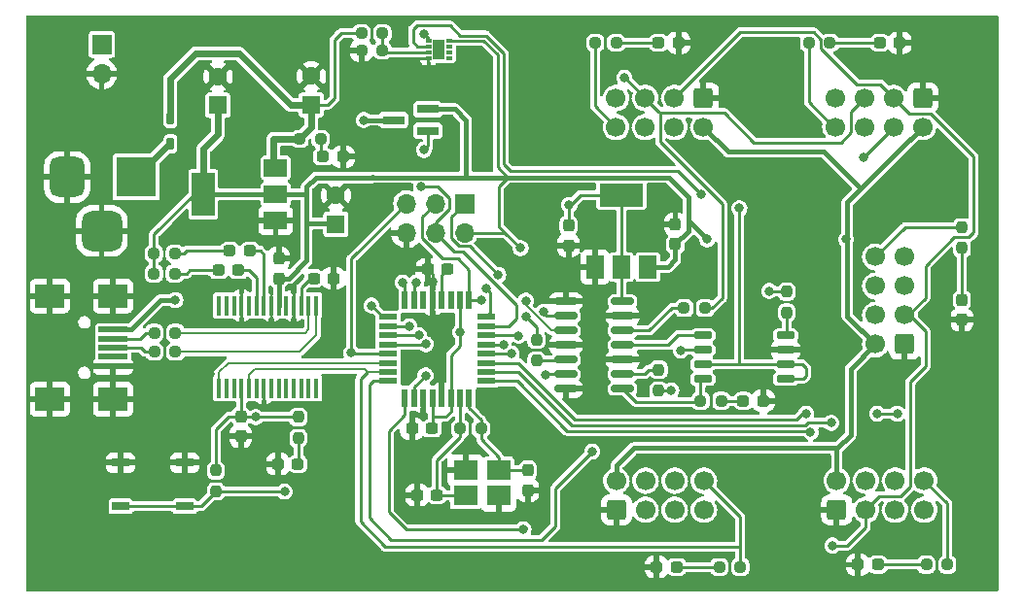
<source format=gbr>
%TF.GenerationSoftware,KiCad,Pcbnew,7.0.7*%
%TF.CreationDate,2023-10-17T21:46:05+02:00*%
%TF.ProjectId,Motherboard_pico,4d6f7468-6572-4626-9f61-72645f706963,rev?*%
%TF.SameCoordinates,Original*%
%TF.FileFunction,Copper,L1,Top*%
%TF.FilePolarity,Positive*%
%FSLAX46Y46*%
G04 Gerber Fmt 4.6, Leading zero omitted, Abs format (unit mm)*
G04 Created by KiCad (PCBNEW 7.0.7) date 2023-10-17 21:46:05*
%MOMM*%
%LPD*%
G01*
G04 APERTURE LIST*
G04 Aperture macros list*
%AMRoundRect*
0 Rectangle with rounded corners*
0 $1 Rounding radius*
0 $2 $3 $4 $5 $6 $7 $8 $9 X,Y pos of 4 corners*
0 Add a 4 corners polygon primitive as box body*
4,1,4,$2,$3,$4,$5,$6,$7,$8,$9,$2,$3,0*
0 Add four circle primitives for the rounded corners*
1,1,$1+$1,$2,$3*
1,1,$1+$1,$4,$5*
1,1,$1+$1,$6,$7*
1,1,$1+$1,$8,$9*
0 Add four rect primitives between the rounded corners*
20,1,$1+$1,$2,$3,$4,$5,0*
20,1,$1+$1,$4,$5,$6,$7,0*
20,1,$1+$1,$6,$7,$8,$9,0*
20,1,$1+$1,$8,$9,$2,$3,0*%
G04 Aperture macros list end*
%TA.AperFunction,ComponentPad*%
%ADD10R,1.600000X1.600000*%
%TD*%
%TA.AperFunction,ComponentPad*%
%ADD11C,1.600000*%
%TD*%
%TA.AperFunction,SMDPad,CuDef*%
%ADD12RoundRect,0.237500X0.250000X0.237500X-0.250000X0.237500X-0.250000X-0.237500X0.250000X-0.237500X0*%
%TD*%
%TA.AperFunction,SMDPad,CuDef*%
%ADD13RoundRect,0.237500X0.287500X0.237500X-0.287500X0.237500X-0.287500X-0.237500X0.287500X-0.237500X0*%
%TD*%
%TA.AperFunction,SMDPad,CuDef*%
%ADD14RoundRect,0.237500X-0.237500X0.300000X-0.237500X-0.300000X0.237500X-0.300000X0.237500X0.300000X0*%
%TD*%
%TA.AperFunction,SMDPad,CuDef*%
%ADD15RoundRect,0.237500X-0.237500X0.250000X-0.237500X-0.250000X0.237500X-0.250000X0.237500X0.250000X0*%
%TD*%
%TA.AperFunction,SMDPad,CuDef*%
%ADD16RoundRect,0.237500X-0.300000X-0.237500X0.300000X-0.237500X0.300000X0.237500X-0.300000X0.237500X0*%
%TD*%
%TA.AperFunction,SMDPad,CuDef*%
%ADD17RoundRect,0.237500X0.237500X-0.300000X0.237500X0.300000X-0.237500X0.300000X-0.237500X-0.300000X0*%
%TD*%
%TA.AperFunction,SMDPad,CuDef*%
%ADD18RoundRect,0.237500X-0.250000X-0.237500X0.250000X-0.237500X0.250000X0.237500X-0.250000X0.237500X0*%
%TD*%
%TA.AperFunction,SMDPad,CuDef*%
%ADD19RoundRect,0.237500X0.237500X-0.287500X0.237500X0.287500X-0.237500X0.287500X-0.237500X-0.287500X0*%
%TD*%
%TA.AperFunction,ComponentPad*%
%ADD20RoundRect,0.250000X0.600000X-0.600000X0.600000X0.600000X-0.600000X0.600000X-0.600000X-0.600000X0*%
%TD*%
%TA.AperFunction,ComponentPad*%
%ADD21C,1.700000*%
%TD*%
%TA.AperFunction,SMDPad,CuDef*%
%ADD22RoundRect,0.237500X0.237500X-0.250000X0.237500X0.250000X-0.237500X0.250000X-0.237500X-0.250000X0*%
%TD*%
%TA.AperFunction,ComponentPad*%
%ADD23R,1.700000X1.700000*%
%TD*%
%TA.AperFunction,ComponentPad*%
%ADD24O,1.700000X1.700000*%
%TD*%
%TA.AperFunction,SMDPad,CuDef*%
%ADD25R,2.499360X0.497840*%
%TD*%
%TA.AperFunction,SMDPad,CuDef*%
%ADD26R,2.499360X1.998980*%
%TD*%
%TA.AperFunction,SMDPad,CuDef*%
%ADD27R,0.550000X1.600000*%
%TD*%
%TA.AperFunction,SMDPad,CuDef*%
%ADD28R,1.600000X0.550000*%
%TD*%
%TA.AperFunction,ComponentPad*%
%ADD29RoundRect,0.250000X-0.600000X0.600000X-0.600000X-0.600000X0.600000X-0.600000X0.600000X0.600000X0*%
%TD*%
%TA.AperFunction,SMDPad,CuDef*%
%ADD30RoundRect,0.237500X-0.287500X-0.237500X0.287500X-0.237500X0.287500X0.237500X-0.287500X0.237500X0*%
%TD*%
%TA.AperFunction,SMDPad,CuDef*%
%ADD31RoundRect,0.150000X-0.650000X-0.150000X0.650000X-0.150000X0.650000X0.150000X-0.650000X0.150000X0*%
%TD*%
%TA.AperFunction,ComponentPad*%
%ADD32RoundRect,0.250000X0.600000X0.600000X-0.600000X0.600000X-0.600000X-0.600000X0.600000X-0.600000X0*%
%TD*%
%TA.AperFunction,SMDPad,CuDef*%
%ADD33RoundRect,0.237500X0.300000X0.237500X-0.300000X0.237500X-0.300000X-0.237500X0.300000X-0.237500X0*%
%TD*%
%TA.AperFunction,SMDPad,CuDef*%
%ADD34R,2.000000X1.500000*%
%TD*%
%TA.AperFunction,SMDPad,CuDef*%
%ADD35R,2.000000X3.800000*%
%TD*%
%TA.AperFunction,ComponentPad*%
%ADD36R,3.500000X3.500000*%
%TD*%
%TA.AperFunction,ComponentPad*%
%ADD37RoundRect,0.750000X-0.750000X-1.000000X0.750000X-1.000000X0.750000X1.000000X-0.750000X1.000000X0*%
%TD*%
%TA.AperFunction,ComponentPad*%
%ADD38RoundRect,0.875000X-0.875000X-0.875000X0.875000X-0.875000X0.875000X0.875000X-0.875000X0.875000X0*%
%TD*%
%TA.AperFunction,SMDPad,CuDef*%
%ADD39R,0.450000X1.750000*%
%TD*%
%TA.AperFunction,SMDPad,CuDef*%
%ADD40R,1.900000X0.800000*%
%TD*%
%TA.AperFunction,SMDPad,CuDef*%
%ADD41RoundRect,0.150000X-0.150000X0.400000X-0.150000X-0.400000X0.150000X-0.400000X0.150000X0.400000X0*%
%TD*%
%TA.AperFunction,SMDPad,CuDef*%
%ADD42R,2.100000X1.800000*%
%TD*%
%TA.AperFunction,SMDPad,CuDef*%
%ADD43R,1.524000X0.762000*%
%TD*%
%TA.AperFunction,SMDPad,CuDef*%
%ADD44RoundRect,0.150000X-0.825000X-0.150000X0.825000X-0.150000X0.825000X0.150000X-0.825000X0.150000X0*%
%TD*%
%TA.AperFunction,SMDPad,CuDef*%
%ADD45R,0.500000X0.300000*%
%TD*%
%TA.AperFunction,SMDPad,CuDef*%
%ADD46R,1.050000X1.750000*%
%TD*%
%TA.AperFunction,SMDPad,CuDef*%
%ADD47R,1.500000X2.000000*%
%TD*%
%TA.AperFunction,SMDPad,CuDef*%
%ADD48R,3.800000X2.000000*%
%TD*%
%TA.AperFunction,ViaPad*%
%ADD49C,0.800000*%
%TD*%
%TA.AperFunction,Conductor*%
%ADD50C,0.250000*%
%TD*%
%TA.AperFunction,Conductor*%
%ADD51C,0.600000*%
%TD*%
%TA.AperFunction,Conductor*%
%ADD52C,0.400000*%
%TD*%
%TA.AperFunction,Conductor*%
%ADD53C,0.200000*%
%TD*%
G04 APERTURE END LIST*
D10*
%TO.P,C11,1*%
%TO.N,12V*%
X146750000Y-92210000D03*
D11*
%TO.P,C11,2*%
%TO.N,GND*%
X146750000Y-89710000D03*
%TD*%
D12*
%TO.P,R7,1*%
%TO.N,Net-(U2A-+)*%
X152940000Y-87480000D03*
%TO.P,R7,2*%
%TO.N,GND*%
X151115000Y-87480000D03*
%TD*%
%TO.P,R11,1*%
%TO.N,Net-(D8-A)*%
X173300000Y-86800000D03*
%TO.P,R11,2*%
%TO.N,CS2*%
X171475000Y-86800000D03*
%TD*%
D13*
%TO.P,RX1,1,K*%
%TO.N,CBUS0*%
X140420000Y-106630000D03*
%TO.P,RX1,2,A*%
%TO.N,Net-(RX1-A)*%
X138670000Y-106630000D03*
%TD*%
D14*
%TO.P,C4,1*%
%TO.N,Net-(U1-XTAL2{slash}PB7)*%
X165620000Y-124067500D03*
%TO.P,C4,2*%
%TO.N,GND*%
X165620000Y-125792500D03*
%TD*%
D15*
%TO.P,R2,1*%
%TO.N,VCC*%
X138450000Y-124087500D03*
%TO.P,R2,2*%
%TO.N,RESET*%
X138450000Y-125912500D03*
%TD*%
D14*
%TO.P,C10,1*%
%TO.N,3.3V*%
X169150000Y-102737500D03*
%TO.P,C10,2*%
%TO.N,GND*%
X169150000Y-104462500D03*
%TD*%
D13*
%TO.P,TX1,1,K*%
%TO.N,CBUS1*%
X141420000Y-104930000D03*
%TO.P,TX1,2,A*%
%TO.N,Net-(TX1-A)*%
X139670000Y-104930000D03*
%TD*%
D16*
%TO.P,C2,1*%
%TO.N,Net-(U6-3V3OUT)*%
X146957500Y-107330000D03*
%TO.P,C2,2*%
%TO.N,GND*%
X148682500Y-107330000D03*
%TD*%
D17*
%TO.P,C8,1*%
%TO.N,VCC*%
X143920000Y-107330000D03*
%TO.P,C8,2*%
%TO.N,GND*%
X143920000Y-105605000D03*
%TD*%
D18*
%TO.P,R14,1*%
%TO.N,Net-(D11-A)*%
X182275000Y-132500000D03*
%TO.P,R14,2*%
%TO.N,CS5*%
X184100000Y-132500000D03*
%TD*%
D10*
%TO.P,C6,1*%
%TO.N,VCC*%
X138620000Y-92240000D03*
D11*
%TO.P,C6,2*%
%TO.N,GND*%
X138620000Y-89740000D03*
%TD*%
D13*
%TO.P,D6,1,K*%
%TO.N,GND*%
X149520000Y-96730000D03*
%TO.P,D6,2,A*%
%TO.N,Net-(D6-A)*%
X147770000Y-96730000D03*
%TD*%
D18*
%TO.P,R5,1*%
%TO.N,Net-(J9-PadD-)*%
X133095000Y-112080000D03*
%TO.P,R5,2*%
%TO.N,D-*%
X134920000Y-112080000D03*
%TD*%
D19*
%TO.P,D12,1,K*%
%TO.N,GND*%
X203400000Y-110950000D03*
%TO.P,D12,2,A*%
%TO.N,Net-(D12-A)*%
X203400000Y-109200000D03*
%TD*%
D20*
%TO.P,J7,1,Pin_1*%
%TO.N,GND*%
X173320000Y-127500000D03*
D21*
%TO.P,J7,2,Pin_2*%
%TO.N,VCC*%
X173320000Y-124960000D03*
%TO.P,J7,3,Pin_3*%
%TO.N,MISO*%
X175860000Y-127500000D03*
%TO.P,J7,4,Pin_4*%
%TO.N,INT4*%
X175860000Y-124960000D03*
%TO.P,J7,5,Pin_5*%
%TO.N,MOSI*%
X178400000Y-127500000D03*
%TO.P,J7,6,Pin_6*%
%TO.N,RST4*%
X178400000Y-124960000D03*
%TO.P,J7,7,Pin_7*%
%TO.N,SCK*%
X180940000Y-127500000D03*
%TO.P,J7,8,Pin_8*%
%TO.N,CS5*%
X180940000Y-124960000D03*
%TD*%
D22*
%TO.P,R15,1*%
%TO.N,Net-(D12-A)*%
X203400000Y-104700000D03*
%TO.P,R15,2*%
%TO.N,CS6*%
X203400000Y-102875000D03*
%TD*%
D15*
%TO.P,R3,1*%
%TO.N,VCC*%
X145620000Y-119430000D03*
%TO.P,R3,2*%
%TO.N,Net-(D1-A)*%
X145620000Y-121255000D03*
%TD*%
D20*
%TO.P,J6,1,Pin_1*%
%TO.N,GND*%
X192500000Y-127500000D03*
D21*
%TO.P,J6,2,Pin_2*%
%TO.N,VCC*%
X192500000Y-124960000D03*
%TO.P,J6,3,Pin_3*%
%TO.N,MISO*%
X195040000Y-127500000D03*
%TO.P,J6,4,Pin_4*%
%TO.N,INT3*%
X195040000Y-124960000D03*
%TO.P,J6,5,Pin_5*%
%TO.N,MOSI*%
X197580000Y-127500000D03*
%TO.P,J6,6,Pin_6*%
%TO.N,RST3*%
X197580000Y-124960000D03*
%TO.P,J6,7,Pin_7*%
%TO.N,SCK*%
X200120000Y-127500000D03*
%TO.P,J6,8,Pin_8*%
%TO.N,CS4*%
X200120000Y-124960000D03*
%TD*%
D23*
%TO.P,J2,1,MISO*%
%TO.N,MISO*%
X160125000Y-100815000D03*
D24*
%TO.P,J2,2,VCC*%
%TO.N,VCC*%
X160125000Y-103355000D03*
%TO.P,J2,3,SCK*%
%TO.N,SCK*%
X157585000Y-100815000D03*
%TO.P,J2,4,MOSI*%
%TO.N,MOSI*%
X157585000Y-103355000D03*
%TO.P,J2,5,~{RST}*%
%TO.N,RESET*%
X155045000Y-100815000D03*
%TO.P,J2,6,GND*%
%TO.N,GND*%
X155045000Y-103355000D03*
%TD*%
D25*
%TO.P,J9,D+,D+*%
%TO.N,Net-(J9-PadD+)*%
X129499580Y-113377560D03*
%TO.P,J9,D-,D-*%
%TO.N,Net-(J9-PadD-)*%
X129499580Y-112580000D03*
%TO.P,J9,GND,GND*%
%TO.N,GND*%
X129499580Y-114975220D03*
%TO.P,J9,ID,ID*%
%TO.N,unconnected-(J9-PadID)*%
X129499580Y-114175120D03*
D26*
%TO.P,J9,S1,SHIELD*%
%TO.N,GND*%
X124000480Y-108879220D03*
%TO.P,J9,S2,SHIELD*%
X129499580Y-108879220D03*
%TO.P,J9,S3,SHIELD*%
X124000480Y-117875900D03*
%TO.P,J9,S4,SHIELD*%
X129499580Y-117875900D03*
D25*
%TO.P,J9,VBUS,VBUS*%
%TO.N,VUSB*%
X129499580Y-111779900D03*
%TD*%
D27*
%TO.P,U1,1,PD3*%
%TO.N,INT4*%
X154900000Y-117750000D03*
%TO.P,U1,2,PD4*%
%TO.N,CS1*%
X155700000Y-117750000D03*
%TO.P,U1,3,GND*%
%TO.N,GND*%
X156500000Y-117750000D03*
%TO.P,U1,4,VCC*%
%TO.N,VCC*%
X157300000Y-117750000D03*
%TO.P,U1,5,GND*%
%TO.N,GND*%
X158100000Y-117750000D03*
%TO.P,U1,6,VCC*%
%TO.N,VCC*%
X158900000Y-117750000D03*
%TO.P,U1,7,XTAL1/PB6*%
%TO.N,Net-(U1-XTAL1{slash}PB6)*%
X159700000Y-117750000D03*
%TO.P,U1,8,XTAL2/PB7*%
%TO.N,Net-(U1-XTAL2{slash}PB7)*%
X160500000Y-117750000D03*
D28*
%TO.P,U1,9,PD5*%
%TO.N,INT3*%
X161950000Y-116300000D03*
%TO.P,U1,10,PD6*%
%TO.N,RST3*%
X161950000Y-115500000D03*
%TO.P,U1,11,PD7*%
%TO.N,CS4*%
X161950000Y-114700000D03*
%TO.P,U1,12,PB0*%
%TO.N,INT5*%
X161950000Y-113900000D03*
%TO.P,U1,13,PB1*%
%TO.N,RST5*%
X161950000Y-113100000D03*
%TO.P,U1,14,PB2*%
%TO.N,CS6*%
X161950000Y-112300000D03*
%TO.P,U1,15,PB3*%
%TO.N,MOSI*%
X161950000Y-111500000D03*
%TO.P,U1,16,PB4*%
%TO.N,MISO*%
X161950000Y-110700000D03*
D27*
%TO.P,U1,17,PB5*%
%TO.N,SCK*%
X160500000Y-109250000D03*
%TO.P,U1,18,AVCC*%
%TO.N,VCC*%
X159700000Y-109250000D03*
%TO.P,U1,19,ADC6*%
%TO.N,unconnected-(U1-ADC6-Pad19)*%
X158900000Y-109250000D03*
%TO.P,U1,20,AREF*%
%TO.N,Net-(U1-AREF)*%
X158100000Y-109250000D03*
%TO.P,U1,21,GND*%
%TO.N,GND*%
X157300000Y-109250000D03*
%TO.P,U1,22,ADC7*%
%TO.N,unconnected-(U1-ADC7-Pad22)*%
X156500000Y-109250000D03*
%TO.P,U1,23,PC0*%
%TO.N,INT1*%
X155700000Y-109250000D03*
%TO.P,U1,24,PC1*%
%TO.N,RST1*%
X154900000Y-109250000D03*
D28*
%TO.P,U1,25,PC2*%
%TO.N,CS2*%
X153450000Y-110700000D03*
%TO.P,U1,26,PC3*%
%TO.N,CS3*%
X153450000Y-111500000D03*
%TO.P,U1,27,PC4*%
%TO.N,RST2*%
X153450000Y-112300000D03*
%TO.P,U1,28,PC5*%
%TO.N,INT2*%
X153450000Y-113100000D03*
%TO.P,U1,29,~{RESET}/PC6*%
%TO.N,RESET*%
X153450000Y-113900000D03*
%TO.P,U1,30,PD0*%
%TO.N,TX*%
X153450000Y-114700000D03*
%TO.P,U1,31,PD1*%
%TO.N,CS5*%
X153450000Y-115500000D03*
%TO.P,U1,32,PD2*%
%TO.N,RST4*%
X153450000Y-116300000D03*
%TD*%
D23*
%TO.P,J3,1,Pin_1*%
%TO.N,VCC*%
X128500000Y-86960000D03*
D24*
%TO.P,J3,2,Pin_2*%
%TO.N,GND*%
X128500000Y-89500000D03*
%TD*%
D18*
%TO.P,R10,1*%
%TO.N,12V*%
X145735000Y-95180000D03*
%TO.P,R10,2*%
%TO.N,Net-(D6-A)*%
X147560000Y-95180000D03*
%TD*%
D29*
%TO.P,J4,1,Pin_1*%
%TO.N,GND*%
X180900000Y-91600000D03*
D21*
%TO.P,J4,2,Pin_2*%
%TO.N,VCC*%
X180900000Y-94140000D03*
%TO.P,J4,3,Pin_3*%
%TO.N,MISO*%
X178360000Y-91600000D03*
%TO.P,J4,4,Pin_4*%
%TO.N,INT1*%
X178360000Y-94140000D03*
%TO.P,J4,5,Pin_5*%
%TO.N,MOSI*%
X175820000Y-91600000D03*
%TO.P,J4,6,Pin_6*%
%TO.N,RST1*%
X175820000Y-94140000D03*
%TO.P,J4,7,Pin_7*%
%TO.N,SCK*%
X173280000Y-91600000D03*
%TO.P,J4,8,Pin_8*%
%TO.N,CS2*%
X173280000Y-94140000D03*
%TD*%
D30*
%TO.P,D1,1,K*%
%TO.N,GND*%
X143845000Y-123530000D03*
%TO.P,D1,2,A*%
%TO.N,Net-(D1-A)*%
X145595000Y-123530000D03*
%TD*%
D18*
%TO.P,R8,1*%
%TO.N,VCC*%
X133045000Y-106930000D03*
%TO.P,R8,2*%
%TO.N,Net-(RX1-A)*%
X134870000Y-106930000D03*
%TD*%
D29*
%TO.P,J5,1,Pin_1*%
%TO.N,GND*%
X200000000Y-91600000D03*
D21*
%TO.P,J5,2,Pin_2*%
%TO.N,VCC*%
X200000000Y-94140000D03*
%TO.P,J5,3,Pin_3*%
%TO.N,MISO*%
X197460000Y-91600000D03*
%TO.P,J5,4,Pin_4*%
%TO.N,INT2*%
X197460000Y-94140000D03*
%TO.P,J5,5,Pin_5*%
%TO.N,MOSI*%
X194920000Y-91600000D03*
%TO.P,J5,6,Pin_6*%
%TO.N,RST2*%
X194920000Y-94140000D03*
%TO.P,J5,7,Pin_7*%
%TO.N,SCK*%
X192380000Y-91600000D03*
%TO.P,J5,8,Pin_8*%
%TO.N,CS3*%
X192380000Y-94140000D03*
%TD*%
D12*
%TO.P,R12,1*%
%TO.N,Net-(D9-A)*%
X191912500Y-86800000D03*
%TO.P,R12,2*%
%TO.N,CS3*%
X190087500Y-86800000D03*
%TD*%
D22*
%TO.P,R17,1*%
%TO.N,MISO_1*%
X188150000Y-110312500D03*
%TO.P,R17,2*%
%TO.N,Net-(R17-Pad2)*%
X188150000Y-108487500D03*
%TD*%
D31*
%TO.P,IC1,1,SI*%
%TO.N,MOSI_1*%
X180850000Y-112295000D03*
%TO.P,IC1,2,SCK*%
%TO.N,SCK_1*%
X180850000Y-113565000D03*
%TO.P,IC1,3,~{RESET}*%
%TO.N,3.3V*%
X180850000Y-114835000D03*
%TO.P,IC1,4,~{CS}*%
%TO.N,CS1_1*%
X180850000Y-116105000D03*
%TO.P,IC1,5,~{WP}*%
%TO.N,3.3V*%
X188050000Y-116105000D03*
%TO.P,IC1,6,VCC*%
X188050000Y-114835000D03*
%TO.P,IC1,7,GND*%
%TO.N,GND*%
X188050000Y-113565000D03*
%TO.P,IC1,8,SO*%
%TO.N,MISO_1*%
X188050000Y-112295000D03*
%TD*%
D12*
%TO.P,R16,1*%
%TO.N,Net-(D13-A)*%
X182462500Y-118000000D03*
%TO.P,R16,2*%
%TO.N,CS1_1*%
X180637500Y-118000000D03*
%TD*%
%TO.P,R19,1*%
%TO.N,MOSI*%
X181032500Y-109930000D03*
%TO.P,R19,2*%
%TO.N,Net-(R19-Pad2)*%
X179207500Y-109930000D03*
%TD*%
D32*
%TO.P,J8,1,Pin_1*%
%TO.N,GND*%
X198400000Y-113080000D03*
D21*
%TO.P,J8,2,Pin_2*%
%TO.N,VCC*%
X195860000Y-113080000D03*
%TO.P,J8,3,Pin_3*%
%TO.N,MISO*%
X198400000Y-110540000D03*
%TO.P,J8,4,Pin_4*%
%TO.N,INT5*%
X195860000Y-110540000D03*
%TO.P,J8,5,Pin_5*%
%TO.N,MOSI*%
X198400000Y-108000000D03*
%TO.P,J8,6,Pin_6*%
%TO.N,RST5*%
X195860000Y-108000000D03*
%TO.P,J8,7,Pin_7*%
%TO.N,SCK*%
X198400000Y-105460000D03*
%TO.P,J8,8,Pin_8*%
%TO.N,CS6*%
X195860000Y-105460000D03*
%TD*%
D33*
%TO.P,C12,1*%
%TO.N,VCC*%
X157245000Y-120430000D03*
%TO.P,C12,2*%
%TO.N,GND*%
X155520000Y-120430000D03*
%TD*%
D18*
%TO.P,R13,1*%
%TO.N,Net-(D10-A)*%
X200300000Y-132300000D03*
%TO.P,R13,2*%
%TO.N,CS4*%
X202125000Y-132300000D03*
%TD*%
D13*
%TO.P,D8,1,K*%
%TO.N,GND*%
X178735000Y-86800000D03*
%TO.P,D8,2,A*%
%TO.N,Net-(D8-A)*%
X176985000Y-86800000D03*
%TD*%
D34*
%TO.P,U3,1,GND*%
%TO.N,GND*%
X143650000Y-102300000D03*
%TO.P,U3,2,VO*%
%TO.N,VCC*%
X143650000Y-100000000D03*
D35*
X137350000Y-100000000D03*
D34*
%TO.P,U3,3,VI*%
%TO.N,12V*%
X143650000Y-97700000D03*
%TD*%
D18*
%TO.P,R9,1*%
%TO.N,VCC*%
X133045000Y-105180000D03*
%TO.P,R9,2*%
%TO.N,Net-(TX1-A)*%
X134870000Y-105180000D03*
%TD*%
D36*
%TO.P,J1,1*%
%TO.N,Net-(D7-A)*%
X131500000Y-98500000D03*
D37*
%TO.P,J1,2*%
%TO.N,GND*%
X125500000Y-98500000D03*
D38*
%TO.P,J1,3*%
X128500000Y-103200000D03*
%TD*%
D39*
%TO.P,U6,1,TXD*%
%TO.N,TX*%
X138725000Y-116900000D03*
%TO.P,U6,2,DTR*%
%TO.N,unconnected-(U6-DTR-Pad2)*%
X139375000Y-116900000D03*
%TO.P,U6,3,RTS*%
%TO.N,unconnected-(U6-RTS-Pad3)*%
X140025000Y-116900000D03*
%TO.P,U6,4,VCCIO*%
%TO.N,VCC*%
X140675000Y-116900000D03*
%TO.P,U6,5,RXD*%
%TO.N,CS5*%
X141325000Y-116900000D03*
%TO.P,U6,6,RI*%
%TO.N,unconnected-(U6-RI-Pad6)*%
X141975000Y-116900000D03*
%TO.P,U6,7,GND*%
%TO.N,GND*%
X142625000Y-116900000D03*
%TO.P,U6,8*%
%TO.N,N/C*%
X143275000Y-116900000D03*
%TO.P,U6,9,DCR*%
%TO.N,unconnected-(U6-DCR-Pad9)*%
X143925000Y-116900000D03*
%TO.P,U6,10,DCD*%
%TO.N,unconnected-(U6-DCD-Pad10)*%
X144575000Y-116900000D03*
%TO.P,U6,11,CTS*%
%TO.N,unconnected-(U6-CTS-Pad11)*%
X145225000Y-116900000D03*
%TO.P,U6,12,CBUS4*%
%TO.N,unconnected-(U6-CBUS4-Pad12)*%
X145875000Y-116900000D03*
%TO.P,U6,13,CBUS2*%
%TO.N,unconnected-(U6-CBUS2-Pad13)*%
X146525000Y-116900000D03*
%TO.P,U6,14,CBUS3*%
%TO.N,unconnected-(U6-CBUS3-Pad14)*%
X147175000Y-116900000D03*
%TO.P,U6,15,USBD+*%
%TO.N,D+*%
X147175000Y-109700000D03*
%TO.P,U6,16,USBD-*%
%TO.N,D-*%
X146525000Y-109700000D03*
%TO.P,U6,17,3V3OUT*%
%TO.N,Net-(U6-3V3OUT)*%
X145875000Y-109700000D03*
%TO.P,U6,18,GND*%
%TO.N,GND*%
X145225000Y-109700000D03*
%TO.P,U6,19,~{RESET}*%
%TO.N,unconnected-(U6-~{RESET}-Pad19)*%
X144575000Y-109700000D03*
%TO.P,U6,20,VCC*%
%TO.N,VCC*%
X143925000Y-109700000D03*
%TO.P,U6,21,GND*%
%TO.N,GND*%
X143275000Y-109700000D03*
%TO.P,U6,22,CBUS1*%
%TO.N,CBUS1*%
X142625000Y-109700000D03*
%TO.P,U6,23,CBUS0*%
%TO.N,CBUS0*%
X141975000Y-109700000D03*
%TO.P,U6,24*%
%TO.N,N/C*%
X141325000Y-109700000D03*
%TO.P,U6,25,AGND*%
%TO.N,GND*%
X140675000Y-109700000D03*
%TO.P,U6,26,TEST*%
%TO.N,unconnected-(U6-TEST-Pad26)*%
X140025000Y-109700000D03*
%TO.P,U6,27,OSCI*%
%TO.N,unconnected-(U6-OSCI-Pad27)*%
X139375000Y-109700000D03*
%TO.P,U6,28,OSCO*%
%TO.N,unconnected-(U6-OSCO-Pad28)*%
X138725000Y-109700000D03*
%TD*%
D22*
%TO.P,R20,1*%
%TO.N,CS1*%
X177000000Y-117112500D03*
%TO.P,R20,2*%
%TO.N,Net-(R20-Pad2)*%
X177000000Y-115287500D03*
%TD*%
D13*
%TO.P,D13,1,K*%
%TO.N,GND*%
X186125000Y-118000000D03*
%TO.P,D13,2,A*%
%TO.N,Net-(D13-A)*%
X184375000Y-118000000D03*
%TD*%
D40*
%TO.P,Q1,1,G*%
%TO.N,Net-(Q1-G)*%
X156920000Y-94480000D03*
%TO.P,Q1,2,S*%
%TO.N,VCC*%
X156920000Y-92580000D03*
%TO.P,Q1,3,D*%
%TO.N,VUSB*%
X153920000Y-93530000D03*
%TD*%
D14*
%TO.P,C9,1*%
%TO.N,VCC*%
X140620000Y-119367500D03*
%TO.P,C9,2*%
%TO.N,GND*%
X140620000Y-121092500D03*
%TD*%
D18*
%TO.P,R4,1*%
%TO.N,Net-(J9-PadD+)*%
X133095000Y-113730000D03*
%TO.P,R4,2*%
%TO.N,D+*%
X134920000Y-113730000D03*
%TD*%
D33*
%TO.P,C1,1*%
%TO.N,Net-(U1-AREF)*%
X158602500Y-106550000D03*
%TO.P,C1,2*%
%TO.N,GND*%
X156877500Y-106550000D03*
%TD*%
D41*
%TO.P,D7,1,K*%
%TO.N,12V*%
X134500000Y-93400000D03*
%TO.P,D7,2,A*%
%TO.N,Net-(D7-A)*%
X134500000Y-95600000D03*
%TD*%
D30*
%TO.P,D10,1,K*%
%TO.N,GND*%
X194337500Y-132300000D03*
%TO.P,D10,2,A*%
%TO.N,Net-(D10-A)*%
X196087500Y-132300000D03*
%TD*%
D12*
%TO.P,R1,1*%
%TO.N,Net-(U1-XTAL2{slash}PB7)*%
X161532500Y-120430000D03*
%TO.P,R1,2*%
%TO.N,Net-(U1-XTAL1{slash}PB6)*%
X159707500Y-120430000D03*
%TD*%
D42*
%TO.P,Y1,1,1*%
%TO.N,Net-(U1-XTAL2{slash}PB7)*%
X163070000Y-124067500D03*
%TO.P,Y1,2,2*%
%TO.N,GND*%
X160170000Y-124067500D03*
%TO.P,Y1,3,3*%
%TO.N,Net-(U1-XTAL1{slash}PB6)*%
X160170000Y-126267500D03*
%TO.P,Y1,4,4*%
%TO.N,GND*%
X163070000Y-126267500D03*
%TD*%
D33*
%TO.P,C3,1*%
%TO.N,Net-(U1-XTAL1{slash}PB6)*%
X157682500Y-126230000D03*
%TO.P,C3,2*%
%TO.N,GND*%
X155957500Y-126230000D03*
%TD*%
D43*
%TO.P,S1,1,1*%
%TO.N,GND*%
X130156000Y-123395000D03*
%TO.P,S1,2,2*%
X135744000Y-123395000D03*
%TO.P,S1,3,3*%
%TO.N,RESET*%
X130156000Y-127205000D03*
%TO.P,S1,4,4*%
X135744000Y-127205000D03*
%TD*%
D12*
%TO.P,R6,1*%
%TO.N,Net-(U2A-+)*%
X152942500Y-85970000D03*
%TO.P,R6,2*%
%TO.N,12V*%
X151117500Y-85970000D03*
%TD*%
D15*
%TO.P,R18,1*%
%TO.N,SCK*%
X166350000Y-112687500D03*
%TO.P,R18,2*%
%TO.N,Net-(R18-Pad2)*%
X166350000Y-114512500D03*
%TD*%
D44*
%TO.P,U5,1*%
%TO.N,GND*%
X168900000Y-109350000D03*
%TO.P,U5,2*%
%TO.N,Net-(R17-Pad2)*%
X168900000Y-110620000D03*
%TO.P,U5,3*%
%TO.N,MISO*%
X168900000Y-111890000D03*
%TO.P,U5,4*%
%TO.N,GND*%
X168900000Y-113160000D03*
%TO.P,U5,5*%
%TO.N,Net-(R18-Pad2)*%
X168900000Y-114430000D03*
%TO.P,U5,6*%
%TO.N,SCK_1*%
X168900000Y-115700000D03*
%TO.P,U5,7,GND*%
%TO.N,GND*%
X168900000Y-116970000D03*
%TO.P,U5,8*%
%TO.N,CS1_1*%
X173850000Y-116970000D03*
%TO.P,U5,9*%
%TO.N,Net-(R20-Pad2)*%
X173850000Y-115700000D03*
%TO.P,U5,10*%
%TO.N,GND*%
X173850000Y-114430000D03*
%TO.P,U5,11*%
%TO.N,MOSI_1*%
X173850000Y-113160000D03*
%TO.P,U5,12*%
%TO.N,Net-(R19-Pad2)*%
X173850000Y-111890000D03*
%TO.P,U5,13*%
%TO.N,GND*%
X173850000Y-110620000D03*
%TO.P,U5,14,VCC*%
%TO.N,3.3V*%
X173850000Y-109350000D03*
%TD*%
D45*
%TO.P,U2,1*%
%TO.N,Net-(Q1-G)*%
X156972500Y-86611250D03*
%TO.P,U2,2,-*%
%TO.N,3.3V*%
X156972500Y-87111250D03*
%TO.P,U2,3,+*%
%TO.N,Net-(U2A-+)*%
X156972500Y-87611250D03*
%TO.P,U2,4,V-*%
%TO.N,GND*%
X156972500Y-88111250D03*
%TO.P,U2,5*%
%TO.N,N/C*%
X158772500Y-88111250D03*
%TO.P,U2,6*%
X158772500Y-87611250D03*
%TO.P,U2,7*%
X158772500Y-87111250D03*
%TO.P,U2,8,V+*%
%TO.N,VCC*%
X158772500Y-86611250D03*
D46*
%TO.P,U2,9*%
%TO.N,N/C*%
X157872500Y-87361250D03*
%TD*%
D30*
%TO.P,D11,1,K*%
%TO.N,GND*%
X176812500Y-132500000D03*
%TO.P,D11,2,A*%
%TO.N,Net-(D11-A)*%
X178562500Y-132500000D03*
%TD*%
D10*
%TO.P,C5,1*%
%TO.N,VCC*%
X148900000Y-102600000D03*
D11*
%TO.P,C5,2*%
%TO.N,GND*%
X148900000Y-100100000D03*
%TD*%
D13*
%TO.P,D9,1,K*%
%TO.N,GND*%
X198000000Y-86800000D03*
%TO.P,D9,2,A*%
%TO.N,Net-(D9-A)*%
X196250000Y-86800000D03*
%TD*%
D47*
%TO.P,U4,1,ADJ*%
%TO.N,GND*%
X171450000Y-106350000D03*
%TO.P,U4,2,VO*%
%TO.N,3.3V*%
X173750000Y-106350000D03*
D48*
X173750000Y-100050000D03*
D47*
%TO.P,U4,3,VI*%
%TO.N,VCC*%
X176050000Y-106350000D03*
%TD*%
D17*
%TO.P,C7,1*%
%TO.N,VCC*%
X178450000Y-104362500D03*
%TO.P,C7,2*%
%TO.N,GND*%
X178450000Y-102637500D03*
%TD*%
D49*
%TO.N,GND*%
X157320000Y-107630000D03*
X189120000Y-99630000D03*
X154520000Y-126430000D03*
X181020000Y-86130000D03*
X204500000Y-132700000D03*
X167620000Y-133130000D03*
X167040000Y-107770000D03*
X186620000Y-87130000D03*
X153020000Y-96430000D03*
X189400000Y-124800000D03*
X198320000Y-115230000D03*
X200220000Y-110430000D03*
X178110000Y-101000000D03*
X204600000Y-88900000D03*
X158020000Y-128030000D03*
X166320000Y-122130000D03*
X144400000Y-86500000D03*
X203520000Y-113230000D03*
X148120000Y-130230000D03*
X137200000Y-85800000D03*
X160220000Y-122230000D03*
X169350000Y-106050000D03*
X132870000Y-120650000D03*
X141320000Y-95230000D03*
X157520000Y-121830000D03*
X159820000Y-89630000D03*
X186320000Y-110430000D03*
X194820000Y-101030000D03*
X163220000Y-128130000D03*
X152720000Y-90530000D03*
X163220000Y-119530000D03*
X151520000Y-111930000D03*
X195700000Y-131100000D03*
X155320000Y-114130000D03*
X166720000Y-127730000D03*
X165620000Y-94430000D03*
X125500000Y-124400000D03*
X124900000Y-86200000D03*
X198460000Y-99200000D03*
X203110000Y-98860000D03*
X128200000Y-95200000D03*
X168300000Y-86600000D03*
X191020000Y-114030000D03*
X156120000Y-123630000D03*
%TO.N,RESET*%
X144420000Y-125930000D03*
X150230000Y-113830000D03*
%TO.N,VCC*%
X193320000Y-103930000D03*
X159720000Y-112030000D03*
X141920000Y-119430000D03*
X164974500Y-104700000D03*
X181220000Y-103930000D03*
%TO.N,3.3V*%
X180707701Y-100042299D03*
X184020000Y-101230000D03*
X169220000Y-100930000D03*
%TO.N,SCK_1*%
X167120000Y-115730000D03*
X178920000Y-113630000D03*
%TO.N,MISO*%
X163030497Y-107030497D03*
X165424500Y-109280000D03*
X192120000Y-130630000D03*
X162000000Y-108200000D03*
%TO.N,SCK*%
X161600000Y-109250000D03*
X165424500Y-110665082D03*
%TO.N,MOSI*%
X156300000Y-99324500D03*
X174002701Y-89852701D03*
%TO.N,INT1*%
X155900000Y-107700000D03*
%TO.N,RST1*%
X154700000Y-107700000D03*
%TO.N,CS2*%
X152000000Y-109700000D03*
%TO.N,INT2*%
X156739866Y-113067839D03*
X194800000Y-96800000D03*
%TO.N,RST2*%
X156100000Y-112300000D03*
%TO.N,CS3*%
X155300000Y-111500000D03*
%TO.N,INT3*%
X190220000Y-120730000D03*
%TO.N,RST3*%
X192020000Y-119930000D03*
%TO.N,CS4*%
X196020000Y-119130000D03*
X197759500Y-119130000D03*
X189820000Y-119130000D03*
%TO.N,INT4*%
X165220000Y-129230000D03*
%TO.N,RST4*%
X171220000Y-122430000D03*
%TO.N,INT5*%
X164183172Y-113900000D03*
%TO.N,RST5*%
X163500000Y-113100000D03*
%TO.N,CS6*%
X164820000Y-112330000D03*
%TO.N,Net-(R17-Pad2)*%
X186620000Y-108430000D03*
X167014622Y-110235378D03*
%TO.N,CS1*%
X178102500Y-117112500D03*
X156700000Y-115800000D03*
%TO.N,VUSB*%
X134920000Y-109230000D03*
X151320000Y-93530000D03*
%TO.N,Net-(Q1-G)*%
X156575000Y-86025000D03*
X156575000Y-96130000D03*
%TD*%
D50*
%TO.N,Net-(U1-AREF)*%
X158100000Y-107052500D02*
X158100000Y-109250000D01*
X158602500Y-106550000D02*
X158100000Y-107052500D01*
%TO.N,GND*%
X157300000Y-107610000D02*
X157320000Y-107630000D01*
X130156000Y-123395000D02*
X135744000Y-123395000D01*
X156877500Y-106550000D02*
X157300000Y-106972500D01*
X169670000Y-109350000D02*
X168900000Y-109350000D01*
X160170000Y-124067500D02*
X160170000Y-122280000D01*
X155138750Y-88111250D02*
X152720000Y-90530000D01*
X186125000Y-118000000D02*
X186125000Y-117685000D01*
X156972500Y-88111250D02*
X155138750Y-88111250D01*
X157320000Y-107630000D02*
X157300000Y-107650000D01*
X160170000Y-122280000D02*
X160220000Y-122230000D01*
X157300000Y-106972500D02*
X157300000Y-107610000D01*
X157300000Y-107650000D02*
X157300000Y-109250000D01*
%TO.N,Net-(U6-3V3OUT)*%
X145875000Y-109700000D02*
X145875000Y-108137500D01*
X145875000Y-108137500D02*
X146750000Y-107262500D01*
%TO.N,RESET*%
X144402500Y-125912500D02*
X138450000Y-125912500D01*
X150230000Y-105630000D02*
X155045000Y-100815000D01*
X137157500Y-127205000D02*
X138450000Y-125912500D01*
X130156000Y-127205000D02*
X135744000Y-127205000D01*
X150230000Y-113830000D02*
X150230000Y-105630000D01*
X144420000Y-125930000D02*
X144402500Y-125912500D01*
X150300000Y-113900000D02*
X153450000Y-113900000D01*
X150230000Y-113830000D02*
X150300000Y-113900000D01*
X135744000Y-127205000D02*
X137157500Y-127205000D01*
%TO.N,Net-(U1-XTAL1{slash}PB6)*%
X159707500Y-119317500D02*
X159707500Y-120430000D01*
X158870000Y-126267500D02*
X160170000Y-126267500D01*
X159700000Y-119310000D02*
X159707500Y-119317500D01*
X160420000Y-126267500D02*
X160170000Y-126267500D01*
X157682500Y-126230000D02*
X157682500Y-123167500D01*
X158870000Y-126267500D02*
X157720000Y-126267500D01*
X159700000Y-117750000D02*
X159700000Y-119310000D01*
X159707500Y-121142500D02*
X159707500Y-120430000D01*
X160032500Y-126130000D02*
X160170000Y-126267500D01*
X157720000Y-126267500D02*
X157620000Y-126167500D01*
X157682500Y-123167500D02*
X159707500Y-121142500D01*
%TO.N,Net-(U1-XTAL2{slash}PB7)*%
X160500000Y-118650000D02*
X161532500Y-119682500D01*
X163070000Y-124067500D02*
X165620000Y-124067500D01*
X161532500Y-120430000D02*
X161532500Y-121380000D01*
X163070000Y-122917500D02*
X163070000Y-124067500D01*
X161532500Y-119682500D02*
X161532500Y-120430000D01*
X160500000Y-117750000D02*
X160500000Y-118650000D01*
X161532500Y-121380000D02*
X163070000Y-122917500D01*
%TO.N,12V*%
X148800000Y-91600000D02*
X148190000Y-92210000D01*
D51*
X146750000Y-92210000D02*
X146750000Y-94165000D01*
X145735000Y-95180000D02*
X143445000Y-95180000D01*
D50*
X148190000Y-92210000D02*
X146750000Y-92210000D01*
D51*
X143425000Y-97475000D02*
X143650000Y-97700000D01*
X134500000Y-93400000D02*
X134500000Y-89900000D01*
X136670000Y-87730000D02*
X140480000Y-87730000D01*
D50*
X148800000Y-86500000D02*
X148800000Y-91600000D01*
D51*
X143445000Y-95180000D02*
X143425000Y-95200000D01*
X143425000Y-95200000D02*
X143425000Y-97475000D01*
X144960000Y-92210000D02*
X146750000Y-92210000D01*
D50*
X151117500Y-85970000D02*
X149330000Y-85970000D01*
D51*
X140480000Y-87730000D02*
X144960000Y-92210000D01*
X146750000Y-94165000D02*
X145735000Y-95180000D01*
X134500000Y-89900000D02*
X136670000Y-87730000D01*
D50*
X149330000Y-85970000D02*
X148800000Y-86500000D01*
D52*
%TO.N,VCC*%
X147147620Y-98530000D02*
X152095000Y-98530000D01*
D50*
X161771250Y-86611250D02*
X158772500Y-86611250D01*
X158900000Y-114050000D02*
X158900000Y-117750000D01*
X158900000Y-118950000D02*
X158420000Y-119430000D01*
D52*
X177905000Y-98525000D02*
X179620000Y-100240000D01*
X148570000Y-102542380D02*
X146347620Y-102542380D01*
X156920000Y-92580000D02*
X159270000Y-92580000D01*
X176820000Y-106350000D02*
X176050000Y-106350000D01*
D50*
X163870000Y-98525000D02*
X163070000Y-99325000D01*
D52*
X146347620Y-102542380D02*
X146347620Y-105802380D01*
X194610000Y-99530000D02*
X197840000Y-96300000D01*
D50*
X139582500Y-119367500D02*
X140620000Y-119367500D01*
X133045000Y-106930000D02*
X133045000Y-105180000D01*
D52*
X193700000Y-121000000D02*
X193700000Y-115240000D01*
D50*
X133045000Y-103505000D02*
X136550000Y-100000000D01*
X162970000Y-87810000D02*
X161771250Y-86611250D01*
D52*
X179620000Y-100240000D02*
X179620000Y-101930000D01*
D50*
X159700000Y-113250000D02*
X158900000Y-114050000D01*
X137350000Y-100450000D02*
X137350000Y-100000000D01*
D51*
X143650000Y-100000000D02*
X143400000Y-100000000D01*
D52*
X179620000Y-101930000D02*
X179620000Y-103192500D01*
X156620000Y-98525000D02*
X152600000Y-98525000D01*
D50*
X163629500Y-103355000D02*
X164974500Y-104700000D01*
D52*
X163870000Y-98525000D02*
X160220000Y-98525000D01*
X173320000Y-124960000D02*
X173320000Y-123630000D01*
X159270000Y-92580000D02*
X160220000Y-93530000D01*
D50*
X162970000Y-97625000D02*
X162970000Y-87810000D01*
D52*
X152107500Y-98517500D02*
X152100000Y-98525000D01*
X189300000Y-122130000D02*
X192320000Y-122130000D01*
X192570000Y-122130000D02*
X193700000Y-121000000D01*
X193420000Y-100720000D02*
X194610000Y-99530000D01*
D50*
X138450000Y-124087500D02*
X138450000Y-120500000D01*
X159700000Y-109250000D02*
X159700000Y-112010000D01*
D52*
X193420000Y-110640000D02*
X195860000Y-113080000D01*
D50*
X163070000Y-102795500D02*
X163629500Y-103355000D01*
D52*
X176820000Y-106350000D02*
X177800000Y-106350000D01*
X192320000Y-122130000D02*
X192570000Y-122130000D01*
D51*
X138620000Y-94790000D02*
X138620000Y-92240000D01*
D52*
X152600000Y-98525000D02*
X152100000Y-98525000D01*
D50*
X159720000Y-112030000D02*
X159700000Y-112050000D01*
D52*
X137350000Y-100000000D02*
X143650000Y-100000000D01*
X193700000Y-115240000D02*
X195860000Y-113080000D01*
X146347620Y-105802380D02*
X144820000Y-107330000D01*
X146347620Y-99330000D02*
X147147620Y-98530000D01*
X181220000Y-103930000D02*
X179620000Y-102330000D01*
D50*
X140682500Y-119430000D02*
X140620000Y-119367500D01*
D52*
X197840000Y-96300000D02*
X200000000Y-94140000D01*
X146347620Y-100130000D02*
X146347620Y-99330000D01*
D50*
X157300000Y-117750000D02*
X157300000Y-120375000D01*
D51*
X137350000Y-100000000D02*
X137350000Y-100587500D01*
D52*
X174820000Y-122130000D02*
X189300000Y-122130000D01*
X143925000Y-107575000D02*
X143925000Y-109700000D01*
X177800000Y-106350000D02*
X178450000Y-105700000D01*
X178450000Y-105700000D02*
X178450000Y-104362500D01*
D50*
X163870000Y-98525000D02*
X162970000Y-97625000D01*
D52*
X146347620Y-102542380D02*
X146347620Y-100130000D01*
D50*
X133045000Y-105180000D02*
X133045000Y-103505000D01*
D52*
X163870000Y-98525000D02*
X177905000Y-98525000D01*
D50*
X140675000Y-119312500D02*
X140620000Y-119367500D01*
X141920000Y-119430000D02*
X145620000Y-119430000D01*
X140675000Y-116900000D02*
X140675000Y-119312500D01*
D51*
X137350000Y-100000000D02*
X137350000Y-96060000D01*
D50*
X141920000Y-119430000D02*
X140682500Y-119430000D01*
X163070000Y-99325000D02*
X163070000Y-102795500D01*
X159700000Y-112010000D02*
X159720000Y-112030000D01*
D51*
X137350000Y-96060000D02*
X138620000Y-94790000D01*
D52*
X192500000Y-124960000D02*
X192500000Y-122310000D01*
X179620000Y-103192500D02*
X178450000Y-104362500D01*
X144820000Y-107330000D02*
X143920000Y-107330000D01*
X160220000Y-93530000D02*
X160220000Y-98525000D01*
X193320000Y-103930000D02*
X193420000Y-103830000D01*
D50*
X159700000Y-112050000D02*
X159700000Y-113250000D01*
X158420000Y-119430000D02*
X157300000Y-119430000D01*
D52*
X180900000Y-94140000D02*
X183060000Y-96300000D01*
X173320000Y-123630000D02*
X174820000Y-122130000D01*
X179620000Y-102330000D02*
X179620000Y-101930000D01*
D50*
X136550000Y-100000000D02*
X137350000Y-100000000D01*
D52*
X193420000Y-104030000D02*
X193420000Y-110640000D01*
D50*
X138450000Y-120500000D02*
X139582500Y-119367500D01*
D52*
X160220000Y-98525000D02*
X156620000Y-98525000D01*
X193320000Y-103930000D02*
X193420000Y-104030000D01*
D50*
X160125000Y-103355000D02*
X163629500Y-103355000D01*
D52*
X143650000Y-100000000D02*
X146217620Y-100000000D01*
X183060000Y-96300000D02*
X191380000Y-96300000D01*
D50*
X192500000Y-122310000D02*
X192320000Y-122130000D01*
X157300000Y-120375000D02*
X157245000Y-120430000D01*
D52*
X191380000Y-96300000D02*
X194610000Y-99530000D01*
X193420000Y-103830000D02*
X193420000Y-100720000D01*
X152095000Y-98530000D02*
X152107500Y-98517500D01*
D50*
X158900000Y-117750000D02*
X158900000Y-118950000D01*
%TO.N,CBUS0*%
X141320000Y-106630000D02*
X140420000Y-106630000D01*
X141975000Y-109700000D02*
X141975000Y-107285000D01*
X141975000Y-107285000D02*
X141320000Y-106630000D01*
%TO.N,3.3V*%
X163500000Y-97400000D02*
X163500000Y-87703604D01*
X189525000Y-114835000D02*
X189820000Y-115130000D01*
X189820000Y-115130000D02*
X189820000Y-115830000D01*
X189820000Y-115830000D02*
X189545000Y-116105000D01*
X178690000Y-98000000D02*
X164100000Y-98000000D01*
X155600000Y-86710000D02*
X156001250Y-87111250D01*
X164100000Y-98000000D02*
X163500000Y-97400000D01*
X173750000Y-106350000D02*
X173750000Y-109250000D01*
X173750000Y-109250000D02*
X173850000Y-109350000D01*
X156001250Y-87111250D02*
X156972500Y-87111250D01*
X184020000Y-114835000D02*
X180850000Y-114835000D01*
X158838750Y-85300000D02*
X155950000Y-85300000D01*
X173850000Y-109350000D02*
X173925000Y-109275000D01*
X169150000Y-101100000D02*
X170030000Y-100220000D01*
X184020000Y-101230000D02*
X184020000Y-114835000D01*
X170200000Y-100050000D02*
X173750000Y-100050000D01*
X163500000Y-87703604D02*
X161957646Y-86161250D01*
X169150000Y-102737500D02*
X169150000Y-101100000D01*
X155600000Y-85650000D02*
X155600000Y-86710000D01*
X189545000Y-116105000D02*
X188050000Y-116105000D01*
X161957646Y-86161250D02*
X159700000Y-86161250D01*
X180707701Y-100042299D02*
X180707701Y-100017701D01*
X188050000Y-114835000D02*
X189525000Y-114835000D01*
X170030000Y-100220000D02*
X170200000Y-100050000D01*
X155950000Y-85300000D02*
X155600000Y-85650000D01*
X188050000Y-114835000D02*
X184020000Y-114835000D01*
X159700000Y-86161250D02*
X158838750Y-85300000D01*
X180707701Y-100017701D02*
X178690000Y-98000000D01*
X173750000Y-100050000D02*
X173750000Y-106350000D01*
%TO.N,Net-(D1-A)*%
X145620000Y-121255000D02*
X145620000Y-123505000D01*
X145620000Y-123505000D02*
X145595000Y-123530000D01*
%TO.N,Net-(RX1-A)*%
X136170000Y-106630000D02*
X135870000Y-106930000D01*
X134870000Y-106930000D02*
X135870000Y-106930000D01*
X138670000Y-106630000D02*
X136170000Y-106630000D01*
D53*
%TO.N,TX*%
X153450000Y-114700000D02*
X139550000Y-114700000D01*
X139550000Y-114700000D02*
X138720000Y-115530000D01*
X138725000Y-115535000D02*
X138725000Y-116900000D01*
D50*
%TO.N,Net-(TX1-A)*%
X135870000Y-104930000D02*
X135620000Y-105180000D01*
X139670000Y-104930000D02*
X135870000Y-104930000D01*
X134870000Y-105180000D02*
X135620000Y-105180000D01*
%TO.N,Net-(D6-A)*%
X147560000Y-95180000D02*
X147560000Y-96842500D01*
X147560000Y-96842500D02*
X147522500Y-96880000D01*
D51*
%TO.N,Net-(D7-A)*%
X134400000Y-95600000D02*
X131500000Y-98500000D01*
X134500000Y-95600000D02*
X134400000Y-95600000D01*
D50*
%TO.N,Net-(D8-A)*%
X173300000Y-86800000D02*
X176985000Y-86800000D01*
%TO.N,Net-(D9-A)*%
X196250000Y-86800000D02*
X191912500Y-86800000D01*
%TO.N,Net-(D10-A)*%
X196087500Y-132300000D02*
X200300000Y-132300000D01*
%TO.N,Net-(D11-A)*%
X178562500Y-132500000D02*
X182275000Y-132500000D01*
%TO.N,Net-(D12-A)*%
X203400000Y-109200000D02*
X203400000Y-104700000D01*
%TO.N,Net-(D13-A)*%
X182462500Y-118000000D02*
X184375000Y-118000000D01*
%TO.N,MOSI_1*%
X173850000Y-113160000D02*
X177790000Y-113160000D01*
X177790000Y-113160000D02*
X178650000Y-112300000D01*
X180845000Y-112300000D02*
X180850000Y-112295000D01*
X178650000Y-112300000D02*
X180845000Y-112300000D01*
%TO.N,SCK_1*%
X167150000Y-115700000D02*
X167120000Y-115730000D01*
X178985000Y-113565000D02*
X178920000Y-113630000D01*
X180850000Y-113565000D02*
X178985000Y-113565000D01*
X168900000Y-115700000D02*
X167150000Y-115700000D01*
%TO.N,CS1_1*%
X180532500Y-118105000D02*
X174985000Y-118105000D01*
X174985000Y-118105000D02*
X173850000Y-116970000D01*
X180637500Y-118000000D02*
X180532500Y-118105000D01*
X173820000Y-117000000D02*
X173850000Y-116970000D01*
X180637500Y-118000000D02*
X180637500Y-116317500D01*
X180637500Y-116317500D02*
X180850000Y-116105000D01*
%TO.N,CBUS1*%
X142625000Y-109700000D02*
X142625000Y-105235000D01*
X142320000Y-104930000D02*
X141420000Y-104930000D01*
X142625000Y-105235000D02*
X142320000Y-104930000D01*
%TO.N,MISO_1*%
X188150000Y-110312500D02*
X188150000Y-112195000D01*
X188150000Y-112195000D02*
X188050000Y-112295000D01*
%TO.N,MISO*%
X204420000Y-103330000D02*
X204020000Y-103730000D01*
X200665000Y-92965000D02*
X204420000Y-96720000D01*
X160530000Y-104530000D02*
X159638299Y-104530000D01*
X191100000Y-86500000D02*
X191100000Y-87270495D01*
X192120000Y-130630000D02*
X193420000Y-130630000D01*
X193420000Y-130630000D02*
X195040000Y-129010000D01*
X158950000Y-101990000D02*
X160125000Y-100815000D01*
D53*
X165424500Y-109634500D02*
X167680000Y-111890000D01*
D50*
X190475000Y-85875000D02*
X191100000Y-86500000D01*
X195040000Y-129010000D02*
X195040000Y-127500000D01*
X204420000Y-96720000D02*
X204420000Y-103330000D01*
X202720000Y-103730000D02*
X200220000Y-106230000D01*
X198920000Y-125471701D02*
X198066701Y-126325000D01*
X196215000Y-126325000D02*
X195040000Y-127500000D01*
X158950000Y-103841701D02*
X158950000Y-101990000D01*
X200220000Y-115030000D02*
X198920000Y-116330000D01*
X197460000Y-91600000D02*
X198825000Y-92965000D01*
X198400000Y-110540000D02*
X198830000Y-110540000D01*
X194229505Y-90400000D02*
X196260000Y-90400000D01*
X162325000Y-110325000D02*
X162325000Y-108525000D01*
X198825000Y-92965000D02*
X200665000Y-92965000D01*
X198920000Y-116330000D02*
X198920000Y-125471701D01*
X200220000Y-109030000D02*
X198710000Y-110540000D01*
X184085000Y-85875000D02*
X190475000Y-85875000D01*
X178360000Y-91600000D02*
X184085000Y-85875000D01*
X196260000Y-90400000D02*
X197460000Y-91600000D01*
X161950000Y-110700000D02*
X162325000Y-110325000D01*
D53*
X165424500Y-109280000D02*
X165424500Y-109634500D01*
X167680000Y-111890000D02*
X168900000Y-111890000D01*
D50*
X204020000Y-103730000D02*
X202720000Y-103730000D01*
X159638299Y-104530000D02*
X158950000Y-103841701D01*
X191100000Y-87270495D02*
X194229505Y-90400000D01*
X200220000Y-106230000D02*
X200220000Y-109030000D01*
X162325000Y-108525000D02*
X162000000Y-108200000D01*
X163030497Y-107030497D02*
X160530000Y-104530000D01*
X198830000Y-110540000D02*
X200220000Y-111930000D01*
X200220000Y-111930000D02*
X200220000Y-115030000D01*
X198710000Y-110540000D02*
X198400000Y-110540000D01*
X198066701Y-126325000D02*
X196215000Y-126325000D01*
%TO.N,SCK*%
X156410000Y-101990000D02*
X156410000Y-103841701D01*
X161600000Y-109250000D02*
X160500000Y-109250000D01*
X166350000Y-111590582D02*
X166350000Y-112687500D01*
X165424500Y-110665082D02*
X166350000Y-111590582D01*
X159525495Y-105630000D02*
X160500000Y-106604505D01*
X157585000Y-100815000D02*
X156410000Y-101990000D01*
X158198299Y-105630000D02*
X159525495Y-105630000D01*
X156410000Y-103841701D02*
X158198299Y-105630000D01*
X160500000Y-106604505D02*
X160500000Y-109250000D01*
%TO.N,MOSI*%
X177120000Y-92900000D02*
X176995000Y-92775000D01*
X157585000Y-102476701D02*
X158760000Y-101301701D01*
X176995000Y-92775000D02*
X177150000Y-92930000D01*
X164610000Y-109650000D02*
X164610000Y-110810000D01*
X181032500Y-109930000D02*
X181620000Y-109930000D01*
X182720000Y-92930000D02*
X185290000Y-95500000D01*
X175820000Y-91600000D02*
X176995000Y-92775000D01*
X163405000Y-108445000D02*
X164610000Y-109650000D01*
X164610000Y-110810000D02*
X163920000Y-111500000D01*
X174072701Y-89852701D02*
X175820000Y-91600000D01*
X177150000Y-92930000D02*
X182720000Y-92930000D01*
X159940000Y-104980000D02*
X163405000Y-108445000D01*
X182520000Y-109030000D02*
X182520000Y-100830000D01*
X177120000Y-95430000D02*
X177120000Y-92900000D01*
X174002701Y-89852701D02*
X174072701Y-89852701D01*
X193745000Y-92775000D02*
X194920000Y-91600000D01*
X157585000Y-103355000D02*
X157585000Y-102476701D01*
X192871701Y-95500000D02*
X193745000Y-94626701D01*
X158760000Y-101301701D02*
X158760000Y-100310000D01*
X182520000Y-100830000D02*
X177120000Y-95430000D01*
X163920000Y-111500000D02*
X161950000Y-111500000D01*
X157774500Y-99324500D02*
X156300000Y-99324500D01*
X193745000Y-94626701D02*
X193745000Y-92775000D01*
X159210000Y-104980000D02*
X159940000Y-104980000D01*
X181620000Y-109930000D02*
X182520000Y-109030000D01*
X158760000Y-100310000D02*
X157774500Y-99324500D01*
X185290000Y-95500000D02*
X192871701Y-95500000D01*
X157585000Y-103355000D02*
X159210000Y-104980000D01*
%TO.N,INT1*%
X155700000Y-107900000D02*
X155900000Y-107700000D01*
X155700000Y-109250000D02*
X155725000Y-109225000D01*
X155700000Y-109250000D02*
X155700000Y-107900000D01*
%TO.N,RST1*%
X154900000Y-107900000D02*
X154700000Y-107700000D01*
X154900000Y-109250000D02*
X154900000Y-107900000D01*
%TO.N,CS2*%
X152000000Y-109700000D02*
X153000000Y-110700000D01*
X173280000Y-94140000D02*
X171475000Y-92335000D01*
X171475000Y-92335000D02*
X171475000Y-86800000D01*
X153000000Y-110700000D02*
X153450000Y-110700000D01*
%TO.N,INT2*%
X156739866Y-113067839D02*
X156707705Y-113100000D01*
X156707705Y-113100000D02*
X153450000Y-113100000D01*
X194800000Y-96800000D02*
X197460000Y-94140000D01*
%TO.N,RST2*%
X153450000Y-112300000D02*
X156100000Y-112300000D01*
%TO.N,CS3*%
X192380000Y-94140000D02*
X192240000Y-94140000D01*
X155300000Y-111500000D02*
X153450000Y-111500000D01*
X190087500Y-91987500D02*
X190087500Y-86800000D01*
X192240000Y-94140000D02*
X190087500Y-91987500D01*
%TO.N,INT3*%
X190120000Y-120630000D02*
X190220000Y-120730000D01*
X164690000Y-116300000D02*
X169020000Y-120630000D01*
X169020000Y-120630000D02*
X190120000Y-120630000D01*
X161950000Y-116300000D02*
X164690000Y-116300000D01*
%TO.N,RST3*%
X192020000Y-119930000D02*
X189994695Y-119930000D01*
X169420000Y-120130000D02*
X164790000Y-115500000D01*
X189994695Y-119930000D02*
X189794695Y-120130000D01*
X164790000Y-115500000D02*
X161950000Y-115500000D01*
X189794695Y-120130000D02*
X169420000Y-120130000D01*
%TO.N,CS4*%
X200120000Y-124960000D02*
X202125000Y-126965000D01*
X189007208Y-119630000D02*
X189507208Y-119130000D01*
X164790000Y-114700000D02*
X169720000Y-119630000D01*
X161950000Y-114700000D02*
X164790000Y-114700000D01*
X202125000Y-126965000D02*
X202125000Y-132300000D01*
X189507208Y-119130000D02*
X189820000Y-119130000D01*
X202125000Y-132300000D02*
X202120000Y-132295000D01*
X197759500Y-119130000D02*
X196020000Y-119130000D01*
X169720000Y-119630000D02*
X189007208Y-119630000D01*
%TO.N,INT4*%
X155020000Y-129230000D02*
X153520000Y-127730000D01*
X153520000Y-120630000D02*
X154900000Y-119250000D01*
X165220000Y-129230000D02*
X165420000Y-129030000D01*
X165220000Y-129230000D02*
X155020000Y-129230000D01*
X153520000Y-127730000D02*
X153520000Y-120630000D01*
X154900000Y-119250000D02*
X154900000Y-117750000D01*
%TO.N,RST4*%
X153450000Y-116300000D02*
X152150000Y-116300000D01*
X151820000Y-128230000D02*
X153720000Y-130130000D01*
X166820000Y-130130000D02*
X168020000Y-128930000D01*
X152150000Y-116300000D02*
X151820000Y-116630000D01*
X168020000Y-125630000D02*
X171220000Y-122430000D01*
X153720000Y-130130000D02*
X166820000Y-130130000D01*
X168020000Y-128930000D02*
X168020000Y-125630000D01*
X151820000Y-116630000D02*
X151820000Y-128230000D01*
%TO.N,CS5*%
X151650000Y-115500000D02*
X151020000Y-116130000D01*
D53*
X141820000Y-115230000D02*
X141325000Y-115725000D01*
D50*
X184100000Y-130730000D02*
X184100000Y-132500000D01*
X151020000Y-116130000D02*
X151020000Y-128530000D01*
X153220000Y-130730000D02*
X184100000Y-130730000D01*
D53*
X151650000Y-115500000D02*
X151380000Y-115230000D01*
X153450000Y-115500000D02*
X151650000Y-115500000D01*
D50*
X151020000Y-128530000D02*
X153220000Y-130730000D01*
X180940000Y-124960000D02*
X184100000Y-128120000D01*
X184100000Y-128120000D02*
X184100000Y-130730000D01*
D53*
X141325000Y-115725000D02*
X141325000Y-116900000D01*
X151380000Y-115230000D02*
X141820000Y-115230000D01*
D50*
%TO.N,INT5*%
X164183172Y-113900000D02*
X161950000Y-113900000D01*
%TO.N,RST5*%
X161950000Y-113100000D02*
X163500000Y-113100000D01*
%TO.N,CS6*%
X198445000Y-102875000D02*
X203400000Y-102875000D01*
X203400000Y-102875000D02*
X203375000Y-102900000D01*
X195860000Y-105460000D02*
X198445000Y-102875000D01*
X164790000Y-112300000D02*
X164820000Y-112330000D01*
X161950000Y-112300000D02*
X164790000Y-112300000D01*
D53*
%TO.N,D+*%
X134920000Y-113730000D02*
X145720000Y-113730000D01*
X145720000Y-113730000D02*
X147175000Y-112275000D01*
X147175000Y-112275000D02*
X147175000Y-109700000D01*
%TO.N,D-*%
X146525000Y-111775000D02*
X146220000Y-112080000D01*
X146525000Y-109700000D02*
X146525000Y-111775000D01*
X146220000Y-112080000D02*
X134920000Y-112080000D01*
D50*
%TO.N,Net-(R17-Pad2)*%
X186677500Y-108487500D02*
X186620000Y-108430000D01*
X188150000Y-108487500D02*
X186677500Y-108487500D01*
X168900000Y-110620000D02*
X167210000Y-110620000D01*
X166920000Y-110330000D02*
X167014622Y-110235378D01*
X167210000Y-110620000D02*
X166920000Y-110330000D01*
%TO.N,Net-(R18-Pad2)*%
X168817500Y-114512500D02*
X168900000Y-114430000D01*
X166350000Y-114512500D02*
X168817500Y-114512500D01*
%TO.N,Net-(R19-Pad2)*%
X173850000Y-111890000D02*
X176160000Y-111890000D01*
X176160000Y-111890000D02*
X178120000Y-109930000D01*
X178120000Y-109930000D02*
X179207500Y-109930000D01*
%TO.N,CS1*%
X155700000Y-117750000D02*
X155700000Y-116800000D01*
X178120000Y-117130000D02*
X178102500Y-117112500D01*
X177000000Y-117112500D02*
X178102500Y-117112500D01*
X155700000Y-116800000D02*
X156700000Y-115800000D01*
%TO.N,Net-(R20-Pad2)*%
X176162500Y-115287500D02*
X177000000Y-115287500D01*
X173850000Y-115700000D02*
X175750000Y-115700000D01*
X173850000Y-115700000D02*
X173862500Y-115687500D01*
X175750000Y-115700000D02*
X176162500Y-115287500D01*
D52*
%TO.N,VUSB*%
X151320000Y-93530000D02*
X153920000Y-93530000D01*
X129499580Y-111779900D02*
X131070100Y-111779900D01*
X133620000Y-109230000D02*
X134920000Y-109230000D01*
X131070100Y-111779900D02*
X133620000Y-109230000D01*
D50*
%TO.N,Net-(J9-PadD-)*%
X131845000Y-112580000D02*
X132345000Y-112080000D01*
X132345000Y-112080000D02*
X133095000Y-112080000D01*
X129499580Y-112580000D02*
X131845000Y-112580000D01*
%TO.N,Net-(J9-PadD+)*%
X129499580Y-113377560D02*
X131892560Y-113377560D01*
X131892560Y-113377560D02*
X132245000Y-113730000D01*
X132245000Y-113730000D02*
X133095000Y-113730000D01*
%TO.N,Net-(U2A-+)*%
X152942500Y-87477500D02*
X152940000Y-87480000D01*
X152940000Y-87480000D02*
X153071250Y-87611250D01*
X152942500Y-85970000D02*
X152942500Y-87477500D01*
X153071250Y-87611250D02*
X156972500Y-87611250D01*
%TO.N,Net-(Q1-G)*%
X156575000Y-96130000D02*
X156920000Y-95785000D01*
X156575000Y-86025000D02*
X156972500Y-86422500D01*
X156972500Y-86422500D02*
X156972500Y-86611250D01*
X156920000Y-95785000D02*
X156920000Y-94480000D01*
%TD*%
%TA.AperFunction,Conductor*%
%TO.N,GND*%
G36*
X198577512Y-113579507D02*
G01*
X198630315Y-113625262D01*
X198650000Y-113692301D01*
X198649999Y-114429998D01*
X198650000Y-114429999D01*
X199049972Y-114429999D01*
X199049986Y-114429998D01*
X199152697Y-114419505D01*
X199319119Y-114364358D01*
X199319124Y-114364356D01*
X199468342Y-114272317D01*
X199582818Y-114157841D01*
X199644141Y-114124356D01*
X199713833Y-114129340D01*
X199769767Y-114171211D01*
X199794184Y-114236675D01*
X199794500Y-114245522D01*
X199794499Y-114802390D01*
X199774814Y-114869430D01*
X199758180Y-114890071D01*
X198666780Y-115981472D01*
X198571471Y-116076780D01*
X198560510Y-116098293D01*
X198550346Y-116114878D01*
X198536152Y-116134414D01*
X198536151Y-116134417D01*
X198528688Y-116157385D01*
X198521243Y-116175358D01*
X198510280Y-116196873D01*
X198506503Y-116220722D01*
X198501962Y-116239639D01*
X198494500Y-116262604D01*
X198494500Y-118569778D01*
X198474815Y-118636817D01*
X198422011Y-118682572D01*
X198352853Y-118692516D01*
X198289297Y-118663491D01*
X198288273Y-118662594D01*
X198278957Y-118654341D01*
X198186454Y-118572390D01*
X198160349Y-118549263D01*
X198009726Y-118470210D01*
X197844556Y-118429500D01*
X197674444Y-118429500D01*
X197509273Y-118470210D01*
X197358650Y-118549263D01*
X197231314Y-118662073D01*
X197230733Y-118662730D01*
X197230187Y-118663072D01*
X197225703Y-118667045D01*
X197225042Y-118666299D01*
X197171542Y-118699855D01*
X197137920Y-118704500D01*
X196641580Y-118704500D01*
X196574541Y-118684815D01*
X196553799Y-118667042D01*
X196553797Y-118667045D01*
X196553627Y-118666894D01*
X196548767Y-118662730D01*
X196548185Y-118662073D01*
X196539457Y-118654341D01*
X196446954Y-118572390D01*
X196420849Y-118549263D01*
X196270226Y-118470210D01*
X196105056Y-118429500D01*
X195934944Y-118429500D01*
X195769773Y-118470210D01*
X195619150Y-118549263D01*
X195491816Y-118662072D01*
X195395182Y-118802068D01*
X195334860Y-118961125D01*
X195334859Y-118961130D01*
X195314355Y-119129999D01*
X195334859Y-119298869D01*
X195334860Y-119298874D01*
X195395182Y-119457931D01*
X195427327Y-119504500D01*
X195491817Y-119597929D01*
X195576487Y-119672940D01*
X195619150Y-119710736D01*
X195769196Y-119789486D01*
X195769775Y-119789790D01*
X195934944Y-119830500D01*
X196105056Y-119830500D01*
X196270225Y-119789790D01*
X196349692Y-119748081D01*
X196420849Y-119710736D01*
X196420850Y-119710734D01*
X196420852Y-119710734D01*
X196548183Y-119597929D01*
X196548185Y-119597925D01*
X196548767Y-119597270D01*
X196549312Y-119596927D01*
X196553797Y-119592955D01*
X196554457Y-119593700D01*
X196607958Y-119560145D01*
X196641580Y-119555500D01*
X197137920Y-119555500D01*
X197204959Y-119575185D01*
X197225700Y-119592957D01*
X197225703Y-119592955D01*
X197225872Y-119593105D01*
X197230733Y-119597270D01*
X197231314Y-119597926D01*
X197231316Y-119597928D01*
X197231317Y-119597929D01*
X197261451Y-119624625D01*
X197358650Y-119710736D01*
X197508696Y-119789486D01*
X197509275Y-119789790D01*
X197674444Y-119830500D01*
X197844556Y-119830500D01*
X198009725Y-119789790D01*
X198160352Y-119710734D01*
X198287683Y-119597929D01*
X198287683Y-119597928D01*
X198288273Y-119597406D01*
X198351506Y-119567684D01*
X198420769Y-119576868D01*
X198474073Y-119622040D01*
X198494493Y-119688859D01*
X198494500Y-119690221D01*
X198494500Y-123956028D01*
X198474815Y-124023067D01*
X198422011Y-124068822D01*
X198352853Y-124078766D01*
X198289297Y-124049741D01*
X198286963Y-124047667D01*
X198276302Y-124037948D01*
X198095019Y-123925702D01*
X198095017Y-123925701D01*
X197935083Y-123863743D01*
X197896198Y-123848679D01*
X197686610Y-123809500D01*
X197473390Y-123809500D01*
X197263802Y-123848679D01*
X197263799Y-123848679D01*
X197263799Y-123848680D01*
X197064982Y-123925701D01*
X197064980Y-123925702D01*
X196883699Y-124037947D01*
X196726127Y-124181593D01*
X196597632Y-124351746D01*
X196502596Y-124542605D01*
X196502596Y-124542607D01*
X196444244Y-124747689D01*
X196433471Y-124863951D01*
X196407685Y-124928888D01*
X196363130Y-124960804D01*
X196399503Y-124981668D01*
X196431693Y-125043681D01*
X196433470Y-125056047D01*
X196444244Y-125172310D01*
X196495559Y-125352662D01*
X196502596Y-125377392D01*
X196502596Y-125377394D01*
X196597632Y-125568253D01*
X196697708Y-125700773D01*
X196722400Y-125766134D01*
X196707835Y-125834469D01*
X196658638Y-125884081D01*
X196598754Y-125899500D01*
X196147604Y-125899500D01*
X196124639Y-125906962D01*
X196105722Y-125911503D01*
X196081873Y-125915280D01*
X196060358Y-125926243D01*
X196042384Y-125933688D01*
X196024033Y-125939651D01*
X195954192Y-125941648D01*
X195894359Y-125905568D01*
X195863530Y-125842868D01*
X195871493Y-125773454D01*
X195890813Y-125743281D01*
X195890417Y-125742982D01*
X195991974Y-125608500D01*
X196022366Y-125568255D01*
X196025180Y-125562604D01*
X196117403Y-125377394D01*
X196117403Y-125377393D01*
X196117405Y-125377389D01*
X196175756Y-125172310D01*
X196186529Y-125056047D01*
X196212315Y-124991111D01*
X196256869Y-124959194D01*
X196220497Y-124938331D01*
X196188307Y-124876318D01*
X196186529Y-124863951D01*
X196185849Y-124856613D01*
X196175756Y-124747690D01*
X196117405Y-124542611D01*
X196117403Y-124542606D01*
X196117403Y-124542605D01*
X196022367Y-124351746D01*
X195893872Y-124181593D01*
X195845634Y-124137618D01*
X195736302Y-124037948D01*
X195555019Y-123925702D01*
X195555017Y-123925701D01*
X195395083Y-123863743D01*
X195356198Y-123848679D01*
X195146610Y-123809500D01*
X194933390Y-123809500D01*
X194723802Y-123848679D01*
X194723799Y-123848679D01*
X194723799Y-123848680D01*
X194524982Y-123925701D01*
X194524980Y-123925702D01*
X194343699Y-124037947D01*
X194186127Y-124181593D01*
X194057632Y-124351746D01*
X193962596Y-124542605D01*
X193962596Y-124542607D01*
X193904244Y-124747689D01*
X193893470Y-124863952D01*
X193867683Y-124928889D01*
X193823128Y-124960804D01*
X193859501Y-124981667D01*
X193891692Y-125043680D01*
X193893470Y-125056047D01*
X193902013Y-125148230D01*
X193904244Y-125172310D01*
X193955559Y-125352662D01*
X193962596Y-125377392D01*
X193962596Y-125377394D01*
X194057632Y-125568253D01*
X194186127Y-125738406D01*
X194186128Y-125738407D01*
X194343698Y-125882052D01*
X194524981Y-125994298D01*
X194723802Y-126071321D01*
X194920613Y-126108111D01*
X194982893Y-126139779D01*
X195018166Y-126200092D01*
X195015232Y-126269900D01*
X194975023Y-126327040D01*
X194920613Y-126351888D01*
X194723802Y-126388679D01*
X194723799Y-126388679D01*
X194723799Y-126388680D01*
X194524982Y-126465701D01*
X194524980Y-126465702D01*
X194343699Y-126577947D01*
X194186127Y-126721593D01*
X194068726Y-126877056D01*
X194012616Y-126918692D01*
X193942904Y-126923383D01*
X193881723Y-126889641D01*
X193848496Y-126828177D01*
X193846414Y-126814930D01*
X193839505Y-126747303D01*
X193784358Y-126580880D01*
X193784356Y-126580875D01*
X193692315Y-126431654D01*
X193568345Y-126307684D01*
X193419124Y-126215643D01*
X193419119Y-126215641D01*
X193252697Y-126160494D01*
X193252690Y-126160493D01*
X193180662Y-126153134D01*
X193115971Y-126126737D01*
X193075820Y-126069556D01*
X193072958Y-125999745D01*
X193108292Y-125939468D01*
X193127982Y-125924353D01*
X193196302Y-125882052D01*
X193353872Y-125738407D01*
X193482366Y-125568255D01*
X193485180Y-125562604D01*
X193577403Y-125377394D01*
X193577403Y-125377393D01*
X193577405Y-125377389D01*
X193635756Y-125172310D01*
X193646529Y-125056045D01*
X193672313Y-124991112D01*
X193716868Y-124959194D01*
X193680495Y-124938330D01*
X193648306Y-124876317D01*
X193646530Y-124863966D01*
X193635756Y-124747690D01*
X193577405Y-124542611D01*
X193577403Y-124542606D01*
X193577403Y-124542605D01*
X193482367Y-124351746D01*
X193353872Y-124181593D01*
X193305634Y-124137618D01*
X193196302Y-124037948D01*
X193059220Y-123953070D01*
X193012586Y-123901043D01*
X193000499Y-123847648D01*
X193000499Y-122458673D01*
X193020184Y-122391635D01*
X193036813Y-122370998D01*
X194006428Y-121401383D01*
X194027069Y-121384750D01*
X194031128Y-121382143D01*
X194065129Y-121342902D01*
X194068100Y-121339711D01*
X194079220Y-121328593D01*
X194088645Y-121316000D01*
X194091390Y-121312594D01*
X194125377Y-121273373D01*
X194127375Y-121268995D01*
X194140907Y-121246189D01*
X194143796Y-121242331D01*
X194143869Y-121242137D01*
X194155894Y-121209893D01*
X194161922Y-121193728D01*
X194163614Y-121189645D01*
X194169566Y-121176612D01*
X194185165Y-121142457D01*
X194185850Y-121137685D01*
X194192409Y-121111992D01*
X194193086Y-121110177D01*
X194194091Y-121107483D01*
X194197791Y-121055740D01*
X194198265Y-121051340D01*
X194200500Y-121035799D01*
X194200500Y-121020094D01*
X194200658Y-121015669D01*
X194200788Y-121013847D01*
X194204359Y-120963927D01*
X194203332Y-120959206D01*
X194200500Y-120932858D01*
X194200500Y-115498674D01*
X194220185Y-115431635D01*
X194236814Y-115410998D01*
X195424305Y-114223506D01*
X195485626Y-114190023D01*
X195537904Y-114191671D01*
X195538167Y-114190267D01*
X195543798Y-114191319D01*
X195543802Y-114191321D01*
X195753390Y-114230500D01*
X195753392Y-114230500D01*
X195966608Y-114230500D01*
X195966610Y-114230500D01*
X196176198Y-114191321D01*
X196375019Y-114114298D01*
X196556302Y-114002052D01*
X196713872Y-113858407D01*
X196831275Y-113702941D01*
X196887382Y-113661307D01*
X196957094Y-113656616D01*
X197018276Y-113690358D01*
X197051503Y-113751821D01*
X197053585Y-113765068D01*
X197060494Y-113832696D01*
X197115641Y-113999119D01*
X197115643Y-113999124D01*
X197207684Y-114148345D01*
X197331654Y-114272315D01*
X197480875Y-114364356D01*
X197480880Y-114364358D01*
X197647302Y-114419505D01*
X197647309Y-114419506D01*
X197750019Y-114429999D01*
X198149999Y-114429999D01*
X198150000Y-114429998D01*
X198150000Y-113692301D01*
X198169685Y-113625262D01*
X198222489Y-113579507D01*
X198291647Y-113569563D01*
X198364237Y-113580000D01*
X198364238Y-113580000D01*
X198435762Y-113580000D01*
X198435763Y-113580000D01*
X198508353Y-113569563D01*
X198577512Y-113579507D01*
G37*
%TD.AperFunction*%
%TA.AperFunction,Conductor*%
G36*
X160330703Y-119082897D02*
G01*
X160337181Y-119088929D01*
X160890296Y-119642044D01*
X160923781Y-119703367D01*
X160918797Y-119773059D01*
X160901419Y-119804650D01*
X160809139Y-119926339D01*
X160754882Y-120063924D01*
X160754882Y-120063925D01*
X160744500Y-120150381D01*
X160744500Y-120709618D01*
X160754882Y-120796074D01*
X160754882Y-120796075D01*
X160809139Y-120933660D01*
X160898499Y-121051500D01*
X161016339Y-121140860D01*
X161016342Y-121140862D01*
X161028486Y-121145650D01*
X161083631Y-121188553D01*
X161106827Y-121254460D01*
X161107000Y-121261006D01*
X161107000Y-121447394D01*
X161114462Y-121470358D01*
X161119003Y-121489273D01*
X161120280Y-121497334D01*
X161122781Y-121513127D01*
X161133743Y-121534641D01*
X161141188Y-121552615D01*
X161145383Y-121565524D01*
X161148651Y-121575581D01*
X161162841Y-121595111D01*
X161173008Y-121611703D01*
X161183969Y-121633216D01*
X161183971Y-121633219D01*
X161183972Y-121633220D01*
X161207946Y-121657193D01*
X161207946Y-121657194D01*
X161811877Y-122261125D01*
X162206071Y-122655319D01*
X162239556Y-122716642D01*
X162234572Y-122786334D01*
X162192700Y-122842267D01*
X162127236Y-122866684D01*
X162118391Y-122867000D01*
X161975144Y-122867000D01*
X161975117Y-122867002D01*
X161950012Y-122869913D01*
X161950008Y-122869915D01*
X161847236Y-122915293D01*
X161838931Y-122923598D01*
X161777606Y-122957081D01*
X161707915Y-122952094D01*
X161651986Y-122910226D01*
X161577187Y-122810309D01*
X161462093Y-122724149D01*
X161462086Y-122724145D01*
X161327379Y-122673903D01*
X161327372Y-122673901D01*
X161267844Y-122667500D01*
X160420000Y-122667500D01*
X160420000Y-124193500D01*
X160400315Y-124260539D01*
X160347511Y-124306294D01*
X160296000Y-124317500D01*
X158620000Y-124317500D01*
X158620000Y-125015344D01*
X158626401Y-125074872D01*
X158626403Y-125074879D01*
X158676645Y-125209586D01*
X158676647Y-125209588D01*
X158762809Y-125324686D01*
X158762811Y-125324688D01*
X158769809Y-125329927D01*
X158811681Y-125385859D01*
X158819500Y-125429195D01*
X158819500Y-125718000D01*
X158799815Y-125785039D01*
X158747011Y-125830794D01*
X158695500Y-125842000D01*
X158585866Y-125842000D01*
X158518827Y-125822315D01*
X158473072Y-125769511D01*
X158470511Y-125763490D01*
X158469580Y-125761130D01*
X158455862Y-125726342D01*
X158455861Y-125726341D01*
X158455861Y-125726340D01*
X158366500Y-125608499D01*
X158248660Y-125519139D01*
X158248656Y-125519137D01*
X158186509Y-125494629D01*
X158131366Y-125451723D01*
X158108173Y-125385815D01*
X158108000Y-125379275D01*
X158108000Y-123395109D01*
X158127685Y-123328070D01*
X158144319Y-123307428D01*
X158408319Y-123043428D01*
X158469642Y-123009943D01*
X158539334Y-123014927D01*
X158595267Y-123056799D01*
X158619684Y-123122263D01*
X158620000Y-123131109D01*
X158620000Y-123817500D01*
X159920000Y-123817500D01*
X159920000Y-122667500D01*
X159083609Y-122667500D01*
X159016570Y-122647815D01*
X158970815Y-122595011D01*
X158960871Y-122525853D01*
X158989896Y-122462297D01*
X158995928Y-122455819D01*
X159080755Y-122370993D01*
X160032053Y-121419695D01*
X160056028Y-121395720D01*
X160066993Y-121374198D01*
X160077154Y-121357618D01*
X160091349Y-121338081D01*
X160098809Y-121315116D01*
X160106259Y-121297134D01*
X160117218Y-121275628D01*
X160117218Y-121275627D01*
X160117219Y-121275626D01*
X160120995Y-121251776D01*
X160125535Y-121232864D01*
X160127339Y-121227311D01*
X160166775Y-121169639D01*
X160199775Y-121150279D01*
X160223658Y-121140862D01*
X160341500Y-121051500D01*
X160430862Y-120933658D01*
X160485117Y-120796077D01*
X160495500Y-120709618D01*
X160495500Y-120150382D01*
X160485117Y-120063923D01*
X160430862Y-119926342D01*
X160430860Y-119926339D01*
X160341500Y-119808499D01*
X160223660Y-119719139D01*
X160223654Y-119719136D01*
X160211510Y-119714347D01*
X160156366Y-119671442D01*
X160133173Y-119605534D01*
X160133000Y-119598993D01*
X160133000Y-119250110D01*
X160133000Y-119250107D01*
X160131568Y-119245698D01*
X160125500Y-119207384D01*
X160125500Y-119176610D01*
X160145185Y-119109571D01*
X160197989Y-119063816D01*
X160267147Y-119053872D01*
X160330703Y-119082897D01*
G37*
%TD.AperFunction*%
%TA.AperFunction,Conductor*%
G36*
X179872166Y-93375185D02*
G01*
X179917921Y-93427989D01*
X179927865Y-93497147D01*
X179916127Y-93534771D01*
X179822596Y-93722605D01*
X179822596Y-93722607D01*
X179764244Y-93927689D01*
X179753470Y-94043952D01*
X179727683Y-94108889D01*
X179683129Y-94140803D01*
X179719503Y-94161668D01*
X179751693Y-94223681D01*
X179753471Y-94236048D01*
X179764244Y-94352310D01*
X179822596Y-94557392D01*
X179822596Y-94557394D01*
X179917632Y-94748253D01*
X180046127Y-94918406D01*
X180046128Y-94918407D01*
X180203698Y-95062052D01*
X180384981Y-95174298D01*
X180583802Y-95251321D01*
X180793390Y-95290500D01*
X180793392Y-95290500D01*
X181006608Y-95290500D01*
X181006610Y-95290500D01*
X181216198Y-95251321D01*
X181216200Y-95251320D01*
X181221834Y-95250267D01*
X181222157Y-95251997D01*
X181283913Y-95252499D01*
X181335695Y-95283508D01*
X182658614Y-96606427D01*
X182675250Y-96627071D01*
X182677857Y-96631128D01*
X182717063Y-96665100D01*
X182720304Y-96668117D01*
X182731407Y-96679220D01*
X182731410Y-96679222D01*
X182731412Y-96679224D01*
X182743970Y-96688625D01*
X182747418Y-96691403D01*
X182786623Y-96725374D01*
X182786624Y-96725375D01*
X182786625Y-96725375D01*
X182786627Y-96725377D01*
X182791010Y-96727379D01*
X182813807Y-96740905D01*
X182817669Y-96743796D01*
X182866295Y-96761932D01*
X182870351Y-96763612D01*
X182878401Y-96767289D01*
X182917540Y-96785164D01*
X182917541Y-96785164D01*
X182917543Y-96785165D01*
X182922312Y-96785850D01*
X182948002Y-96792407D01*
X182952517Y-96794091D01*
X183004258Y-96797791D01*
X183008657Y-96798264D01*
X183024201Y-96800500D01*
X183039906Y-96800500D01*
X183044328Y-96800657D01*
X183096073Y-96804359D01*
X183100784Y-96803334D01*
X183127143Y-96800500D01*
X191121324Y-96800500D01*
X191188363Y-96820185D01*
X191209005Y-96836819D01*
X193814504Y-99442318D01*
X193847989Y-99503641D01*
X193843005Y-99573333D01*
X193814504Y-99617680D01*
X193113568Y-100318616D01*
X193092938Y-100335243D01*
X193088876Y-100337854D01*
X193088867Y-100337861D01*
X193054905Y-100377055D01*
X193051892Y-100380291D01*
X193040781Y-100391402D01*
X193031354Y-100403996D01*
X193028587Y-100407428D01*
X193019293Y-100418156D01*
X192994623Y-100446626D01*
X192994617Y-100446636D01*
X192992615Y-100451020D01*
X192979100Y-100473799D01*
X192976206Y-100477664D01*
X192976200Y-100477675D01*
X192958078Y-100526264D01*
X192956385Y-100530353D01*
X192934835Y-100577543D01*
X192934833Y-100577550D01*
X192934146Y-100582327D01*
X192927598Y-100607986D01*
X192925910Y-100612513D01*
X192925909Y-100612517D01*
X192922207Y-100664260D01*
X192921734Y-100668656D01*
X192919500Y-100684199D01*
X192919500Y-100699904D01*
X192919342Y-100704329D01*
X192915640Y-100756070D01*
X192915641Y-100756073D01*
X192916666Y-100760788D01*
X192919499Y-100787139D01*
X192919499Y-103293146D01*
X192899814Y-103360185D01*
X192877727Y-103385961D01*
X192791816Y-103462071D01*
X192695182Y-103602068D01*
X192634860Y-103761125D01*
X192634859Y-103761130D01*
X192617966Y-103900262D01*
X192614355Y-103930000D01*
X192614832Y-103933925D01*
X192634859Y-104098869D01*
X192634860Y-104098874D01*
X192695182Y-104257931D01*
X192757822Y-104348679D01*
X192788489Y-104393108D01*
X192791818Y-104397930D01*
X192877726Y-104474038D01*
X192914853Y-104533227D01*
X192919499Y-104566853D01*
X192919499Y-110572859D01*
X192916667Y-110599208D01*
X192915640Y-110603927D01*
X192919342Y-110655669D01*
X192919500Y-110660094D01*
X192919500Y-110675799D01*
X192921734Y-110691343D01*
X192922207Y-110695740D01*
X192925909Y-110747485D01*
X192927593Y-110752000D01*
X192934148Y-110777682D01*
X192934834Y-110782455D01*
X192934835Y-110782457D01*
X192956383Y-110829642D01*
X192958071Y-110833716D01*
X192973655Y-110875497D01*
X192976204Y-110882331D01*
X192979096Y-110886194D01*
X192992617Y-110908983D01*
X192994619Y-110913367D01*
X192994622Y-110913371D01*
X192994623Y-110913373D01*
X193028598Y-110952583D01*
X193031362Y-110956013D01*
X193040775Y-110968588D01*
X193040782Y-110968596D01*
X193051886Y-110979700D01*
X193054896Y-110982932D01*
X193062738Y-110991982D01*
X193088871Y-111022142D01*
X193088874Y-111022145D01*
X193092928Y-111024750D01*
X193113571Y-111041385D01*
X194720480Y-112648294D01*
X194753965Y-112709617D01*
X194752065Y-112769909D01*
X194724244Y-112867688D01*
X194724243Y-112867690D01*
X194704571Y-113079999D01*
X194704571Y-113080000D01*
X194724243Y-113292308D01*
X194735053Y-113330298D01*
X194752064Y-113390089D01*
X194751479Y-113459955D01*
X194720480Y-113511704D01*
X193393568Y-114838616D01*
X193372938Y-114855243D01*
X193368876Y-114857854D01*
X193368867Y-114857861D01*
X193334905Y-114897055D01*
X193331892Y-114900291D01*
X193320781Y-114911402D01*
X193311354Y-114923996D01*
X193308587Y-114927428D01*
X193298495Y-114939076D01*
X193274623Y-114966626D01*
X193274617Y-114966636D01*
X193272615Y-114971020D01*
X193259100Y-114993799D01*
X193256206Y-114997664D01*
X193256200Y-114997675D01*
X193238078Y-115046264D01*
X193236385Y-115050353D01*
X193214835Y-115097543D01*
X193214833Y-115097550D01*
X193214146Y-115102327D01*
X193207598Y-115127986D01*
X193205910Y-115132513D01*
X193205909Y-115132517D01*
X193202207Y-115184260D01*
X193201734Y-115188656D01*
X193199500Y-115204199D01*
X193199500Y-115219904D01*
X193199342Y-115224329D01*
X193195641Y-115276069D01*
X193195641Y-115276073D01*
X193196666Y-115280785D01*
X193199500Y-115307143D01*
X193199500Y-120741324D01*
X193179815Y-120808363D01*
X193163181Y-120829005D01*
X192399005Y-121593181D01*
X192337682Y-121626666D01*
X192311324Y-121629500D01*
X190514808Y-121629500D01*
X190447769Y-121609815D01*
X190402014Y-121557011D01*
X190392070Y-121487853D01*
X190421095Y-121424297D01*
X190464101Y-121394261D01*
X190463584Y-121393276D01*
X190620849Y-121310736D01*
X190620850Y-121310734D01*
X190620852Y-121310734D01*
X190748183Y-121197929D01*
X190844818Y-121057930D01*
X190905140Y-120898872D01*
X190925645Y-120730000D01*
X190905140Y-120561128D01*
X190904622Y-120559762D01*
X190890859Y-120523470D01*
X190885492Y-120453807D01*
X190918640Y-120392301D01*
X190979779Y-120358480D01*
X191006801Y-120355500D01*
X191398420Y-120355500D01*
X191465459Y-120375185D01*
X191486200Y-120392957D01*
X191486203Y-120392955D01*
X191486372Y-120393105D01*
X191491233Y-120397270D01*
X191491814Y-120397926D01*
X191491816Y-120397928D01*
X191491817Y-120397929D01*
X191558929Y-120457385D01*
X191619150Y-120510736D01*
X191769773Y-120589789D01*
X191769775Y-120589790D01*
X191934944Y-120630500D01*
X192105056Y-120630500D01*
X192270225Y-120589790D01*
X192365779Y-120539639D01*
X192420849Y-120510736D01*
X192420850Y-120510734D01*
X192420852Y-120510734D01*
X192548183Y-120397929D01*
X192644818Y-120257930D01*
X192705140Y-120098872D01*
X192725645Y-119930000D01*
X192705140Y-119761128D01*
X192689215Y-119719138D01*
X192669075Y-119666032D01*
X192644818Y-119602070D01*
X192641958Y-119597927D01*
X192608442Y-119549370D01*
X192548183Y-119462071D01*
X192436189Y-119362853D01*
X192420849Y-119349263D01*
X192270226Y-119270210D01*
X192105056Y-119229500D01*
X191934944Y-119229500D01*
X191769773Y-119270210D01*
X191619150Y-119349263D01*
X191491814Y-119462073D01*
X191491233Y-119462730D01*
X191490687Y-119463072D01*
X191486203Y-119467045D01*
X191485542Y-119466299D01*
X191432042Y-119499855D01*
X191398420Y-119504500D01*
X190606801Y-119504500D01*
X190539762Y-119484815D01*
X190494007Y-119432011D01*
X190484063Y-119362853D01*
X190490859Y-119336530D01*
X190505138Y-119298877D01*
X190505139Y-119298874D01*
X190505140Y-119298872D01*
X190525645Y-119130000D01*
X190505140Y-118961128D01*
X190444818Y-118802070D01*
X190444315Y-118801342D01*
X190390077Y-118722765D01*
X190348183Y-118662071D01*
X190246954Y-118572390D01*
X190220849Y-118549263D01*
X190070226Y-118470210D01*
X189905056Y-118429500D01*
X189734944Y-118429500D01*
X189569773Y-118470210D01*
X189419150Y-118549263D01*
X189291816Y-118662072D01*
X189195182Y-118802068D01*
X189195182Y-118802069D01*
X189181276Y-118838735D01*
X189153016Y-118882442D01*
X188867277Y-119168182D01*
X188805957Y-119201666D01*
X188779598Y-119204500D01*
X186607351Y-119204500D01*
X186540312Y-119184815D01*
X186494557Y-119132011D01*
X186484613Y-119062853D01*
X186513638Y-118999297D01*
X186568347Y-118962794D01*
X186726300Y-118910453D01*
X186726311Y-118910448D01*
X186873034Y-118819947D01*
X186873038Y-118819944D01*
X186994944Y-118698038D01*
X186994947Y-118698034D01*
X187085448Y-118551311D01*
X187085453Y-118551300D01*
X187139680Y-118387652D01*
X187149999Y-118286654D01*
X187150000Y-118286641D01*
X187150000Y-118250000D01*
X185999000Y-118250000D01*
X185931961Y-118230315D01*
X185886206Y-118177511D01*
X185875000Y-118126000D01*
X185875000Y-117750000D01*
X186374999Y-117750000D01*
X187149999Y-117750000D01*
X187149999Y-117713360D01*
X187149998Y-117713345D01*
X187139680Y-117612347D01*
X187085453Y-117448699D01*
X187085448Y-117448688D01*
X186994947Y-117301965D01*
X186994944Y-117301961D01*
X186873038Y-117180055D01*
X186873034Y-117180052D01*
X186726311Y-117089551D01*
X186726300Y-117089546D01*
X186562652Y-117035319D01*
X186461654Y-117025000D01*
X186375000Y-117025000D01*
X186374999Y-117750000D01*
X185875000Y-117750000D01*
X185875000Y-117025000D01*
X185874999Y-117024999D01*
X185788360Y-117025000D01*
X185788343Y-117025001D01*
X185687347Y-117035319D01*
X185523699Y-117089546D01*
X185523688Y-117089551D01*
X185376965Y-117180052D01*
X185376961Y-117180055D01*
X185255055Y-117301961D01*
X185228101Y-117345659D01*
X185176152Y-117392382D01*
X185107189Y-117403602D01*
X185047639Y-117379363D01*
X184928660Y-117289139D01*
X184928658Y-117289138D01*
X184791077Y-117234883D01*
X184791076Y-117234882D01*
X184791074Y-117234882D01*
X184704619Y-117224500D01*
X184704618Y-117224500D01*
X184045382Y-117224500D01*
X184045381Y-117224500D01*
X183958925Y-117234882D01*
X183958924Y-117234882D01*
X183821339Y-117289139D01*
X183703499Y-117378499D01*
X183614137Y-117496342D01*
X183609980Y-117503736D01*
X183608776Y-117503059D01*
X183571371Y-117551134D01*
X183505463Y-117574327D01*
X183498922Y-117574500D01*
X183301078Y-117574500D01*
X183234039Y-117554815D01*
X183188284Y-117502011D01*
X183185904Y-117496417D01*
X183185862Y-117496342D01*
X183096500Y-117378499D01*
X182978660Y-117289139D01*
X182978658Y-117289138D01*
X182841077Y-117234883D01*
X182841076Y-117234882D01*
X182841074Y-117234882D01*
X182754619Y-117224500D01*
X182754618Y-117224500D01*
X182170382Y-117224500D01*
X182170381Y-117224500D01*
X182083925Y-117234882D01*
X182083924Y-117234882D01*
X181946339Y-117289139D01*
X181828499Y-117378499D01*
X181739139Y-117496339D01*
X181684882Y-117633924D01*
X181684882Y-117633925D01*
X181674500Y-117720381D01*
X181674500Y-118279618D01*
X181684882Y-118366074D01*
X181684882Y-118366075D01*
X181684883Y-118366077D01*
X181736902Y-118497989D01*
X181739139Y-118503660D01*
X181828499Y-118621500D01*
X181940773Y-118706639D01*
X181946342Y-118710862D01*
X182083923Y-118765117D01*
X182141562Y-118772039D01*
X182170381Y-118775500D01*
X182170382Y-118775500D01*
X182754619Y-118775500D01*
X182776232Y-118772904D01*
X182841077Y-118765117D01*
X182978658Y-118710862D01*
X183096500Y-118621500D01*
X183185862Y-118503658D01*
X183185863Y-118503654D01*
X183190020Y-118496264D01*
X183191223Y-118496940D01*
X183228629Y-118448866D01*
X183294537Y-118425673D01*
X183301078Y-118425500D01*
X183498922Y-118425500D01*
X183565961Y-118445185D01*
X183611716Y-118497989D01*
X183614095Y-118503582D01*
X183614137Y-118503657D01*
X183703499Y-118621500D01*
X183815773Y-118706639D01*
X183821342Y-118710862D01*
X183958923Y-118765117D01*
X184016562Y-118772038D01*
X184045381Y-118775500D01*
X184045382Y-118775500D01*
X184704619Y-118775500D01*
X184726232Y-118772904D01*
X184791077Y-118765117D01*
X184928658Y-118710862D01*
X185046500Y-118621500D01*
X185046500Y-118621499D01*
X185047639Y-118620636D01*
X185112950Y-118595813D01*
X185181314Y-118610241D01*
X185228102Y-118654341D01*
X185255056Y-118698039D01*
X185376961Y-118819944D01*
X185376965Y-118819947D01*
X185523688Y-118910448D01*
X185523699Y-118910453D01*
X185681653Y-118962794D01*
X185739098Y-119002567D01*
X185765921Y-119067082D01*
X185753606Y-119135858D01*
X185706063Y-119187058D01*
X185642649Y-119204500D01*
X169947610Y-119204500D01*
X169880571Y-119184815D01*
X169859929Y-119168181D01*
X168643555Y-117951807D01*
X168610070Y-117890484D01*
X168615054Y-117820792D01*
X168643555Y-117776445D01*
X168650000Y-117769999D01*
X168650000Y-117220000D01*
X169150000Y-117220000D01*
X169150000Y-117770000D01*
X169790644Y-117770000D01*
X169827489Y-117767100D01*
X169827495Y-117767099D01*
X169985193Y-117721283D01*
X169985196Y-117721282D01*
X170126552Y-117637685D01*
X170126561Y-117637678D01*
X170242678Y-117521561D01*
X170242685Y-117521552D01*
X170326281Y-117380198D01*
X170372100Y-117222486D01*
X170372295Y-117220001D01*
X170372295Y-117220000D01*
X169150000Y-117220000D01*
X168650000Y-117220000D01*
X168650000Y-116844000D01*
X168669685Y-116776961D01*
X168722489Y-116731206D01*
X168774000Y-116720000D01*
X170372295Y-116720000D01*
X170372295Y-116719998D01*
X170372100Y-116717513D01*
X170326281Y-116559801D01*
X170242685Y-116418447D01*
X170242678Y-116418438D01*
X170126561Y-116302321D01*
X170126553Y-116302315D01*
X170122578Y-116299964D01*
X170074896Y-116248893D01*
X170062395Y-116180150D01*
X170085933Y-116119600D01*
X170127793Y-116062882D01*
X170152130Y-115993332D01*
X170172646Y-115934701D01*
X170172646Y-115934699D01*
X170175500Y-115904269D01*
X170175500Y-115495730D01*
X170172646Y-115465300D01*
X170172646Y-115465298D01*
X170130869Y-115345910D01*
X170127793Y-115337118D01*
X170047150Y-115227850D01*
X169961677Y-115164768D01*
X169919428Y-115109123D01*
X169913969Y-115039467D01*
X169947036Y-114977917D01*
X169961670Y-114965236D01*
X170047150Y-114902150D01*
X170127793Y-114792882D01*
X170158150Y-114706127D01*
X170167292Y-114680001D01*
X172377704Y-114680001D01*
X172377899Y-114682486D01*
X172423718Y-114840198D01*
X172507314Y-114981552D01*
X172507321Y-114981561D01*
X172623438Y-115097678D01*
X172623444Y-115097682D01*
X172627415Y-115100031D01*
X172675100Y-115151099D01*
X172687606Y-115219840D01*
X172664068Y-115280398D01*
X172622207Y-115337118D01*
X172622206Y-115337119D01*
X172577353Y-115465298D01*
X172577353Y-115465300D01*
X172574500Y-115495730D01*
X172574500Y-115904269D01*
X172577353Y-115934699D01*
X172577353Y-115934701D01*
X172622206Y-116062880D01*
X172622207Y-116062882D01*
X172702850Y-116172150D01*
X172788321Y-116235230D01*
X172830571Y-116290877D01*
X172836030Y-116360534D01*
X172802962Y-116422083D01*
X172788321Y-116434769D01*
X172727077Y-116479970D01*
X172702850Y-116497850D01*
X172622207Y-116607117D01*
X172622206Y-116607119D01*
X172577353Y-116735298D01*
X172577353Y-116735300D01*
X172574500Y-116765730D01*
X172574500Y-117174269D01*
X172577353Y-117204699D01*
X172577353Y-117204701D01*
X172622206Y-117332880D01*
X172622207Y-117332882D01*
X172702850Y-117442150D01*
X172812118Y-117522793D01*
X172854845Y-117537744D01*
X172940299Y-117567646D01*
X172970730Y-117570500D01*
X172970734Y-117570500D01*
X173797390Y-117570500D01*
X173864429Y-117590185D01*
X173885071Y-117606819D01*
X174636471Y-118358219D01*
X174636472Y-118358220D01*
X174731780Y-118453528D01*
X174753300Y-118464493D01*
X174769875Y-118474649D01*
X174789419Y-118488849D01*
X174812381Y-118496309D01*
X174830354Y-118503753D01*
X174851874Y-118514719D01*
X174875724Y-118518495D01*
X174894645Y-118523039D01*
X174916489Y-118530136D01*
X174917607Y-118530500D01*
X174951512Y-118530500D01*
X179872903Y-118530500D01*
X179939942Y-118550185D01*
X179971707Y-118579575D01*
X180003499Y-118621500D01*
X180115773Y-118706639D01*
X180121342Y-118710862D01*
X180258923Y-118765117D01*
X180316562Y-118772038D01*
X180345381Y-118775500D01*
X180345382Y-118775500D01*
X180929619Y-118775500D01*
X180951232Y-118772904D01*
X181016077Y-118765117D01*
X181153658Y-118710862D01*
X181271500Y-118621500D01*
X181360862Y-118503658D01*
X181415117Y-118366077D01*
X181425500Y-118279618D01*
X181425500Y-117720382D01*
X181415117Y-117633923D01*
X181360862Y-117496342D01*
X181356871Y-117491079D01*
X181271500Y-117378499D01*
X181153660Y-117289139D01*
X181153654Y-117289136D01*
X181141510Y-117284347D01*
X181086366Y-117241442D01*
X181063173Y-117175534D01*
X181063000Y-117168993D01*
X181063000Y-116829500D01*
X181082685Y-116762461D01*
X181135489Y-116716706D01*
X181187000Y-116705500D01*
X181554270Y-116705500D01*
X181584699Y-116702646D01*
X181584701Y-116702646D01*
X181663707Y-116675000D01*
X181712882Y-116657793D01*
X181822150Y-116577150D01*
X181902793Y-116467882D01*
X181928982Y-116393039D01*
X181947646Y-116339701D01*
X181947646Y-116339699D01*
X181950500Y-116309269D01*
X181950500Y-115900730D01*
X181947646Y-115870300D01*
X181947646Y-115870298D01*
X181910150Y-115763143D01*
X181902793Y-115742118D01*
X181822150Y-115632850D01*
X181736677Y-115569768D01*
X181694428Y-115514123D01*
X181688969Y-115444467D01*
X181722036Y-115382917D01*
X181736670Y-115370236D01*
X181822150Y-115307150D01*
X181822152Y-115307146D01*
X181828721Y-115300579D01*
X181830548Y-115302406D01*
X181875054Y-115268616D01*
X181919177Y-115260500D01*
X183976755Y-115260500D01*
X183996152Y-115262026D01*
X184007715Y-115263858D01*
X184019999Y-115265804D01*
X184019999Y-115265803D01*
X184020000Y-115265804D01*
X184043847Y-115262026D01*
X184063245Y-115260500D01*
X186980823Y-115260500D01*
X187047862Y-115280185D01*
X187070475Y-115301382D01*
X187071279Y-115300579D01*
X187077848Y-115307148D01*
X187077849Y-115307148D01*
X187077850Y-115307150D01*
X187163321Y-115370230D01*
X187205571Y-115425877D01*
X187211030Y-115495534D01*
X187177962Y-115557083D01*
X187163321Y-115569769D01*
X187110408Y-115608821D01*
X187077850Y-115632850D01*
X186997207Y-115742117D01*
X186997206Y-115742119D01*
X186952353Y-115870298D01*
X186952353Y-115870300D01*
X186949500Y-115900730D01*
X186949500Y-116309269D01*
X186952353Y-116339699D01*
X186952353Y-116339701D01*
X186997206Y-116467880D01*
X186997207Y-116467882D01*
X187077850Y-116577150D01*
X187187118Y-116657793D01*
X187213070Y-116666874D01*
X187315299Y-116702646D01*
X187345730Y-116705500D01*
X187345734Y-116705500D01*
X188754270Y-116705500D01*
X188784699Y-116702646D01*
X188784701Y-116702646D01*
X188863707Y-116675000D01*
X188912882Y-116657793D01*
X189022150Y-116577150D01*
X189022152Y-116577146D01*
X189028721Y-116570579D01*
X189030548Y-116572406D01*
X189075054Y-116538616D01*
X189119177Y-116530500D01*
X189612392Y-116530500D01*
X189612393Y-116530500D01*
X189635360Y-116523036D01*
X189654276Y-116518495D01*
X189678126Y-116514719D01*
X189699636Y-116503757D01*
X189717614Y-116496310D01*
X189740581Y-116488849D01*
X189760118Y-116474653D01*
X189776706Y-116464488D01*
X189798220Y-116453528D01*
X189893528Y-116358220D01*
X189893528Y-116358219D01*
X190144554Y-116107194D01*
X190168528Y-116083220D01*
X190179490Y-116061705D01*
X190189652Y-116045121D01*
X190203850Y-116025581D01*
X190211311Y-116002614D01*
X190218760Y-115984633D01*
X190229718Y-115963129D01*
X190229718Y-115963128D01*
X190229718Y-115963127D01*
X190229719Y-115963126D01*
X190233496Y-115939273D01*
X190238035Y-115920366D01*
X190245500Y-115897393D01*
X190245500Y-115762607D01*
X190245500Y-115096512D01*
X190245500Y-115062607D01*
X190241518Y-115050353D01*
X190238039Y-115039645D01*
X190233495Y-115020721D01*
X190233360Y-115019868D01*
X190229719Y-114996874D01*
X190218753Y-114975354D01*
X190211308Y-114957378D01*
X190205327Y-114938970D01*
X190203849Y-114934419D01*
X190189651Y-114914878D01*
X190179492Y-114898299D01*
X190168528Y-114876780D01*
X190073220Y-114781472D01*
X189819635Y-114527887D01*
X189819631Y-114527881D01*
X189778221Y-114486473D01*
X189778220Y-114486472D01*
X189756696Y-114475505D01*
X189740112Y-114465341D01*
X189723268Y-114453103D01*
X189720580Y-114451150D01*
X189697615Y-114443688D01*
X189679641Y-114436243D01*
X189658127Y-114425281D01*
X189653010Y-114424470D01*
X189634273Y-114421503D01*
X189615358Y-114416962D01*
X189592394Y-114409500D01*
X189592393Y-114409500D01*
X189558488Y-114409500D01*
X189224102Y-114409500D01*
X189157063Y-114389815D01*
X189111308Y-114337011D01*
X189101364Y-114267853D01*
X189130389Y-114204297D01*
X189136421Y-114197819D01*
X189217678Y-114116561D01*
X189217685Y-114116552D01*
X189301281Y-113975198D01*
X189347100Y-113817486D01*
X189347295Y-113815001D01*
X189347295Y-113815000D01*
X186752705Y-113815000D01*
X186752704Y-113815001D01*
X186752899Y-113817486D01*
X186798718Y-113975198D01*
X186882314Y-114116552D01*
X186882321Y-114116561D01*
X186963579Y-114197819D01*
X186997064Y-114259142D01*
X186992080Y-114328834D01*
X186950208Y-114384767D01*
X186884744Y-114409184D01*
X186875898Y-114409500D01*
X184569500Y-114409500D01*
X184502461Y-114389815D01*
X184456706Y-114337011D01*
X184445500Y-114285500D01*
X184445500Y-113314998D01*
X186752704Y-113314998D01*
X186752705Y-113315000D01*
X189347295Y-113315000D01*
X189347295Y-113314998D01*
X189347100Y-113312513D01*
X189301281Y-113154801D01*
X189217685Y-113013447D01*
X189217678Y-113013438D01*
X189101561Y-112897321D01*
X189101553Y-112897315D01*
X189097578Y-112894964D01*
X189049896Y-112843893D01*
X189037395Y-112775150D01*
X189060933Y-112714600D01*
X189064611Y-112709617D01*
X189102793Y-112657882D01*
X189133132Y-112571179D01*
X189147646Y-112529701D01*
X189147646Y-112529699D01*
X189150500Y-112499269D01*
X189150500Y-112090730D01*
X189147646Y-112060300D01*
X189147646Y-112060298D01*
X189110803Y-111955009D01*
X189102793Y-111932118D01*
X189022150Y-111822850D01*
X188912882Y-111742207D01*
X188912880Y-111742206D01*
X188784700Y-111697353D01*
X188754270Y-111694500D01*
X188754266Y-111694500D01*
X188699500Y-111694500D01*
X188632461Y-111674815D01*
X188586706Y-111622011D01*
X188575500Y-111570500D01*
X188575500Y-111151077D01*
X188595185Y-111084038D01*
X188647989Y-111038283D01*
X188653583Y-111035903D01*
X188653652Y-111035864D01*
X188653658Y-111035862D01*
X188771500Y-110946500D01*
X188860862Y-110828658D01*
X188915117Y-110691077D01*
X188925500Y-110604618D01*
X188925500Y-110020382D01*
X188925457Y-110020028D01*
X188915117Y-109933925D01*
X188915117Y-109933924D01*
X188915117Y-109933923D01*
X188860862Y-109796342D01*
X188838952Y-109767449D01*
X188771500Y-109678499D01*
X188653660Y-109589139D01*
X188653658Y-109589138D01*
X188516077Y-109534883D01*
X188516076Y-109534882D01*
X188516074Y-109534882D01*
X188429619Y-109524500D01*
X188429618Y-109524500D01*
X187870382Y-109524500D01*
X187870381Y-109524500D01*
X187783925Y-109534882D01*
X187783924Y-109534882D01*
X187646339Y-109589139D01*
X187528499Y-109678499D01*
X187439139Y-109796339D01*
X187384882Y-109933924D01*
X187384882Y-109933925D01*
X187374499Y-110020381D01*
X187374499Y-110604618D01*
X187384882Y-110691074D01*
X187384882Y-110691075D01*
X187384883Y-110691077D01*
X187438565Y-110827206D01*
X187439139Y-110828660D01*
X187528499Y-110946500D01*
X187646339Y-111035860D01*
X187646342Y-111035862D01*
X187646343Y-111035862D01*
X187653734Y-111040018D01*
X187653056Y-111041222D01*
X187701129Y-111078621D01*
X187724327Y-111144528D01*
X187724500Y-111151077D01*
X187724500Y-111570500D01*
X187704815Y-111637539D01*
X187652011Y-111683294D01*
X187600500Y-111694500D01*
X187345730Y-111694500D01*
X187315300Y-111697353D01*
X187315298Y-111697353D01*
X187187119Y-111742206D01*
X187187117Y-111742207D01*
X187077850Y-111822850D01*
X186997207Y-111932117D01*
X186997206Y-111932119D01*
X186952353Y-112060298D01*
X186952353Y-112060300D01*
X186949500Y-112090730D01*
X186949500Y-112499269D01*
X186952353Y-112529699D01*
X186952353Y-112529701D01*
X186993852Y-112648294D01*
X186997207Y-112657882D01*
X187034405Y-112708284D01*
X187039067Y-112714600D01*
X187063038Y-112780229D01*
X187047723Y-112848400D01*
X187002422Y-112894964D01*
X186998446Y-112897315D01*
X186998438Y-112897321D01*
X186882321Y-113013438D01*
X186882314Y-113013447D01*
X186798718Y-113154801D01*
X186752899Y-113312513D01*
X186752704Y-113314998D01*
X184445500Y-113314998D01*
X184445500Y-108430000D01*
X185914355Y-108430000D01*
X185934859Y-108598869D01*
X185934860Y-108598874D01*
X185995182Y-108757931D01*
X186023149Y-108798447D01*
X186091817Y-108897929D01*
X186190652Y-108985489D01*
X186219150Y-109010736D01*
X186369773Y-109089789D01*
X186369775Y-109089790D01*
X186534944Y-109130500D01*
X186705056Y-109130500D01*
X186870225Y-109089790D01*
X187020852Y-109010734D01*
X187087070Y-108952070D01*
X187095971Y-108944185D01*
X187159204Y-108914463D01*
X187178198Y-108913000D01*
X187318993Y-108913000D01*
X187386032Y-108932685D01*
X187431787Y-108985489D01*
X187434347Y-108991510D01*
X187439136Y-109003654D01*
X187439139Y-109003660D01*
X187528499Y-109121500D01*
X187635477Y-109202623D01*
X187646342Y-109210862D01*
X187783923Y-109265117D01*
X187841562Y-109272039D01*
X187870381Y-109275500D01*
X187870382Y-109275500D01*
X188429619Y-109275500D01*
X188451232Y-109272904D01*
X188516077Y-109265117D01*
X188653658Y-109210862D01*
X188771500Y-109121500D01*
X188860862Y-109003658D01*
X188915117Y-108866077D01*
X188925500Y-108779618D01*
X188925500Y-108195382D01*
X188922588Y-108171138D01*
X188917471Y-108128526D01*
X188915117Y-108108923D01*
X188860862Y-107971342D01*
X188855966Y-107964885D01*
X188771500Y-107853499D01*
X188653660Y-107764139D01*
X188653658Y-107764138D01*
X188516077Y-107709883D01*
X188516076Y-107709882D01*
X188516074Y-107709882D01*
X188429619Y-107699500D01*
X188429618Y-107699500D01*
X187870382Y-107699500D01*
X187870381Y-107699500D01*
X187783925Y-107709882D01*
X187783924Y-107709882D01*
X187646339Y-107764139D01*
X187528499Y-107853499D01*
X187439139Y-107971339D01*
X187439136Y-107971345D01*
X187434347Y-107983490D01*
X187391442Y-108038634D01*
X187325534Y-108061827D01*
X187318993Y-108062000D01*
X187282239Y-108062000D01*
X187215200Y-108042315D01*
X187180189Y-108008440D01*
X187177382Y-108004374D01*
X187148183Y-107962071D01*
X187121909Y-107938794D01*
X187020849Y-107849263D01*
X186870226Y-107770210D01*
X186705056Y-107729500D01*
X186534944Y-107729500D01*
X186369773Y-107770210D01*
X186219150Y-107849263D01*
X186114566Y-107941917D01*
X186101096Y-107953851D01*
X186091816Y-107962072D01*
X185995182Y-108102068D01*
X185934860Y-108261125D01*
X185934859Y-108261130D01*
X185914355Y-108430000D01*
X184445500Y-108430000D01*
X184445500Y-101844705D01*
X184465185Y-101777666D01*
X184487274Y-101751889D01*
X184548182Y-101697930D01*
X184571226Y-101664546D01*
X184644818Y-101557930D01*
X184705140Y-101398872D01*
X184725645Y-101230000D01*
X184705140Y-101061128D01*
X184644818Y-100902070D01*
X184640148Y-100895305D01*
X184588164Y-100819993D01*
X184548183Y-100762071D01*
X184420852Y-100649266D01*
X184420849Y-100649263D01*
X184270226Y-100570210D01*
X184105056Y-100529500D01*
X183934944Y-100529500D01*
X183769773Y-100570210D01*
X183619150Y-100649263D01*
X183505442Y-100750000D01*
X183492882Y-100761128D01*
X183491816Y-100762072D01*
X183395182Y-100902068D01*
X183334860Y-101061125D01*
X183334859Y-101061130D01*
X183315233Y-101222765D01*
X183314355Y-101230000D01*
X183314646Y-101232394D01*
X183334859Y-101398869D01*
X183334860Y-101398874D01*
X183395182Y-101557931D01*
X183491817Y-101697930D01*
X183552726Y-101751889D01*
X183589853Y-101811078D01*
X183594500Y-101844705D01*
X183594500Y-114285500D01*
X183574815Y-114352539D01*
X183522011Y-114398294D01*
X183470500Y-114409500D01*
X181919177Y-114409500D01*
X181852138Y-114389815D01*
X181829524Y-114368617D01*
X181828721Y-114369421D01*
X181822152Y-114362852D01*
X181822150Y-114362851D01*
X181822150Y-114362850D01*
X181736677Y-114299768D01*
X181694428Y-114244123D01*
X181688969Y-114174467D01*
X181722036Y-114112917D01*
X181736670Y-114100236D01*
X181822150Y-114037150D01*
X181902793Y-113927882D01*
X181927873Y-113856208D01*
X181947646Y-113799701D01*
X181947646Y-113799699D01*
X181950500Y-113769269D01*
X181950500Y-113360730D01*
X181947646Y-113330300D01*
X181947646Y-113330298D01*
X181904554Y-113207151D01*
X181902793Y-113202118D01*
X181822150Y-113092850D01*
X181736678Y-113029769D01*
X181694428Y-112974121D01*
X181688969Y-112904465D01*
X181722037Y-112842916D01*
X181736669Y-112830237D01*
X181822150Y-112767150D01*
X181902793Y-112657882D01*
X181933132Y-112571179D01*
X181947646Y-112529701D01*
X181947646Y-112529699D01*
X181950500Y-112499269D01*
X181950500Y-112090730D01*
X181947646Y-112060300D01*
X181947646Y-112060298D01*
X181910803Y-111955009D01*
X181902793Y-111932118D01*
X181822150Y-111822850D01*
X181712882Y-111742207D01*
X181712880Y-111742206D01*
X181584700Y-111697353D01*
X181554270Y-111694500D01*
X181554266Y-111694500D01*
X180145734Y-111694500D01*
X180145730Y-111694500D01*
X180115300Y-111697353D01*
X180115298Y-111697353D01*
X179987119Y-111742206D01*
X179987117Y-111742207D01*
X179877849Y-111822850D01*
X179876904Y-111824132D01*
X179875508Y-111825191D01*
X179871279Y-111829421D01*
X179870700Y-111828842D01*
X179821257Y-111866384D01*
X179777133Y-111874500D01*
X178717393Y-111874500D01*
X178582607Y-111874500D01*
X178582603Y-111874501D01*
X178582604Y-111874501D01*
X178559635Y-111881963D01*
X178540722Y-111886503D01*
X178516874Y-111890280D01*
X178495359Y-111901242D01*
X178477389Y-111908685D01*
X178454421Y-111916148D01*
X178454417Y-111916149D01*
X178434880Y-111930344D01*
X178418299Y-111940506D01*
X178396780Y-111951471D01*
X178396778Y-111951473D01*
X178314245Y-112034002D01*
X178314219Y-112034032D01*
X177650071Y-112698181D01*
X177588748Y-112731666D01*
X177562390Y-112734500D01*
X175094177Y-112734500D01*
X175027138Y-112714815D01*
X175004524Y-112693617D01*
X175003721Y-112694421D01*
X174997152Y-112687852D01*
X174997150Y-112687851D01*
X174997150Y-112687850D01*
X174911677Y-112624768D01*
X174869428Y-112569123D01*
X174863969Y-112499467D01*
X174897036Y-112437917D01*
X174911670Y-112425236D01*
X174997150Y-112362150D01*
X174997152Y-112362146D01*
X175003721Y-112355579D01*
X175005548Y-112357406D01*
X175050054Y-112323616D01*
X175094177Y-112315500D01*
X176227392Y-112315500D01*
X176227393Y-112315500D01*
X176250360Y-112308036D01*
X176269276Y-112303495D01*
X176293126Y-112299719D01*
X176314636Y-112288757D01*
X176332614Y-112281310D01*
X176355581Y-112273849D01*
X176375118Y-112259653D01*
X176391706Y-112249488D01*
X176413220Y-112238528D01*
X176508528Y-112143220D01*
X176508528Y-112143219D01*
X178259928Y-110391819D01*
X178321252Y-110358334D01*
X178347610Y-110355500D01*
X178368922Y-110355500D01*
X178435961Y-110375185D01*
X178481716Y-110427989D01*
X178484095Y-110433582D01*
X178484137Y-110433657D01*
X178573499Y-110551500D01*
X178691339Y-110640860D01*
X178691342Y-110640862D01*
X178828923Y-110695117D01*
X178869584Y-110700000D01*
X178915381Y-110705500D01*
X178915382Y-110705500D01*
X179499619Y-110705500D01*
X179523683Y-110702610D01*
X179586077Y-110695117D01*
X179723658Y-110640862D01*
X179841500Y-110551500D01*
X179930862Y-110433658D01*
X179985117Y-110296077D01*
X179995500Y-110209618D01*
X179995500Y-109650382D01*
X179985117Y-109563923D01*
X179930862Y-109426342D01*
X179930860Y-109426339D01*
X179841500Y-109308499D01*
X179723660Y-109219139D01*
X179723658Y-109219138D01*
X179586077Y-109164883D01*
X179586076Y-109164882D01*
X179586074Y-109164882D01*
X179499619Y-109154500D01*
X179499618Y-109154500D01*
X178915382Y-109154500D01*
X178915381Y-109154500D01*
X178828925Y-109164882D01*
X178828924Y-109164882D01*
X178691339Y-109219139D01*
X178573499Y-109308499D01*
X178484137Y-109426342D01*
X178479980Y-109433736D01*
X178478776Y-109433059D01*
X178441371Y-109481134D01*
X178375463Y-109504327D01*
X178368922Y-109504500D01*
X178187393Y-109504500D01*
X178052607Y-109504500D01*
X178052605Y-109504500D01*
X178052601Y-109504501D01*
X178029642Y-109511961D01*
X178010724Y-109516503D01*
X177986878Y-109520279D01*
X177986870Y-109520282D01*
X177965352Y-109531245D01*
X177947389Y-109538686D01*
X177924418Y-109546150D01*
X177904887Y-109560341D01*
X177888301Y-109570505D01*
X177866782Y-109581469D01*
X177866779Y-109581472D01*
X177784245Y-109664002D01*
X177784219Y-109664032D01*
X176020071Y-111428181D01*
X175958748Y-111461666D01*
X175932390Y-111464500D01*
X175199102Y-111464500D01*
X175132063Y-111444815D01*
X175086308Y-111392011D01*
X175076364Y-111322853D01*
X175105389Y-111259297D01*
X175111421Y-111252819D01*
X175192678Y-111171561D01*
X175192685Y-111171552D01*
X175276281Y-111030198D01*
X175322100Y-110872486D01*
X175322295Y-110870001D01*
X175322295Y-110870000D01*
X172377705Y-110870000D01*
X172377704Y-110870001D01*
X172377899Y-110872486D01*
X172423718Y-111030198D01*
X172507314Y-111171552D01*
X172507321Y-111171561D01*
X172623438Y-111287678D01*
X172623444Y-111287682D01*
X172627415Y-111290031D01*
X172675100Y-111341099D01*
X172687606Y-111409840D01*
X172664068Y-111470398D01*
X172622207Y-111527118D01*
X172622206Y-111527119D01*
X172577353Y-111655298D01*
X172577353Y-111655300D01*
X172574500Y-111685730D01*
X172574500Y-112094269D01*
X172577353Y-112124699D01*
X172577353Y-112124701D01*
X172622206Y-112252880D01*
X172622207Y-112252882D01*
X172699735Y-112357930D01*
X172702850Y-112362150D01*
X172788322Y-112425231D01*
X172830571Y-112480876D01*
X172836030Y-112550532D01*
X172802963Y-112612081D01*
X172788321Y-112624769D01*
X172702850Y-112687850D01*
X172622207Y-112797117D01*
X172622206Y-112797119D01*
X172577353Y-112925298D01*
X172577353Y-112925300D01*
X172574500Y-112955730D01*
X172574500Y-113364269D01*
X172577353Y-113394699D01*
X172577353Y-113394701D01*
X172618816Y-113513192D01*
X172622207Y-113522882D01*
X172662914Y-113578039D01*
X172664067Y-113579600D01*
X172688038Y-113645229D01*
X172672723Y-113713400D01*
X172627422Y-113759964D01*
X172623446Y-113762315D01*
X172623438Y-113762321D01*
X172507321Y-113878438D01*
X172507314Y-113878447D01*
X172423718Y-114019801D01*
X172377899Y-114177513D01*
X172377704Y-114179998D01*
X172377705Y-114180000D01*
X175322295Y-114180000D01*
X175322295Y-114179998D01*
X175322100Y-114177513D01*
X175276281Y-114019801D01*
X175192685Y-113878447D01*
X175192678Y-113878438D01*
X175111421Y-113797181D01*
X175077936Y-113735858D01*
X175082920Y-113666166D01*
X175124792Y-113610233D01*
X175190256Y-113585816D01*
X175199102Y-113585500D01*
X177857392Y-113585500D01*
X177857393Y-113585500D01*
X177880360Y-113578036D01*
X177899276Y-113573495D01*
X177923126Y-113569719D01*
X177944636Y-113558757D01*
X177962614Y-113551310D01*
X177985581Y-113543849D01*
X178005118Y-113529653D01*
X178021704Y-113519489D01*
X178034065Y-113513191D01*
X178102735Y-113500299D01*
X178167474Y-113526578D01*
X178207729Y-113583686D01*
X178214355Y-113623679D01*
X178214355Y-113629999D01*
X178234859Y-113798869D01*
X178234860Y-113798874D01*
X178295182Y-113957931D01*
X178348714Y-114035484D01*
X178391817Y-114097929D01*
X178491841Y-114186542D01*
X178519150Y-114210736D01*
X178661601Y-114285500D01*
X178669775Y-114289790D01*
X178834944Y-114330500D01*
X179005056Y-114330500D01*
X179170225Y-114289790D01*
X179255574Y-114244995D01*
X179320849Y-114210736D01*
X179320850Y-114210734D01*
X179320852Y-114210734D01*
X179448183Y-114097929D01*
X179485366Y-114044059D01*
X179539649Y-114000070D01*
X179587416Y-113990500D01*
X179780823Y-113990500D01*
X179847862Y-114010185D01*
X179870475Y-114031382D01*
X179871279Y-114030579D01*
X179877848Y-114037148D01*
X179877849Y-114037148D01*
X179877850Y-114037150D01*
X179963321Y-114100230D01*
X180005571Y-114155877D01*
X180011030Y-114225534D01*
X179977962Y-114287083D01*
X179963321Y-114299769D01*
X179921901Y-114330339D01*
X179877850Y-114362850D01*
X179797207Y-114472117D01*
X179797206Y-114472119D01*
X179752353Y-114600298D01*
X179752353Y-114600300D01*
X179749500Y-114630730D01*
X179749500Y-115039269D01*
X179752353Y-115069699D01*
X179752353Y-115069701D01*
X179795615Y-115193332D01*
X179797207Y-115197882D01*
X179877850Y-115307150D01*
X179963321Y-115370230D01*
X180005571Y-115425877D01*
X180011030Y-115495534D01*
X179977962Y-115557083D01*
X179963321Y-115569769D01*
X179910408Y-115608821D01*
X179877850Y-115632850D01*
X179797207Y-115742117D01*
X179797206Y-115742119D01*
X179752353Y-115870298D01*
X179752353Y-115870300D01*
X179749500Y-115900730D01*
X179749500Y-116309269D01*
X179752353Y-116339699D01*
X179752353Y-116339701D01*
X179797206Y-116467880D01*
X179797207Y-116467882D01*
X179877850Y-116577150D01*
X179987118Y-116657793D01*
X180013070Y-116666874D01*
X180122423Y-116705139D01*
X180121928Y-116706551D01*
X180175746Y-116735990D01*
X180209186Y-116797337D01*
X180212000Y-116823606D01*
X180212000Y-117168993D01*
X180192315Y-117236032D01*
X180139511Y-117281787D01*
X180133490Y-117284347D01*
X180121345Y-117289136D01*
X180121339Y-117289139D01*
X180003499Y-117378499D01*
X179914139Y-117496339D01*
X179914137Y-117496342D01*
X179914138Y-117496342D01*
X179872869Y-117600992D01*
X179829965Y-117656134D01*
X179764057Y-117679327D01*
X179757516Y-117679500D01*
X178798562Y-117679500D01*
X178731523Y-117659815D01*
X178685768Y-117607011D01*
X178675824Y-117537853D01*
X178696512Y-117485060D01*
X178721618Y-117448688D01*
X178727318Y-117440430D01*
X178787640Y-117281372D01*
X178808145Y-117112500D01*
X178787640Y-116943628D01*
X178773042Y-116905137D01*
X178750136Y-116844737D01*
X178727318Y-116784570D01*
X178725570Y-116782038D01*
X178682747Y-116719998D01*
X178630683Y-116644571D01*
X178527131Y-116552832D01*
X178503349Y-116531763D01*
X178352726Y-116452710D01*
X178187556Y-116412000D01*
X178017444Y-116412000D01*
X177852273Y-116452710D01*
X177764808Y-116498616D01*
X177696300Y-116512342D01*
X177631246Y-116486849D01*
X177623439Y-116479970D01*
X177503660Y-116389139D01*
X177503658Y-116389138D01*
X177366077Y-116334883D01*
X177366076Y-116334882D01*
X177366074Y-116334882D01*
X177279619Y-116324500D01*
X177279618Y-116324500D01*
X176720382Y-116324500D01*
X176720381Y-116324500D01*
X176633925Y-116334882D01*
X176633924Y-116334882D01*
X176496339Y-116389139D01*
X176378499Y-116478499D01*
X176289139Y-116596339D01*
X176234882Y-116733924D01*
X176234882Y-116733925D01*
X176224499Y-116820381D01*
X176224499Y-117404618D01*
X176234882Y-117491074D01*
X176234883Y-117491079D01*
X176242349Y-117510009D01*
X176248631Y-117579596D01*
X176216295Y-117641532D01*
X176155606Y-117676154D01*
X176126995Y-117679500D01*
X175212610Y-117679500D01*
X175145571Y-117659815D01*
X175124929Y-117643181D01*
X175041500Y-117559752D01*
X175008015Y-117498429D01*
X175012999Y-117428737D01*
X175029411Y-117398437D01*
X175042872Y-117380198D01*
X175077793Y-117332882D01*
X175100219Y-117268790D01*
X175122646Y-117204701D01*
X175122646Y-117204699D01*
X175125500Y-117174269D01*
X175125500Y-116765730D01*
X175122646Y-116735300D01*
X175122646Y-116735298D01*
X175077793Y-116607119D01*
X175077792Y-116607117D01*
X175072401Y-116599813D01*
X174997150Y-116497850D01*
X174911677Y-116434768D01*
X174869428Y-116379123D01*
X174863969Y-116309467D01*
X174897036Y-116247917D01*
X174911670Y-116235236D01*
X174997150Y-116172150D01*
X174997152Y-116172146D01*
X175003721Y-116165579D01*
X175005548Y-116167406D01*
X175050054Y-116133616D01*
X175094177Y-116125500D01*
X175817392Y-116125500D01*
X175817393Y-116125500D01*
X175840360Y-116118036D01*
X175859276Y-116113495D01*
X175883126Y-116109719D01*
X175904636Y-116098757D01*
X175922614Y-116091310D01*
X175945581Y-116083849D01*
X175965118Y-116069653D01*
X175981706Y-116059488D01*
X176003220Y-116048528D01*
X176098528Y-115953220D01*
X176098528Y-115953219D01*
X176170878Y-115880868D01*
X176232198Y-115847384D01*
X176301890Y-115852368D01*
X176357361Y-115893624D01*
X176373478Y-115914878D01*
X176378501Y-115921501D01*
X176492455Y-116007915D01*
X176496342Y-116010862D01*
X176633923Y-116065117D01*
X176691562Y-116072039D01*
X176720381Y-116075500D01*
X176720382Y-116075500D01*
X177279619Y-116075500D01*
X177301232Y-116072904D01*
X177366077Y-116065117D01*
X177503658Y-116010862D01*
X177621500Y-115921500D01*
X177710862Y-115803658D01*
X177765117Y-115666077D01*
X177775500Y-115579618D01*
X177775500Y-114995382D01*
X177765117Y-114908923D01*
X177710862Y-114771342D01*
X177676706Y-114726300D01*
X177621500Y-114653499D01*
X177503660Y-114564139D01*
X177503658Y-114564138D01*
X177366077Y-114509883D01*
X177366076Y-114509882D01*
X177366074Y-114509882D01*
X177279619Y-114499500D01*
X177279618Y-114499500D01*
X176720382Y-114499500D01*
X176720381Y-114499500D01*
X176633925Y-114509882D01*
X176633924Y-114509882D01*
X176496339Y-114564139D01*
X176378499Y-114653499D01*
X176289139Y-114771339D01*
X176289136Y-114771345D01*
X176284347Y-114783490D01*
X176241442Y-114838634D01*
X176175534Y-114861827D01*
X176168993Y-114862000D01*
X176095104Y-114862000D01*
X176072139Y-114869462D01*
X176053222Y-114874003D01*
X176029373Y-114877780D01*
X176007858Y-114888743D01*
X175989885Y-114896188D01*
X175966918Y-114903650D01*
X175966916Y-114903651D01*
X175947383Y-114917843D01*
X175930801Y-114928005D01*
X175909281Y-114938970D01*
X175909279Y-114938972D01*
X175610071Y-115238181D01*
X175548748Y-115271666D01*
X175522390Y-115274500D01*
X175199102Y-115274500D01*
X175132063Y-115254815D01*
X175086308Y-115202011D01*
X175076364Y-115132853D01*
X175105389Y-115069297D01*
X175111421Y-115062819D01*
X175192678Y-114981561D01*
X175192685Y-114981552D01*
X175276281Y-114840198D01*
X175322100Y-114682486D01*
X175322295Y-114680001D01*
X175322295Y-114680000D01*
X172377705Y-114680000D01*
X172377704Y-114680001D01*
X170167292Y-114680001D01*
X170172646Y-114664701D01*
X170172646Y-114664699D01*
X170175500Y-114634269D01*
X170175500Y-114225730D01*
X170172646Y-114195300D01*
X170172646Y-114195298D01*
X170131910Y-114078884D01*
X170127793Y-114067118D01*
X170085931Y-114010397D01*
X170061961Y-113944770D01*
X170077276Y-113876600D01*
X170122589Y-113830028D01*
X170126557Y-113827681D01*
X170126561Y-113827678D01*
X170242678Y-113711561D01*
X170242685Y-113711552D01*
X170326281Y-113570198D01*
X170372100Y-113412486D01*
X170372295Y-113410001D01*
X170372295Y-113410000D01*
X167427705Y-113410000D01*
X167427704Y-113410001D01*
X167427899Y-113412486D01*
X167473718Y-113570198D01*
X167557314Y-113711552D01*
X167557321Y-113711561D01*
X167673438Y-113827678D01*
X167673444Y-113827682D01*
X167677415Y-113830031D01*
X167725100Y-113881099D01*
X167737606Y-113949840D01*
X167714067Y-114010398D01*
X167695553Y-114035486D01*
X167694706Y-114036633D01*
X167639058Y-114078884D01*
X167594935Y-114087000D01*
X167181007Y-114087000D01*
X167113968Y-114067315D01*
X167068213Y-114014511D01*
X167065653Y-114008490D01*
X167061860Y-113998872D01*
X167060862Y-113996342D01*
X167056432Y-113990500D01*
X166971500Y-113878499D01*
X166853660Y-113789139D01*
X166853658Y-113789138D01*
X166716077Y-113734883D01*
X166716076Y-113734882D01*
X166716074Y-113734882D01*
X166629619Y-113724500D01*
X166629618Y-113724500D01*
X166070382Y-113724500D01*
X166070381Y-113724500D01*
X165983925Y-113734882D01*
X165983924Y-113734882D01*
X165846339Y-113789139D01*
X165728499Y-113878499D01*
X165639139Y-113996339D01*
X165584882Y-114133924D01*
X165584882Y-114133925D01*
X165574500Y-114220381D01*
X165574500Y-114583389D01*
X165554815Y-114650428D01*
X165502011Y-114696183D01*
X165432853Y-114706127D01*
X165369297Y-114677102D01*
X165362819Y-114671070D01*
X165084635Y-114392887D01*
X165084631Y-114392881D01*
X165043221Y-114351473D01*
X165043220Y-114351472D01*
X165021696Y-114340505D01*
X165005112Y-114330341D01*
X164985581Y-114316151D01*
X164985580Y-114316150D01*
X164962615Y-114308688D01*
X164944641Y-114301243D01*
X164914432Y-114285851D01*
X164915032Y-114284671D01*
X164865658Y-114250903D01*
X164838466Y-114186542D01*
X164845716Y-114128452D01*
X164868312Y-114068872D01*
X164888817Y-113900000D01*
X164868312Y-113731128D01*
X164855168Y-113696471D01*
X164811049Y-113580136D01*
X164807990Y-113572070D01*
X164806367Y-113569719D01*
X164761661Y-113504952D01*
X164711355Y-113432071D01*
X164584024Y-113319266D01*
X164584021Y-113319263D01*
X164433398Y-113240210D01*
X164299272Y-113207151D01*
X164238891Y-113171995D01*
X164207103Y-113109775D01*
X164205851Y-113101701D01*
X164205644Y-113100002D01*
X164205645Y-113100000D01*
X164193569Y-113000549D01*
X164205029Y-112931627D01*
X164251933Y-112879841D01*
X164319389Y-112861634D01*
X164385980Y-112882786D01*
X164398886Y-112892784D01*
X164419148Y-112910734D01*
X164419150Y-112910735D01*
X164539920Y-112974121D01*
X164569775Y-112989790D01*
X164734944Y-113030500D01*
X164905056Y-113030500D01*
X165070225Y-112989790D01*
X165175109Y-112934742D01*
X165220849Y-112910736D01*
X165220850Y-112910734D01*
X165220852Y-112910734D01*
X165348183Y-112797929D01*
X165348450Y-112797541D01*
X165348720Y-112797322D01*
X165353157Y-112792315D01*
X165353989Y-112793052D01*
X165402732Y-112753552D01*
X165472181Y-112745892D01*
X165534746Y-112776995D01*
X165570563Y-112836986D01*
X165574500Y-112867982D01*
X165574500Y-112979618D01*
X165584882Y-113066074D01*
X165584882Y-113066075D01*
X165598931Y-113101701D01*
X165638530Y-113202117D01*
X165639139Y-113203660D01*
X165728499Y-113321500D01*
X165846339Y-113410860D01*
X165846342Y-113410862D01*
X165983923Y-113465117D01*
X166041562Y-113472039D01*
X166070381Y-113475500D01*
X166070382Y-113475500D01*
X166629619Y-113475500D01*
X166651232Y-113472904D01*
X166716077Y-113465117D01*
X166853658Y-113410862D01*
X166971500Y-113321500D01*
X167060862Y-113203658D01*
X167115117Y-113066077D01*
X167125500Y-112979618D01*
X167125500Y-112395382D01*
X167115117Y-112308923D01*
X167114768Y-112308039D01*
X167070382Y-112195484D01*
X167062241Y-112174841D01*
X167055960Y-112105256D01*
X167088297Y-112043319D01*
X167148985Y-112008698D01*
X167218758Y-112012383D01*
X167265277Y-112041671D01*
X167420986Y-112197380D01*
X167421006Y-112197398D01*
X167441658Y-112218050D01*
X167461398Y-112228108D01*
X167477987Y-112238274D01*
X167495909Y-112251295D01*
X167495910Y-112251295D01*
X167495911Y-112251296D01*
X167516980Y-112258142D01*
X167534949Y-112265584D01*
X167554696Y-112275646D01*
X167576582Y-112279112D01*
X167595491Y-112283651D01*
X167616567Y-112290500D01*
X167616570Y-112290500D01*
X167619371Y-112291410D01*
X167677047Y-112330847D01*
X167704246Y-112395205D01*
X167692333Y-112464051D01*
X167668737Y-112497023D01*
X167557318Y-112608442D01*
X167557314Y-112608447D01*
X167473718Y-112749801D01*
X167427899Y-112907513D01*
X167427704Y-112909998D01*
X167427705Y-112910000D01*
X170372295Y-112910000D01*
X170372295Y-112909998D01*
X170372100Y-112907513D01*
X170326281Y-112749801D01*
X170242685Y-112608447D01*
X170242678Y-112608438D01*
X170126561Y-112492321D01*
X170126553Y-112492315D01*
X170122578Y-112489964D01*
X170074896Y-112438893D01*
X170062395Y-112370150D01*
X170085933Y-112309600D01*
X170127793Y-112252882D01*
X170161012Y-112157947D01*
X170172646Y-112124701D01*
X170172646Y-112124699D01*
X170175500Y-112094269D01*
X170175500Y-111685730D01*
X170172646Y-111655300D01*
X170172646Y-111655298D01*
X170127793Y-111527119D01*
X170127792Y-111527117D01*
X170126840Y-111525827D01*
X170047150Y-111417850D01*
X169961678Y-111354769D01*
X169919428Y-111299121D01*
X169913969Y-111229465D01*
X169947037Y-111167916D01*
X169961669Y-111155237D01*
X170047150Y-111092150D01*
X170127793Y-110982882D01*
X170158480Y-110895183D01*
X170172646Y-110854701D01*
X170172646Y-110854699D01*
X170175500Y-110824269D01*
X170175500Y-110415730D01*
X170172646Y-110385300D01*
X170172646Y-110385298D01*
X170136057Y-110280736D01*
X170127793Y-110257118D01*
X170085931Y-110200397D01*
X170061961Y-110134770D01*
X170077276Y-110066600D01*
X170122589Y-110020028D01*
X170126557Y-110017681D01*
X170126561Y-110017678D01*
X170242678Y-109901561D01*
X170242685Y-109901552D01*
X170326281Y-109760198D01*
X170372100Y-109602486D01*
X170372295Y-109600001D01*
X170372295Y-109600000D01*
X167406263Y-109600000D01*
X167394246Y-109607187D01*
X167324412Y-109604936D01*
X167305536Y-109596943D01*
X167264847Y-109575587D01*
X167099678Y-109534878D01*
X166929566Y-109534878D01*
X166764395Y-109575588D01*
X166613772Y-109654641D01*
X166486437Y-109767450D01*
X166422884Y-109859521D01*
X166368601Y-109903511D01*
X166299152Y-109911169D01*
X166236587Y-109880065D01*
X166233154Y-109876761D01*
X166082637Y-109726244D01*
X166049152Y-109664921D01*
X166054136Y-109595229D01*
X166054376Y-109594592D01*
X166056445Y-109589138D01*
X166109640Y-109448872D01*
X166130145Y-109280000D01*
X166109640Y-109111128D01*
X166105419Y-109099998D01*
X167427704Y-109099998D01*
X167427705Y-109100000D01*
X168650000Y-109100000D01*
X168650000Y-108550000D01*
X169150000Y-108550000D01*
X169150000Y-109100000D01*
X170372295Y-109100000D01*
X170372295Y-109099998D01*
X170372100Y-109097513D01*
X170326281Y-108939801D01*
X170242685Y-108798447D01*
X170242678Y-108798438D01*
X170126561Y-108682321D01*
X170126552Y-108682314D01*
X169985196Y-108598717D01*
X169985193Y-108598716D01*
X169827495Y-108552900D01*
X169827489Y-108552899D01*
X169790644Y-108550000D01*
X169150000Y-108550000D01*
X168650000Y-108550000D01*
X168009356Y-108550000D01*
X167972510Y-108552899D01*
X167972504Y-108552900D01*
X167814806Y-108598716D01*
X167814803Y-108598717D01*
X167673447Y-108682314D01*
X167673438Y-108682321D01*
X167557321Y-108798438D01*
X167557314Y-108798447D01*
X167473718Y-108939801D01*
X167427899Y-109097513D01*
X167427704Y-109099998D01*
X166105419Y-109099998D01*
X166090678Y-109061130D01*
X166068883Y-109003660D01*
X166049318Y-108952070D01*
X166043875Y-108944185D01*
X166011947Y-108897929D01*
X165952683Y-108812071D01*
X165855123Y-108725641D01*
X165825349Y-108699263D01*
X165674726Y-108620210D01*
X165509556Y-108579500D01*
X165339444Y-108579500D01*
X165174273Y-108620210D01*
X165023650Y-108699263D01*
X164896316Y-108812072D01*
X164799682Y-108952068D01*
X164799681Y-108952071D01*
X164789086Y-108980008D01*
X164746908Y-109035710D01*
X164681310Y-109059766D01*
X164613120Y-109044538D01*
X164585464Y-109023716D01*
X163381070Y-107819322D01*
X163347585Y-107757999D01*
X163352569Y-107688307D01*
X163394441Y-107632374D01*
X163411119Y-107621848D01*
X163431349Y-107611231D01*
X163558680Y-107498426D01*
X163655315Y-107358427D01*
X163715637Y-107199369D01*
X163736142Y-107030497D01*
X163715637Y-106861625D01*
X163712881Y-106854359D01*
X163660616Y-106716546D01*
X163655315Y-106702567D01*
X163650830Y-106696070D01*
X163606583Y-106631967D01*
X163584518Y-106600000D01*
X170200000Y-106600000D01*
X170200000Y-107397844D01*
X170206401Y-107457372D01*
X170206403Y-107457379D01*
X170256645Y-107592086D01*
X170256649Y-107592093D01*
X170342809Y-107707187D01*
X170342812Y-107707190D01*
X170457906Y-107793350D01*
X170457913Y-107793354D01*
X170592620Y-107843596D01*
X170592627Y-107843598D01*
X170652155Y-107849999D01*
X170652172Y-107850000D01*
X171200000Y-107850000D01*
X171200000Y-106600000D01*
X170200000Y-106600000D01*
X163584518Y-106600000D01*
X163558680Y-106562568D01*
X163443823Y-106460814D01*
X163431346Y-106449760D01*
X163280723Y-106370707D01*
X163115553Y-106329997D01*
X162983107Y-106329997D01*
X162916068Y-106310312D01*
X162895426Y-106293678D01*
X160943208Y-104341460D01*
X160909723Y-104280137D01*
X160914707Y-104210445D01*
X160947352Y-104162141D01*
X160957943Y-104152486D01*
X160978872Y-104133407D01*
X161107366Y-103963255D01*
X161118279Y-103941338D01*
X161164144Y-103849229D01*
X161211646Y-103797992D01*
X161275144Y-103780500D01*
X163401890Y-103780500D01*
X163468929Y-103800185D01*
X163489571Y-103816819D01*
X164237411Y-104564659D01*
X164270896Y-104625982D01*
X164272826Y-104667283D01*
X164268855Y-104699995D01*
X164268855Y-104699999D01*
X164289359Y-104868869D01*
X164289360Y-104868874D01*
X164349682Y-105027931D01*
X164383077Y-105076311D01*
X164446317Y-105167929D01*
X164508525Y-105223040D01*
X164573650Y-105280736D01*
X164716101Y-105355500D01*
X164724275Y-105359790D01*
X164889444Y-105400500D01*
X165059556Y-105400500D01*
X165224725Y-105359790D01*
X165328845Y-105305143D01*
X165375349Y-105280736D01*
X165375350Y-105280734D01*
X165375352Y-105280734D01*
X165502683Y-105167929D01*
X165599318Y-105027930D01*
X165659640Y-104868872D01*
X165678627Y-104712500D01*
X168175001Y-104712500D01*
X168175001Y-104811654D01*
X168185319Y-104912652D01*
X168239546Y-105076300D01*
X168239551Y-105076311D01*
X168330052Y-105223034D01*
X168330055Y-105223038D01*
X168451961Y-105344944D01*
X168451965Y-105344947D01*
X168598688Y-105435448D01*
X168598699Y-105435453D01*
X168762347Y-105489680D01*
X168863352Y-105499999D01*
X168900000Y-105499999D01*
X168900000Y-104712500D01*
X169400000Y-104712500D01*
X169400000Y-105499999D01*
X169436640Y-105499999D01*
X169436654Y-105499998D01*
X169537652Y-105489680D01*
X169701300Y-105435453D01*
X169701311Y-105435448D01*
X169848034Y-105344947D01*
X169848038Y-105344944D01*
X169969942Y-105223040D01*
X169971525Y-105220474D01*
X169973074Y-105219079D01*
X169974426Y-105217371D01*
X169974717Y-105217601D01*
X170023468Y-105173745D01*
X170092430Y-105162516D01*
X170156515Y-105190353D01*
X170195376Y-105248418D01*
X170200361Y-105298801D01*
X170200001Y-105302152D01*
X170200000Y-105302172D01*
X170200000Y-106100000D01*
X171200000Y-106100000D01*
X171200000Y-104850000D01*
X170652155Y-104850000D01*
X170592627Y-104856401D01*
X170592620Y-104856403D01*
X170457913Y-104906645D01*
X170457906Y-104906649D01*
X170342812Y-104992809D01*
X170342811Y-104992810D01*
X170337233Y-105000262D01*
X170281299Y-105042132D01*
X170211607Y-105047115D01*
X170150285Y-105013628D01*
X170116801Y-104952304D01*
X170114610Y-104913346D01*
X170124999Y-104811654D01*
X170125000Y-104811641D01*
X170125000Y-104712500D01*
X169400000Y-104712500D01*
X168900000Y-104712500D01*
X168175001Y-104712500D01*
X165678627Y-104712500D01*
X165680145Y-104700000D01*
X165659640Y-104531128D01*
X165651975Y-104510918D01*
X165629247Y-104450987D01*
X165599318Y-104372070D01*
X165587905Y-104355536D01*
X165551155Y-104302295D01*
X165502683Y-104232071D01*
X165391314Y-104133407D01*
X165375349Y-104119263D01*
X165224726Y-104040210D01*
X165059556Y-103999500D01*
X164927110Y-103999500D01*
X164860071Y-103979815D01*
X164839429Y-103963181D01*
X163531819Y-102655571D01*
X163498334Y-102594248D01*
X163495500Y-102567890D01*
X163495500Y-99552609D01*
X163515185Y-99485570D01*
X163531819Y-99464928D01*
X163934929Y-99061819D01*
X163996252Y-99028334D01*
X164022610Y-99025500D01*
X171425500Y-99025500D01*
X171492539Y-99045185D01*
X171538294Y-99097989D01*
X171549500Y-99149500D01*
X171549500Y-99500500D01*
X171529815Y-99567539D01*
X171477011Y-99613294D01*
X171425500Y-99624500D01*
X170132604Y-99624500D01*
X170109639Y-99631962D01*
X170090722Y-99636503D01*
X170066873Y-99640280D01*
X170045358Y-99651243D01*
X170027386Y-99658688D01*
X170004418Y-99666151D01*
X170004413Y-99666153D01*
X169984881Y-99680344D01*
X169968301Y-99690505D01*
X169946780Y-99701471D01*
X169946778Y-99701473D01*
X169864225Y-99784022D01*
X169864217Y-99784033D01*
X169735365Y-99912885D01*
X169735363Y-99912888D01*
X169445721Y-100202529D01*
X169384398Y-100236014D01*
X169328367Y-100235245D01*
X169305058Y-100229500D01*
X169305056Y-100229500D01*
X169134944Y-100229500D01*
X168969773Y-100270210D01*
X168819150Y-100349263D01*
X168691816Y-100462072D01*
X168595182Y-100602068D01*
X168534860Y-100761125D01*
X168534859Y-100761130D01*
X168514355Y-100930000D01*
X168534859Y-101098869D01*
X168534860Y-101098874D01*
X168595182Y-101257931D01*
X168659077Y-101350497D01*
X168691817Y-101397929D01*
X168691820Y-101397931D01*
X168693313Y-101399617D01*
X168694019Y-101401119D01*
X168696078Y-101404102D01*
X168695582Y-101404444D01*
X168723036Y-101462850D01*
X168724500Y-101481847D01*
X168724500Y-101848921D01*
X168704815Y-101915960D01*
X168652011Y-101961715D01*
X168646427Y-101964089D01*
X168646342Y-101964137D01*
X168528499Y-102053499D01*
X168439139Y-102171339D01*
X168384882Y-102308924D01*
X168384882Y-102308925D01*
X168374500Y-102395381D01*
X168374500Y-103079618D01*
X168384882Y-103166074D01*
X168384882Y-103166075D01*
X168389383Y-103177489D01*
X168434577Y-103292093D01*
X168439139Y-103303660D01*
X168503531Y-103388573D01*
X168528354Y-103453884D01*
X168513926Y-103522248D01*
X168469827Y-103569034D01*
X168451967Y-103580050D01*
X168451961Y-103580055D01*
X168330055Y-103701961D01*
X168330052Y-103701965D01*
X168239551Y-103848688D01*
X168239546Y-103848699D01*
X168185319Y-104012347D01*
X168175000Y-104113345D01*
X168175000Y-104212500D01*
X170124999Y-104212500D01*
X170124999Y-104113360D01*
X170124998Y-104113345D01*
X170114680Y-104012347D01*
X170060453Y-103848699D01*
X170060448Y-103848688D01*
X169969947Y-103701965D01*
X169969944Y-103701961D01*
X169848037Y-103580054D01*
X169830174Y-103569036D01*
X169783450Y-103517087D01*
X169772229Y-103448124D01*
X169796469Y-103388573D01*
X169860862Y-103303658D01*
X169915117Y-103166077D01*
X169925500Y-103079618D01*
X169925500Y-102395382D01*
X169924553Y-102387500D01*
X169916532Y-102320705D01*
X169915117Y-102308923D01*
X169860862Y-102171342D01*
X169856999Y-102166248D01*
X169771500Y-102053499D01*
X169653657Y-101964137D01*
X169646264Y-101959980D01*
X169646940Y-101958777D01*
X169598860Y-101921363D01*
X169575671Y-101855453D01*
X169575500Y-101848957D01*
X169575500Y-101606719D01*
X169595185Y-101539680D01*
X169617273Y-101513904D01*
X169620849Y-101510735D01*
X169620852Y-101510734D01*
X169748183Y-101397929D01*
X169844818Y-101257930D01*
X169905140Y-101098872D01*
X169921026Y-100968037D01*
X169948646Y-100903863D01*
X169956418Y-100895328D01*
X170339929Y-100511818D01*
X170401253Y-100478334D01*
X170427611Y-100475500D01*
X171425501Y-100475500D01*
X171492540Y-100495185D01*
X171538295Y-100547989D01*
X171549501Y-100599500D01*
X171549501Y-101094856D01*
X171549502Y-101094882D01*
X171552413Y-101119987D01*
X171552415Y-101119991D01*
X171597793Y-101222764D01*
X171597794Y-101222764D01*
X171597794Y-101222765D01*
X171677235Y-101302206D01*
X171780009Y-101347585D01*
X171805135Y-101350500D01*
X173200500Y-101350499D01*
X173267539Y-101370184D01*
X173313294Y-101422987D01*
X173324500Y-101474499D01*
X173324500Y-104925500D01*
X173304815Y-104992539D01*
X173252011Y-105038294D01*
X173200500Y-105049500D01*
X172955143Y-105049500D01*
X172955117Y-105049502D01*
X172930012Y-105052413D01*
X172930008Y-105052415D01*
X172827236Y-105097793D01*
X172818931Y-105106098D01*
X172757606Y-105139581D01*
X172687915Y-105134594D01*
X172631986Y-105092726D01*
X172557187Y-104992809D01*
X172442093Y-104906649D01*
X172442086Y-104906645D01*
X172307379Y-104856403D01*
X172307372Y-104856401D01*
X172247844Y-104850000D01*
X171700000Y-104850000D01*
X171700000Y-107850000D01*
X172247828Y-107850000D01*
X172247844Y-107849999D01*
X172307372Y-107843598D01*
X172307379Y-107843596D01*
X172442086Y-107793354D01*
X172442093Y-107793350D01*
X172557186Y-107707190D01*
X172631985Y-107607274D01*
X172687919Y-107565403D01*
X172757611Y-107560419D01*
X172818932Y-107593904D01*
X172827235Y-107602206D01*
X172930009Y-107647585D01*
X172955135Y-107650500D01*
X173200501Y-107650499D01*
X173267539Y-107670183D01*
X173313294Y-107722987D01*
X173324500Y-107774499D01*
X173324500Y-108625500D01*
X173304815Y-108692539D01*
X173252011Y-108738294D01*
X173200500Y-108749500D01*
X172970730Y-108749500D01*
X172940300Y-108752353D01*
X172940298Y-108752353D01*
X172812119Y-108797206D01*
X172812117Y-108797207D01*
X172702850Y-108877850D01*
X172622207Y-108987117D01*
X172622206Y-108987119D01*
X172577353Y-109115298D01*
X172577353Y-109115300D01*
X172574500Y-109145730D01*
X172574500Y-109554269D01*
X172577353Y-109584699D01*
X172577353Y-109584701D01*
X172617698Y-109699997D01*
X172622207Y-109712882D01*
X172662014Y-109766819D01*
X172664067Y-109769600D01*
X172688038Y-109835229D01*
X172672723Y-109903400D01*
X172627422Y-109949964D01*
X172623446Y-109952315D01*
X172623438Y-109952321D01*
X172507321Y-110068438D01*
X172507314Y-110068447D01*
X172423718Y-110209801D01*
X172377899Y-110367513D01*
X172377704Y-110369998D01*
X172377705Y-110370000D01*
X175322295Y-110370000D01*
X175322295Y-110369998D01*
X175322100Y-110367513D01*
X175276281Y-110209801D01*
X175192685Y-110068447D01*
X175192678Y-110068438D01*
X175076561Y-109952321D01*
X175076553Y-109952315D01*
X175072578Y-109949964D01*
X175024896Y-109898893D01*
X175012395Y-109830150D01*
X175035933Y-109769600D01*
X175037520Y-109767450D01*
X175077793Y-109712882D01*
X175111012Y-109617947D01*
X175122646Y-109584701D01*
X175122646Y-109584699D01*
X175125500Y-109554269D01*
X175125500Y-109145730D01*
X175122646Y-109115300D01*
X175122646Y-109115298D01*
X175086057Y-109010735D01*
X175077793Y-108987118D01*
X174997150Y-108877850D01*
X174887882Y-108797207D01*
X174887880Y-108797206D01*
X174759700Y-108752353D01*
X174729270Y-108749500D01*
X174729266Y-108749500D01*
X174299500Y-108749500D01*
X174232461Y-108729815D01*
X174186706Y-108677011D01*
X174175500Y-108625500D01*
X174175500Y-107774499D01*
X174195185Y-107707460D01*
X174247989Y-107661705D01*
X174299500Y-107650499D01*
X174544856Y-107650499D01*
X174544864Y-107650499D01*
X174544879Y-107650497D01*
X174544882Y-107650497D01*
X174569987Y-107647586D01*
X174569988Y-107647585D01*
X174569991Y-107647585D01*
X174672765Y-107602206D01*
X174752206Y-107522765D01*
X174786565Y-107444947D01*
X174831651Y-107391571D01*
X174898438Y-107371043D01*
X174965720Y-107389881D01*
X175012136Y-107442104D01*
X175013434Y-107444947D01*
X175047793Y-107522764D01*
X175047794Y-107522765D01*
X175127235Y-107602206D01*
X175230009Y-107647585D01*
X175255135Y-107650500D01*
X176844864Y-107650499D01*
X176844879Y-107650497D01*
X176844882Y-107650497D01*
X176869987Y-107647586D01*
X176869988Y-107647585D01*
X176869991Y-107647585D01*
X176972765Y-107602206D01*
X177052206Y-107522765D01*
X177097585Y-107419991D01*
X177100500Y-107394865D01*
X177100500Y-106974500D01*
X177120185Y-106907461D01*
X177172989Y-106861706D01*
X177224500Y-106850500D01*
X177732857Y-106850500D01*
X177759215Y-106853334D01*
X177763927Y-106854359D01*
X177815671Y-106850657D01*
X177820094Y-106850500D01*
X177835799Y-106850500D01*
X177851342Y-106848264D01*
X177855740Y-106847791D01*
X177907483Y-106844091D01*
X177911992Y-106842408D01*
X177937685Y-106835850D01*
X177942457Y-106835165D01*
X177989646Y-106813613D01*
X177993728Y-106811922D01*
X178031341Y-106797895D01*
X178042329Y-106793797D01*
X178042329Y-106793796D01*
X178042331Y-106793796D01*
X178046189Y-106790907D01*
X178068995Y-106777375D01*
X178073373Y-106775377D01*
X178112564Y-106741416D01*
X178116014Y-106738637D01*
X178118930Y-106736453D01*
X178128593Y-106729221D01*
X178139720Y-106718092D01*
X178142925Y-106715109D01*
X178182143Y-106681128D01*
X178184751Y-106677068D01*
X178201381Y-106656431D01*
X178756431Y-106101381D01*
X178777068Y-106084751D01*
X178781128Y-106082143D01*
X178815109Y-106042925D01*
X178818092Y-106039720D01*
X178829221Y-106028593D01*
X178838637Y-106016014D01*
X178841417Y-106012564D01*
X178842767Y-106011006D01*
X178875377Y-105973373D01*
X178877375Y-105968995D01*
X178890907Y-105946189D01*
X178893796Y-105942331D01*
X178894798Y-105939646D01*
X178905905Y-105909863D01*
X178911922Y-105893728D01*
X178913614Y-105889645D01*
X178916548Y-105883220D01*
X178935165Y-105842457D01*
X178935850Y-105837685D01*
X178942409Y-105811992D01*
X178944091Y-105807483D01*
X178947791Y-105755740D01*
X178948265Y-105751340D01*
X178950500Y-105735799D01*
X178950500Y-105720094D01*
X178950658Y-105715669D01*
X178951422Y-105704991D01*
X178954359Y-105663927D01*
X178953332Y-105659206D01*
X178950500Y-105632858D01*
X178950500Y-105199846D01*
X178970185Y-105132807D01*
X178999575Y-105101042D01*
X179003860Y-105097793D01*
X179071500Y-105046500D01*
X179160862Y-104928658D01*
X179215117Y-104791077D01*
X179225500Y-104704618D01*
X179225500Y-104346175D01*
X179245185Y-104279136D01*
X179261815Y-104258498D01*
X179926431Y-103593881D01*
X179947068Y-103577251D01*
X179951128Y-103574643D01*
X179959401Y-103565095D01*
X180018174Y-103527318D01*
X180088043Y-103527313D01*
X180140798Y-103558612D01*
X180484396Y-103902210D01*
X180517881Y-103963533D01*
X180519811Y-103974943D01*
X180534859Y-104098870D01*
X180534860Y-104098875D01*
X180595182Y-104257930D01*
X180595182Y-104257931D01*
X180630088Y-104308500D01*
X180691817Y-104397929D01*
X180789891Y-104484815D01*
X180819150Y-104510736D01*
X180953928Y-104581473D01*
X180969775Y-104589790D01*
X181134944Y-104630500D01*
X181305056Y-104630500D01*
X181470225Y-104589790D01*
X181569003Y-104537947D01*
X181620849Y-104510736D01*
X181620850Y-104510734D01*
X181620852Y-104510734D01*
X181748183Y-104397929D01*
X181844818Y-104257930D01*
X181854558Y-104232246D01*
X181896735Y-104176544D01*
X181962332Y-104152486D01*
X182030523Y-104167712D01*
X182079656Y-104217388D01*
X182094500Y-104276217D01*
X182094500Y-108802389D01*
X182074815Y-108869428D01*
X182058181Y-108890070D01*
X181727741Y-109220509D01*
X181666418Y-109253994D01*
X181596726Y-109249010D01*
X181565136Y-109231633D01*
X181548659Y-109219139D01*
X181548660Y-109219139D01*
X181548658Y-109219138D01*
X181411077Y-109164883D01*
X181411076Y-109164882D01*
X181411074Y-109164882D01*
X181324619Y-109154500D01*
X181324618Y-109154500D01*
X180740382Y-109154500D01*
X180740381Y-109154500D01*
X180653925Y-109164882D01*
X180653924Y-109164882D01*
X180516339Y-109219139D01*
X180398499Y-109308499D01*
X180309139Y-109426339D01*
X180254882Y-109563924D01*
X180254882Y-109563925D01*
X180244500Y-109650381D01*
X180244500Y-110209618D01*
X180254882Y-110296074D01*
X180254882Y-110296075D01*
X180276344Y-110350499D01*
X180306902Y-110427989D01*
X180309139Y-110433660D01*
X180398499Y-110551500D01*
X180516339Y-110640860D01*
X180516342Y-110640862D01*
X180653923Y-110695117D01*
X180694584Y-110700000D01*
X180740381Y-110705500D01*
X180740382Y-110705500D01*
X181324619Y-110705500D01*
X181348683Y-110702610D01*
X181411077Y-110695117D01*
X181548658Y-110640862D01*
X181666500Y-110551500D01*
X181755862Y-110433658D01*
X181784850Y-110360146D01*
X181827314Y-110305324D01*
X181835109Y-110299660D01*
X181851706Y-110289488D01*
X181873220Y-110278528D01*
X181968528Y-110183220D01*
X181968528Y-110183219D01*
X182755778Y-109395967D01*
X182755781Y-109395966D01*
X182773219Y-109378528D01*
X182773220Y-109378528D01*
X182868528Y-109283220D01*
X182879493Y-109261698D01*
X182889658Y-109245112D01*
X182903849Y-109225581D01*
X182911310Y-109202614D01*
X182918759Y-109184634D01*
X182929718Y-109163128D01*
X182929718Y-109163127D01*
X182929719Y-109163126D01*
X182933495Y-109139276D01*
X182938036Y-109120360D01*
X182945500Y-109097393D01*
X182945500Y-108962607D01*
X182945500Y-100796512D01*
X182945500Y-100796511D01*
X182945500Y-100762607D01*
X182942209Y-100752478D01*
X182938039Y-100739645D01*
X182933495Y-100720721D01*
X182933215Y-100718951D01*
X182929719Y-100696874D01*
X182918753Y-100675354D01*
X182911308Y-100657378D01*
X182908672Y-100649266D01*
X182903849Y-100634419D01*
X182889649Y-100614875D01*
X182879493Y-100598300D01*
X182868528Y-100576780D01*
X182773220Y-100481472D01*
X180192248Y-97900500D01*
X177605716Y-95313967D01*
X177572231Y-95252644D01*
X177577215Y-95182952D01*
X177619087Y-95127019D01*
X177684551Y-95102602D01*
X177752824Y-95117454D01*
X177758663Y-95120852D01*
X177844981Y-95174298D01*
X178043802Y-95251321D01*
X178253390Y-95290500D01*
X178253392Y-95290500D01*
X178466608Y-95290500D01*
X178466610Y-95290500D01*
X178676198Y-95251321D01*
X178875019Y-95174298D01*
X179056302Y-95062052D01*
X179213872Y-94918407D01*
X179342366Y-94748255D01*
X179418700Y-94594955D01*
X179437403Y-94557394D01*
X179437403Y-94557393D01*
X179437405Y-94557389D01*
X179495756Y-94352310D01*
X179506529Y-94236047D01*
X179532315Y-94171111D01*
X179576869Y-94139195D01*
X179540495Y-94118330D01*
X179508306Y-94056317D01*
X179506530Y-94043966D01*
X179495756Y-93927690D01*
X179495755Y-93927688D01*
X179477891Y-93864902D01*
X179437405Y-93722611D01*
X179437403Y-93722606D01*
X179437403Y-93722605D01*
X179343873Y-93534771D01*
X179331612Y-93465986D01*
X179358485Y-93401491D01*
X179415961Y-93361764D01*
X179454873Y-93355500D01*
X179805127Y-93355500D01*
X179872166Y-93375185D01*
G37*
%TD.AperFunction*%
%TA.AperFunction,Conductor*%
G36*
X153649044Y-102915216D02*
G01*
X153704977Y-102957088D01*
X153729394Y-103022552D01*
X153725485Y-103063490D01*
X153714363Y-103104998D01*
X153714364Y-103105000D01*
X154431653Y-103105000D01*
X154498692Y-103124685D01*
X154544447Y-103177489D01*
X154554391Y-103246647D01*
X154550631Y-103263933D01*
X154545000Y-103283111D01*
X154545000Y-103426888D01*
X154550631Y-103446067D01*
X154550630Y-103515936D01*
X154512855Y-103574714D01*
X154449299Y-103603738D01*
X154431653Y-103605000D01*
X153714364Y-103605000D01*
X153771567Y-103818486D01*
X153771570Y-103818492D01*
X153871399Y-104032578D01*
X154006894Y-104226082D01*
X154173917Y-104393105D01*
X154367421Y-104528600D01*
X154581507Y-104628429D01*
X154581516Y-104628433D01*
X154795000Y-104685634D01*
X154795000Y-103967301D01*
X154814685Y-103900262D01*
X154867489Y-103854507D01*
X154936647Y-103844563D01*
X155009237Y-103855000D01*
X155009238Y-103855000D01*
X155080762Y-103855000D01*
X155080763Y-103855000D01*
X155153353Y-103844563D01*
X155222512Y-103854507D01*
X155275315Y-103900262D01*
X155295000Y-103967301D01*
X155295000Y-104685633D01*
X155508483Y-104628433D01*
X155508492Y-104628429D01*
X155722578Y-104528600D01*
X155916078Y-104393108D01*
X156050187Y-104258999D01*
X156111510Y-104225514D01*
X156181202Y-104230498D01*
X156225550Y-104258999D01*
X157330919Y-105364368D01*
X157364404Y-105425691D01*
X157359420Y-105495383D01*
X157317548Y-105551316D01*
X157252084Y-105575733D01*
X157230641Y-105575407D01*
X157226669Y-105575001D01*
X157226642Y-105575000D01*
X157127500Y-105575000D01*
X157127500Y-107524999D01*
X157226640Y-107524999D01*
X157226654Y-107524998D01*
X157327652Y-107514680D01*
X157491300Y-107460453D01*
X157497851Y-107457399D01*
X157499226Y-107460349D01*
X157552560Y-107445647D01*
X157619263Y-107466443D01*
X157664134Y-107519999D01*
X157674500Y-107569630D01*
X157674500Y-107826000D01*
X157654815Y-107893039D01*
X157602011Y-107938794D01*
X157550500Y-107950000D01*
X157550000Y-107950000D01*
X157550000Y-108302700D01*
X157539435Y-108352785D01*
X157527415Y-108380006D01*
X157527415Y-108380008D01*
X157524500Y-108405131D01*
X157524500Y-110094856D01*
X157524502Y-110094882D01*
X157527413Y-110119986D01*
X157527414Y-110119990D01*
X157527415Y-110119991D01*
X157539435Y-110147213D01*
X157550000Y-110197297D01*
X157550000Y-110550000D01*
X157622828Y-110550000D01*
X157622844Y-110549999D01*
X157682372Y-110543598D01*
X157682379Y-110543596D01*
X157817086Y-110493354D01*
X157817088Y-110493352D01*
X157932188Y-110407189D01*
X157937429Y-110400189D01*
X157993363Y-110358317D01*
X158036693Y-110350499D01*
X158419864Y-110350499D01*
X158419879Y-110350497D01*
X158419882Y-110350497D01*
X158444986Y-110347586D01*
X158444987Y-110347585D01*
X158444991Y-110347585D01*
X158449909Y-110345413D01*
X158519183Y-110336338D01*
X158550084Y-110345410D01*
X158555009Y-110347585D01*
X158580135Y-110350500D01*
X159150500Y-110350499D01*
X159217539Y-110370183D01*
X159263294Y-110422987D01*
X159274500Y-110474499D01*
X159274500Y-111433012D01*
X159254815Y-111500051D01*
X159232728Y-111525826D01*
X159231272Y-111527117D01*
X159191817Y-111562070D01*
X159191815Y-111562073D01*
X159095182Y-111702068D01*
X159034860Y-111861125D01*
X159034859Y-111861130D01*
X159014355Y-112030000D01*
X159034859Y-112198869D01*
X159034860Y-112198874D01*
X159095182Y-112357931D01*
X159191817Y-112497930D01*
X159232726Y-112534171D01*
X159269853Y-112593360D01*
X159274500Y-112626987D01*
X159274500Y-113022389D01*
X159254815Y-113089428D01*
X159238181Y-113110070D01*
X158588196Y-113760053D01*
X158588192Y-113760059D01*
X158551472Y-113796778D01*
X158540510Y-113818293D01*
X158530346Y-113834878D01*
X158516152Y-113854414D01*
X158516151Y-113854417D01*
X158508688Y-113877385D01*
X158501243Y-113895358D01*
X158490280Y-113916873D01*
X158486503Y-113940722D01*
X158481962Y-113959639D01*
X158474500Y-113982604D01*
X158474500Y-116326000D01*
X158454815Y-116393039D01*
X158402011Y-116438794D01*
X158350500Y-116450000D01*
X158350000Y-116450000D01*
X158350000Y-116802700D01*
X158339435Y-116852785D01*
X158327415Y-116880006D01*
X158327415Y-116880008D01*
X158327415Y-116880009D01*
X158324500Y-116905135D01*
X158324500Y-117721283D01*
X158324501Y-117876000D01*
X158304817Y-117943039D01*
X158252013Y-117988794D01*
X158200501Y-118000000D01*
X157999500Y-118000000D01*
X157932461Y-117980315D01*
X157886706Y-117927511D01*
X157875500Y-117876000D01*
X157875499Y-116905143D01*
X157875499Y-116905137D01*
X157875499Y-116905136D01*
X157872585Y-116880009D01*
X157866370Y-116865934D01*
X157860564Y-116852783D01*
X157850000Y-116802700D01*
X157850000Y-116450000D01*
X157777155Y-116450000D01*
X157717627Y-116456401D01*
X157717620Y-116456403D01*
X157582913Y-116506645D01*
X157582906Y-116506649D01*
X157467814Y-116592808D01*
X157467810Y-116592811D01*
X157462572Y-116599810D01*
X157406638Y-116641682D01*
X157363304Y-116649500D01*
X157236696Y-116649500D01*
X157169657Y-116629815D01*
X157137431Y-116599813D01*
X157132190Y-116592813D01*
X157132185Y-116592807D01*
X157107261Y-116574149D01*
X157065390Y-116518214D01*
X157060407Y-116448523D01*
X157093893Y-116387200D01*
X157099346Y-116382067D01*
X157100848Y-116380735D01*
X157100852Y-116380734D01*
X157228183Y-116267929D01*
X157324818Y-116127930D01*
X157385140Y-115968872D01*
X157405645Y-115800000D01*
X157385140Y-115631128D01*
X157379058Y-115615092D01*
X157350318Y-115539308D01*
X157324818Y-115472070D01*
X157319406Y-115464230D01*
X157264372Y-115384500D01*
X157228183Y-115332071D01*
X157122203Y-115238181D01*
X157100849Y-115219263D01*
X156950226Y-115140210D01*
X156785056Y-115099500D01*
X156614944Y-115099500D01*
X156449773Y-115140210D01*
X156299150Y-115219263D01*
X156171816Y-115332072D01*
X156075182Y-115472068D01*
X156014860Y-115631125D01*
X156014859Y-115631130D01*
X155994355Y-115800000D01*
X155994355Y-115800003D01*
X155998326Y-115832715D01*
X155986864Y-115901638D01*
X155962911Y-115935339D01*
X155388196Y-116510053D01*
X155388192Y-116510059D01*
X155351472Y-116546778D01*
X155340510Y-116568293D01*
X155330345Y-116584880D01*
X155320534Y-116598384D01*
X155265204Y-116641051D01*
X155220215Y-116649500D01*
X154674499Y-116649500D01*
X154607460Y-116629815D01*
X154561705Y-116577011D01*
X154550499Y-116525503D01*
X154550499Y-115980136D01*
X154549193Y-115968872D01*
X154547586Y-115955013D01*
X154547585Y-115955011D01*
X154547585Y-115955009D01*
X154545411Y-115950086D01*
X154536339Y-115880812D01*
X154545412Y-115849911D01*
X154547585Y-115844991D01*
X154550500Y-115819865D01*
X154550499Y-115180136D01*
X154549670Y-115172989D01*
X154547586Y-115155013D01*
X154547585Y-115155011D01*
X154547585Y-115155009D01*
X154545411Y-115150086D01*
X154536339Y-115080812D01*
X154545412Y-115049911D01*
X154547585Y-115044991D01*
X154550500Y-115019865D01*
X154550499Y-114380136D01*
X154549550Y-114371950D01*
X154547586Y-114355013D01*
X154547585Y-114355011D01*
X154547585Y-114355009D01*
X154545411Y-114350086D01*
X154536339Y-114280812D01*
X154545412Y-114249911D01*
X154547585Y-114244991D01*
X154550500Y-114219865D01*
X154550499Y-113649499D01*
X154570183Y-113582461D01*
X154622987Y-113536706D01*
X154674499Y-113525500D01*
X156153066Y-113525500D01*
X156220105Y-113545185D01*
X156235293Y-113556685D01*
X156339013Y-113648572D01*
X156339015Y-113648574D01*
X156462530Y-113713400D01*
X156489641Y-113727629D01*
X156654810Y-113768339D01*
X156824922Y-113768339D01*
X156990091Y-113727629D01*
X157097332Y-113671344D01*
X157140715Y-113648575D01*
X157140716Y-113648573D01*
X157140718Y-113648573D01*
X157268049Y-113535768D01*
X157364684Y-113395769D01*
X157425006Y-113236711D01*
X157445511Y-113067839D01*
X157425006Y-112898967D01*
X157424982Y-112898905D01*
X157379940Y-112780137D01*
X157364684Y-112739909D01*
X157360950Y-112734500D01*
X157327268Y-112685703D01*
X157268049Y-112599910D01*
X157170334Y-112513342D01*
X157140715Y-112487102D01*
X156990092Y-112408049D01*
X156896582Y-112385001D01*
X156836201Y-112349845D01*
X156804413Y-112287625D01*
X156803165Y-112279576D01*
X156785140Y-112131128D01*
X156724818Y-111972070D01*
X156722477Y-111968679D01*
X156686088Y-111915960D01*
X156628183Y-111832071D01*
X156524814Y-111740494D01*
X156500849Y-111719263D01*
X156350226Y-111640210D01*
X156185056Y-111599500D01*
X156127581Y-111599500D01*
X156060542Y-111579815D01*
X156014787Y-111527011D01*
X156004485Y-111490447D01*
X155993208Y-111397575D01*
X155985140Y-111331128D01*
X155982767Y-111324872D01*
X155948196Y-111233714D01*
X155924818Y-111172070D01*
X155924460Y-111171552D01*
X155875071Y-111100000D01*
X155828183Y-111032071D01*
X155707538Y-110925189D01*
X155700849Y-110919263D01*
X155550226Y-110840210D01*
X155385056Y-110799500D01*
X155214944Y-110799500D01*
X155049773Y-110840210D01*
X154899150Y-110919263D01*
X154771814Y-111032073D01*
X154771233Y-111032730D01*
X154770687Y-111033072D01*
X154766203Y-111037045D01*
X154765542Y-111036299D01*
X154712042Y-111069855D01*
X154678420Y-111074500D01*
X154674500Y-111074500D01*
X154607461Y-111054815D01*
X154561706Y-111002011D01*
X154550500Y-110950500D01*
X154550500Y-110747204D01*
X154550499Y-110474498D01*
X154570183Y-110407460D01*
X154622987Y-110361705D01*
X154674495Y-110350499D01*
X155219864Y-110350499D01*
X155219879Y-110350497D01*
X155219882Y-110350497D01*
X155244986Y-110347586D01*
X155244987Y-110347585D01*
X155244991Y-110347585D01*
X155249909Y-110345413D01*
X155319183Y-110336338D01*
X155350084Y-110345410D01*
X155355009Y-110347585D01*
X155380135Y-110350500D01*
X156019864Y-110350499D01*
X156019879Y-110350497D01*
X156019882Y-110350497D01*
X156044986Y-110347586D01*
X156044987Y-110347585D01*
X156044991Y-110347585D01*
X156049909Y-110345413D01*
X156119183Y-110336338D01*
X156150084Y-110345410D01*
X156155009Y-110347585D01*
X156180135Y-110350500D01*
X156563304Y-110350499D01*
X156630342Y-110370183D01*
X156662567Y-110400185D01*
X156667807Y-110407185D01*
X156667813Y-110407190D01*
X156782911Y-110493352D01*
X156782913Y-110493354D01*
X156917620Y-110543596D01*
X156917627Y-110543598D01*
X156977155Y-110549999D01*
X156977172Y-110550000D01*
X157050000Y-110550000D01*
X157050000Y-110197298D01*
X157060565Y-110147212D01*
X157072585Y-110119991D01*
X157075500Y-110094865D01*
X157075499Y-108405136D01*
X157075497Y-108405117D01*
X157072586Y-108380014D01*
X157072585Y-108380010D01*
X157072584Y-108380008D01*
X157066006Y-108365109D01*
X157060564Y-108352783D01*
X157050000Y-108302700D01*
X157050000Y-107950000D01*
X156977155Y-107950000D01*
X156917627Y-107956401D01*
X156917620Y-107956403D01*
X156782913Y-108006645D01*
X156782908Y-108006648D01*
X156775301Y-108012343D01*
X156709836Y-108036757D01*
X156641563Y-108021903D01*
X156592160Y-107972496D01*
X156577310Y-107904223D01*
X156583491Y-107876189D01*
X156583345Y-107876153D01*
X156584806Y-107870223D01*
X156585055Y-107869095D01*
X156585140Y-107868872D01*
X156605645Y-107700000D01*
X156596340Y-107623369D01*
X156607800Y-107554448D01*
X156627500Y-107526729D01*
X156627500Y-106800000D01*
X155840001Y-106800000D01*
X155840001Y-106836657D01*
X155844661Y-106882267D01*
X155831891Y-106950960D01*
X155784010Y-107001844D01*
X155750979Y-107015265D01*
X155649772Y-107040210D01*
X155499150Y-107119263D01*
X155412059Y-107196419D01*
X155383645Y-107221593D01*
X155382227Y-107222849D01*
X155318994Y-107252570D01*
X155249730Y-107243386D01*
X155217773Y-107222849D01*
X155216355Y-107221593D01*
X155117100Y-107133660D01*
X155100849Y-107119263D01*
X154950226Y-107040210D01*
X154785056Y-106999500D01*
X154614944Y-106999500D01*
X154449773Y-107040210D01*
X154299150Y-107119263D01*
X154171816Y-107232072D01*
X154075182Y-107372068D01*
X154014860Y-107531125D01*
X154014859Y-107531130D01*
X153994355Y-107699999D01*
X154014859Y-107868869D01*
X154014860Y-107868874D01*
X154075182Y-108027931D01*
X154131089Y-108108925D01*
X154171817Y-108167929D01*
X154286826Y-108269818D01*
X154323953Y-108329007D01*
X154327773Y-108376924D01*
X154325038Y-108400500D01*
X154324500Y-108405135D01*
X154324500Y-109249010D01*
X154324501Y-110000500D01*
X154304816Y-110067539D01*
X154252013Y-110113294D01*
X154200501Y-110124500D01*
X153077610Y-110124500D01*
X153010571Y-110104815D01*
X152989929Y-110088181D01*
X152737087Y-109835339D01*
X152703602Y-109774016D01*
X152701672Y-109732715D01*
X152705645Y-109700000D01*
X152685140Y-109531128D01*
X152675041Y-109504500D01*
X152663231Y-109473358D01*
X152624818Y-109372070D01*
X152528183Y-109232071D01*
X152413533Y-109130500D01*
X152400849Y-109119263D01*
X152250226Y-109040210D01*
X152085056Y-108999500D01*
X151914944Y-108999500D01*
X151749773Y-109040210D01*
X151599150Y-109119263D01*
X151515540Y-109193336D01*
X151472312Y-109231633D01*
X151471816Y-109232072D01*
X151375182Y-109372068D01*
X151314860Y-109531125D01*
X151314859Y-109531130D01*
X151294355Y-109700000D01*
X151314859Y-109868869D01*
X151314860Y-109868874D01*
X151375182Y-110027931D01*
X151421384Y-110094865D01*
X151471817Y-110167929D01*
X151548541Y-110235900D01*
X151599150Y-110280736D01*
X151740671Y-110355012D01*
X151749775Y-110359790D01*
X151914944Y-110400500D01*
X152047390Y-110400500D01*
X152114429Y-110420185D01*
X152135071Y-110436819D01*
X152313181Y-110614929D01*
X152346666Y-110676252D01*
X152349500Y-110702610D01*
X152349500Y-111019856D01*
X152349502Y-111019882D01*
X152352413Y-111044985D01*
X152352415Y-111044992D01*
X152354591Y-111049920D01*
X152363659Y-111119199D01*
X152354591Y-111150080D01*
X152352415Y-111155008D01*
X152349500Y-111180131D01*
X152349500Y-111819856D01*
X152349502Y-111819882D01*
X152352413Y-111844985D01*
X152352415Y-111844992D01*
X152354591Y-111849920D01*
X152363659Y-111919199D01*
X152354591Y-111950080D01*
X152352415Y-111955008D01*
X152349500Y-111980131D01*
X152349500Y-112619856D01*
X152349502Y-112619882D01*
X152352413Y-112644985D01*
X152352415Y-112644992D01*
X152354591Y-112649920D01*
X152363659Y-112719199D01*
X152354591Y-112750080D01*
X152352415Y-112755008D01*
X152350436Y-112772070D01*
X152349500Y-112780135D01*
X152349500Y-113099421D01*
X152349501Y-113350500D01*
X152329817Y-113417539D01*
X152277013Y-113463294D01*
X152225501Y-113474500D01*
X150900868Y-113474500D01*
X150833829Y-113454815D01*
X150798819Y-113420941D01*
X150759698Y-113364266D01*
X150758183Y-113362071D01*
X150712388Y-113321500D01*
X150697273Y-113308109D01*
X150660146Y-113248920D01*
X150655500Y-113215294D01*
X150655500Y-106300000D01*
X155840000Y-106300000D01*
X156627500Y-106300000D01*
X156627500Y-105574999D01*
X156528360Y-105575000D01*
X156528344Y-105575001D01*
X156427347Y-105585319D01*
X156263699Y-105639546D01*
X156263688Y-105639551D01*
X156116965Y-105730052D01*
X156116961Y-105730055D01*
X155995055Y-105851961D01*
X155995052Y-105851965D01*
X155904551Y-105998688D01*
X155904546Y-105998699D01*
X155850319Y-106162347D01*
X155840000Y-106263345D01*
X155840000Y-106300000D01*
X150655500Y-106300000D01*
X150655500Y-105857609D01*
X150675185Y-105790570D01*
X150691814Y-105769933D01*
X153518031Y-102943715D01*
X153579352Y-102910232D01*
X153649044Y-102915216D01*
G37*
%TD.AperFunction*%
%TA.AperFunction,Conductor*%
G36*
X155557732Y-99045185D02*
G01*
X155603487Y-99097989D01*
X155613789Y-99164447D01*
X155594355Y-99324499D01*
X155614859Y-99493369D01*
X155614860Y-99493374D01*
X155653407Y-99595013D01*
X155658774Y-99664677D01*
X155625626Y-99726183D01*
X155564488Y-99760004D01*
X155494770Y-99755402D01*
X155492672Y-99754611D01*
X155361202Y-99703680D01*
X155361199Y-99703679D01*
X155361198Y-99703679D01*
X155151610Y-99664500D01*
X154938390Y-99664500D01*
X154728802Y-99703679D01*
X154728799Y-99703679D01*
X154728799Y-99703680D01*
X154529982Y-99780701D01*
X154529980Y-99780702D01*
X154348699Y-99892947D01*
X154191127Y-100036593D01*
X154062632Y-100206746D01*
X153967596Y-100397605D01*
X153967596Y-100397607D01*
X153909244Y-100602689D01*
X153891438Y-100794856D01*
X153889571Y-100815000D01*
X153909244Y-101027310D01*
X153935614Y-101119991D01*
X153960559Y-101207660D01*
X153959973Y-101277527D01*
X153928974Y-101329276D01*
X149940464Y-105317785D01*
X149940460Y-105317791D01*
X149881472Y-105376778D01*
X149870510Y-105398293D01*
X149860346Y-105414878D01*
X149846152Y-105434414D01*
X149846151Y-105434417D01*
X149838688Y-105457385D01*
X149831243Y-105475358D01*
X149820280Y-105496873D01*
X149816503Y-105520722D01*
X149811962Y-105539639D01*
X149804500Y-105562604D01*
X149804500Y-106583104D01*
X149784815Y-106650143D01*
X149732011Y-106695898D01*
X149662853Y-106705842D01*
X149599297Y-106676817D01*
X149574962Y-106648201D01*
X149564947Y-106631965D01*
X149564944Y-106631961D01*
X149443038Y-106510055D01*
X149443034Y-106510052D01*
X149296311Y-106419551D01*
X149296300Y-106419546D01*
X149132652Y-106365319D01*
X149031654Y-106355000D01*
X148932500Y-106355000D01*
X148932500Y-108304999D01*
X149031640Y-108304999D01*
X149031654Y-108304998D01*
X149132652Y-108294680D01*
X149296300Y-108240453D01*
X149296311Y-108240448D01*
X149443034Y-108149947D01*
X149443038Y-108149944D01*
X149564944Y-108028038D01*
X149574960Y-108011800D01*
X149626908Y-107965074D01*
X149695870Y-107953851D01*
X149759953Y-107981694D01*
X149798809Y-108039762D01*
X149804500Y-108076895D01*
X149804500Y-113215294D01*
X149784815Y-113282333D01*
X149762727Y-113308109D01*
X149701818Y-113362069D01*
X149605182Y-113502068D01*
X149544860Y-113661125D01*
X149544859Y-113661130D01*
X149524355Y-113830000D01*
X149544859Y-113998869D01*
X149544860Y-113998874D01*
X149570742Y-114067118D01*
X149594779Y-114130500D01*
X149595170Y-114131529D01*
X149600537Y-114201192D01*
X149567389Y-114262698D01*
X149506251Y-114296520D01*
X149479228Y-114299500D01*
X146000966Y-114299500D01*
X145933927Y-114279815D01*
X145888172Y-114227011D01*
X145878228Y-114157853D01*
X145907253Y-114094297D01*
X145944668Y-114065016D01*
X145958342Y-114058050D01*
X145973834Y-114042557D01*
X145973841Y-114042552D01*
X147487552Y-112528841D01*
X147487557Y-112528834D01*
X147503050Y-112513342D01*
X147513109Y-112493598D01*
X147523269Y-112477018D01*
X147536296Y-112459089D01*
X147543142Y-112438017D01*
X147550588Y-112420043D01*
X147556699Y-112408050D01*
X147560646Y-112400304D01*
X147564112Y-112378416D01*
X147568651Y-112359510D01*
X147575500Y-112338433D01*
X147575500Y-112211567D01*
X147575500Y-110875833D01*
X147595185Y-110808794D01*
X147611820Y-110788151D01*
X147625749Y-110774221D01*
X147652206Y-110747765D01*
X147697585Y-110644991D01*
X147700500Y-110619865D01*
X147700499Y-108780136D01*
X147700345Y-108778808D01*
X147697586Y-108755012D01*
X147697585Y-108755010D01*
X147697585Y-108755009D01*
X147652206Y-108652235D01*
X147572765Y-108572794D01*
X147566913Y-108570210D01*
X147469992Y-108527415D01*
X147444865Y-108524500D01*
X146905143Y-108524500D01*
X146905117Y-108524502D01*
X146870742Y-108528489D01*
X146870537Y-108526727D01*
X146829459Y-108526725D01*
X146829255Y-108528490D01*
X146819991Y-108527415D01*
X146814044Y-108526725D01*
X146794868Y-108524500D01*
X146794865Y-108524500D01*
X146424500Y-108524500D01*
X146357461Y-108504815D01*
X146311706Y-108452011D01*
X146300500Y-108400500D01*
X146300500Y-108365109D01*
X146320185Y-108298070D01*
X146336815Y-108277432D01*
X146477559Y-108136687D01*
X146538882Y-108103203D01*
X146580025Y-108101254D01*
X146615381Y-108105500D01*
X146615382Y-108105500D01*
X147299619Y-108105500D01*
X147327988Y-108102093D01*
X147386077Y-108095117D01*
X147523658Y-108040862D01*
X147608574Y-107976468D01*
X147673883Y-107951645D01*
X147742247Y-107966072D01*
X147789036Y-108010174D01*
X147800054Y-108028037D01*
X147921961Y-108149944D01*
X147921965Y-108149947D01*
X148068688Y-108240448D01*
X148068699Y-108240453D01*
X148232347Y-108294680D01*
X148333351Y-108304999D01*
X148432500Y-108304998D01*
X148432500Y-106354999D01*
X148333360Y-106355000D01*
X148333344Y-106355001D01*
X148232347Y-106365319D01*
X148068699Y-106419546D01*
X148068688Y-106419551D01*
X147921965Y-106510052D01*
X147921961Y-106510055D01*
X147800055Y-106631961D01*
X147800050Y-106631967D01*
X147789034Y-106649827D01*
X147737085Y-106696550D01*
X147668122Y-106707770D01*
X147608573Y-106683531D01*
X147600057Y-106677073D01*
X147523659Y-106619139D01*
X147523660Y-106619139D01*
X147523658Y-106619138D01*
X147386077Y-106564883D01*
X147386076Y-106564882D01*
X147386074Y-106564882D01*
X147299619Y-106554500D01*
X147299618Y-106554500D01*
X146615382Y-106554500D01*
X146615379Y-106554500D01*
X146611688Y-106554721D01*
X146611613Y-106553481D01*
X146547819Y-106542782D01*
X146496098Y-106495805D01*
X146477986Y-106428324D01*
X146499232Y-106361763D01*
X146514266Y-106343546D01*
X146654051Y-106203761D01*
X146674688Y-106187131D01*
X146678748Y-106184523D01*
X146679733Y-106183387D01*
X146691025Y-106170354D01*
X146712729Y-106145305D01*
X146715712Y-106142100D01*
X146726841Y-106130973D01*
X146736257Y-106118394D01*
X146739037Y-106114944D01*
X146751986Y-106100000D01*
X146772997Y-106075753D01*
X146774995Y-106071375D01*
X146788527Y-106048569D01*
X146791416Y-106044711D01*
X146792701Y-106041267D01*
X146802119Y-106016014D01*
X146809542Y-105996108D01*
X146811234Y-105992025D01*
X146815561Y-105982551D01*
X146832785Y-105944837D01*
X146833470Y-105940065D01*
X146840029Y-105914372D01*
X146841711Y-105909863D01*
X146845411Y-105858120D01*
X146845885Y-105853720D01*
X146846900Y-105846666D01*
X146848120Y-105838179D01*
X146848120Y-105822474D01*
X146848278Y-105818049D01*
X146849122Y-105806248D01*
X146851979Y-105766307D01*
X146850952Y-105761586D01*
X146848120Y-105735238D01*
X146848120Y-103166880D01*
X146867805Y-103099841D01*
X146920609Y-103054086D01*
X146972120Y-103042880D01*
X147675501Y-103042880D01*
X147742540Y-103062565D01*
X147788295Y-103115369D01*
X147799501Y-103166880D01*
X147799501Y-103444856D01*
X147799502Y-103444882D01*
X147802413Y-103469987D01*
X147802415Y-103469991D01*
X147847793Y-103572764D01*
X147847794Y-103572765D01*
X147927235Y-103652206D01*
X148030009Y-103697585D01*
X148055135Y-103700500D01*
X149744864Y-103700499D01*
X149744879Y-103700497D01*
X149744882Y-103700497D01*
X149769987Y-103697586D01*
X149769988Y-103697585D01*
X149769991Y-103697585D01*
X149872765Y-103652206D01*
X149952206Y-103572765D01*
X149997585Y-103469991D01*
X150000500Y-103444865D01*
X150000499Y-101755136D01*
X150000489Y-101755052D01*
X149997586Y-101730012D01*
X149997585Y-101730010D01*
X149997585Y-101730009D01*
X149952206Y-101627235D01*
X149872765Y-101547794D01*
X149872763Y-101547793D01*
X149769992Y-101502415D01*
X149744868Y-101499500D01*
X149534153Y-101499500D01*
X149467114Y-101479815D01*
X149421359Y-101427011D01*
X149411415Y-101357853D01*
X149440440Y-101294297D01*
X149481749Y-101263118D01*
X149552478Y-101230136D01*
X149625472Y-101179025D01*
X149083866Y-100637419D01*
X149050381Y-100576096D01*
X149055365Y-100506404D01*
X149097237Y-100450471D01*
X149115245Y-100439258D01*
X149138045Y-100427641D01*
X149227641Y-100338045D01*
X149239254Y-100315252D01*
X149287225Y-100264458D01*
X149355046Y-100247661D01*
X149421181Y-100270197D01*
X149437419Y-100283866D01*
X149979025Y-100825472D01*
X150030136Y-100752478D01*
X150126264Y-100546331D01*
X150126269Y-100546317D01*
X150185139Y-100326610D01*
X150185141Y-100326599D01*
X150204966Y-100100002D01*
X150204966Y-100099997D01*
X150185141Y-99873400D01*
X150185139Y-99873389D01*
X150126269Y-99653682D01*
X150126265Y-99653673D01*
X150030133Y-99447516D01*
X150030131Y-99447512D01*
X149979026Y-99374526D01*
X149979025Y-99374526D01*
X149437419Y-99916132D01*
X149376096Y-99949617D01*
X149306404Y-99944633D01*
X149250471Y-99902761D01*
X149239256Y-99884751D01*
X149227641Y-99861955D01*
X149227637Y-99861951D01*
X149227636Y-99861949D01*
X149138050Y-99772363D01*
X149138044Y-99772358D01*
X149128109Y-99767296D01*
X149115250Y-99760744D01*
X149064456Y-99712773D01*
X149047660Y-99644952D01*
X149070197Y-99578817D01*
X149083865Y-99562580D01*
X149579627Y-99066819D01*
X149640950Y-99033334D01*
X149667308Y-99030500D01*
X152027857Y-99030500D01*
X152054215Y-99033334D01*
X152058927Y-99034359D01*
X152110671Y-99030657D01*
X152115094Y-99030500D01*
X152130799Y-99030500D01*
X152146341Y-99028265D01*
X152150743Y-99027791D01*
X152180576Y-99025657D01*
X152184997Y-99025500D01*
X152564201Y-99025500D01*
X155490693Y-99025500D01*
X155557732Y-99045185D01*
G37*
%TD.AperFunction*%
%TA.AperFunction,Conductor*%
G36*
X201349232Y-94250980D02*
G01*
X203958181Y-96859928D01*
X203991666Y-96921251D01*
X203994500Y-96947609D01*
X203994499Y-102005268D01*
X203974814Y-102072307D01*
X203922010Y-102118062D01*
X203852852Y-102128006D01*
X203825010Y-102120623D01*
X203766078Y-102097383D01*
X203766074Y-102097382D01*
X203679619Y-102087000D01*
X203679618Y-102087000D01*
X203120382Y-102087000D01*
X203120381Y-102087000D01*
X203033925Y-102097382D01*
X203033924Y-102097382D01*
X202896339Y-102151639D01*
X202778499Y-102240999D01*
X202689139Y-102358839D01*
X202689136Y-102358845D01*
X202684347Y-102370990D01*
X202641442Y-102426134D01*
X202575534Y-102449327D01*
X202568993Y-102449500D01*
X198377604Y-102449500D01*
X198354639Y-102456962D01*
X198335722Y-102461503D01*
X198311873Y-102465280D01*
X198290358Y-102476243D01*
X198272385Y-102483688D01*
X198249418Y-102491150D01*
X198249416Y-102491151D01*
X198229883Y-102505343D01*
X198213301Y-102515505D01*
X198191782Y-102526470D01*
X198103541Y-102614710D01*
X198103538Y-102614713D01*
X196372710Y-104345540D01*
X196311387Y-104379025D01*
X196241695Y-104374041D01*
X196240237Y-104373486D01*
X196176205Y-104348680D01*
X196081439Y-104330965D01*
X195966610Y-104309500D01*
X195753390Y-104309500D01*
X195543802Y-104348679D01*
X195543799Y-104348679D01*
X195543799Y-104348680D01*
X195344982Y-104425701D01*
X195344980Y-104425702D01*
X195163699Y-104537947D01*
X195006127Y-104681593D01*
X194877632Y-104851746D01*
X194782596Y-105042605D01*
X194782596Y-105042607D01*
X194724244Y-105247689D01*
X194706302Y-105441324D01*
X194704571Y-105460000D01*
X194724244Y-105672310D01*
X194779036Y-105864882D01*
X194782596Y-105877392D01*
X194782596Y-105877394D01*
X194877632Y-106068253D01*
X195000718Y-106231243D01*
X195006128Y-106238407D01*
X195163698Y-106382052D01*
X195344981Y-106494298D01*
X195543802Y-106571321D01*
X195740613Y-106608111D01*
X195802893Y-106639779D01*
X195838166Y-106700092D01*
X195835232Y-106769900D01*
X195795023Y-106827040D01*
X195740613Y-106851888D01*
X195543802Y-106888679D01*
X195543799Y-106888679D01*
X195543799Y-106888680D01*
X195344982Y-106965701D01*
X195344980Y-106965702D01*
X195163699Y-107077947D01*
X195006127Y-107221593D01*
X194877632Y-107391746D01*
X194782596Y-107582605D01*
X194782596Y-107582607D01*
X194724244Y-107787689D01*
X194707120Y-107972496D01*
X194704571Y-108000000D01*
X194724244Y-108212310D01*
X194780013Y-108408316D01*
X194782596Y-108417392D01*
X194782596Y-108417394D01*
X194877632Y-108608253D01*
X194993792Y-108762072D01*
X195006128Y-108778407D01*
X195163698Y-108922052D01*
X195344981Y-109034298D01*
X195543802Y-109111321D01*
X195740613Y-109148111D01*
X195802893Y-109179779D01*
X195838166Y-109240092D01*
X195835232Y-109309900D01*
X195795023Y-109367040D01*
X195740613Y-109391888D01*
X195543802Y-109428679D01*
X195543799Y-109428679D01*
X195543799Y-109428680D01*
X195344982Y-109505701D01*
X195344980Y-109505702D01*
X195163699Y-109617947D01*
X195006127Y-109761593D01*
X194877632Y-109931746D01*
X194782596Y-110122605D01*
X194782596Y-110122607D01*
X194724244Y-110327689D01*
X194704646Y-110539195D01*
X194704571Y-110540000D01*
X194724244Y-110752310D01*
X194782203Y-110956013D01*
X194782597Y-110957395D01*
X194783616Y-110960026D01*
X194783729Y-110961374D01*
X194784164Y-110962902D01*
X194783865Y-110962987D01*
X194789473Y-111029649D01*
X194756758Y-111091387D01*
X194695859Y-111125637D01*
X194626110Y-111121525D01*
X194580305Y-111092491D01*
X193956819Y-110469005D01*
X193923334Y-110407682D01*
X193920500Y-110381324D01*
X193920500Y-104331800D01*
X193940185Y-104264761D01*
X193942429Y-104261389D01*
X193944818Y-104257930D01*
X194005140Y-104098872D01*
X194025645Y-103930000D01*
X194005140Y-103761128D01*
X193944818Y-103602070D01*
X193942448Y-103598637D01*
X193941489Y-103595727D01*
X193941331Y-103595426D01*
X193941381Y-103595399D01*
X193920567Y-103532283D01*
X193920500Y-103528199D01*
X193920500Y-100978676D01*
X193940185Y-100911637D01*
X193956819Y-100890995D01*
X195047780Y-99800034D01*
X195047793Y-99800019D01*
X198219221Y-96628593D01*
X198219221Y-96628592D01*
X199564305Y-95283506D01*
X199625626Y-95250023D01*
X199677904Y-95251671D01*
X199678167Y-95250267D01*
X199683798Y-95251319D01*
X199683802Y-95251321D01*
X199893390Y-95290500D01*
X199893392Y-95290500D01*
X200106608Y-95290500D01*
X200106610Y-95290500D01*
X200316198Y-95251321D01*
X200515019Y-95174298D01*
X200696302Y-95062052D01*
X200853872Y-94918407D01*
X200982366Y-94748255D01*
X201058700Y-94594955D01*
X201077403Y-94557394D01*
X201077403Y-94557393D01*
X201077405Y-94557389D01*
X201135756Y-94352310D01*
X201138080Y-94327221D01*
X201163864Y-94262285D01*
X201220663Y-94221596D01*
X201290444Y-94218074D01*
X201349232Y-94250980D01*
G37*
%TD.AperFunction*%
%TA.AperFunction,Conductor*%
G36*
X177713363Y-99045185D02*
G01*
X177734005Y-99061819D01*
X179083181Y-100410994D01*
X179116666Y-100472317D01*
X179119500Y-100498675D01*
X179119500Y-101531993D01*
X179099815Y-101599032D01*
X179047011Y-101644787D01*
X178977853Y-101654731D01*
X178956497Y-101649699D01*
X178837653Y-101610319D01*
X178736654Y-101600000D01*
X178700000Y-101600000D01*
X178700000Y-102763500D01*
X178680315Y-102830539D01*
X178627511Y-102876294D01*
X178576000Y-102887500D01*
X177475001Y-102887500D01*
X177475001Y-102986654D01*
X177485319Y-103087652D01*
X177539546Y-103251300D01*
X177539551Y-103251311D01*
X177630052Y-103398034D01*
X177630055Y-103398038D01*
X177751961Y-103519944D01*
X177751965Y-103519947D01*
X177769824Y-103530963D01*
X177816549Y-103582911D01*
X177827770Y-103651873D01*
X177803531Y-103711426D01*
X177739139Y-103796339D01*
X177684882Y-103933924D01*
X177684882Y-103933925D01*
X177674500Y-104020381D01*
X177674500Y-104704618D01*
X177684882Y-104791074D01*
X177684882Y-104791075D01*
X177739139Y-104928660D01*
X177828499Y-105046500D01*
X177900425Y-105101042D01*
X177941948Y-105157234D01*
X177949500Y-105199846D01*
X177949500Y-105441324D01*
X177929815Y-105508363D01*
X177913181Y-105529005D01*
X177629005Y-105813181D01*
X177567682Y-105846666D01*
X177541324Y-105849500D01*
X177224499Y-105849500D01*
X177157460Y-105829815D01*
X177111705Y-105777011D01*
X177100499Y-105725500D01*
X177100499Y-105305143D01*
X177100499Y-105305136D01*
X177100497Y-105305117D01*
X177097586Y-105280012D01*
X177097585Y-105280010D01*
X177097585Y-105280009D01*
X177052206Y-105177235D01*
X176972765Y-105097794D01*
X176961287Y-105092726D01*
X176869992Y-105052415D01*
X176844865Y-105049500D01*
X175255143Y-105049500D01*
X175255117Y-105049502D01*
X175230012Y-105052413D01*
X175230008Y-105052415D01*
X175127235Y-105097793D01*
X175047795Y-105177233D01*
X175013433Y-105255054D01*
X174968346Y-105308429D01*
X174901560Y-105328956D01*
X174834278Y-105310117D01*
X174787862Y-105257893D01*
X174786607Y-105255146D01*
X174752206Y-105177235D01*
X174672765Y-105097794D01*
X174661287Y-105092726D01*
X174569992Y-105052415D01*
X174544868Y-105049500D01*
X174544865Y-105049500D01*
X174299500Y-105049500D01*
X174232461Y-105029815D01*
X174186706Y-104977011D01*
X174175500Y-104925500D01*
X174175500Y-102387500D01*
X177475000Y-102387500D01*
X178200000Y-102387500D01*
X178200000Y-101600000D01*
X178163361Y-101600000D01*
X178163343Y-101600001D01*
X178062347Y-101610319D01*
X177898699Y-101664546D01*
X177898688Y-101664551D01*
X177751965Y-101755052D01*
X177751961Y-101755055D01*
X177630055Y-101876961D01*
X177630052Y-101876965D01*
X177539551Y-102023688D01*
X177539546Y-102023699D01*
X177485319Y-102187347D01*
X177475000Y-102288345D01*
X177475000Y-102387500D01*
X174175500Y-102387500D01*
X174175500Y-101474499D01*
X174195185Y-101407460D01*
X174247989Y-101361705D01*
X174299500Y-101350499D01*
X175694856Y-101350499D01*
X175694864Y-101350499D01*
X175694879Y-101350497D01*
X175694882Y-101350497D01*
X175719987Y-101347586D01*
X175719988Y-101347585D01*
X175719991Y-101347585D01*
X175822765Y-101302206D01*
X175902206Y-101222765D01*
X175947585Y-101119991D01*
X175950500Y-101094865D01*
X175950499Y-99149499D01*
X175970184Y-99082461D01*
X176022987Y-99036706D01*
X176074499Y-99025500D01*
X177646324Y-99025500D01*
X177713363Y-99045185D01*
G37*
%TD.AperFunction*%
%TA.AperFunction,Conductor*%
G36*
X148199731Y-99050185D02*
G01*
X148220373Y-99066819D01*
X148716133Y-99562580D01*
X148749618Y-99623903D01*
X148744634Y-99693595D01*
X148702762Y-99749528D01*
X148684748Y-99760745D01*
X148661956Y-99772358D01*
X148661949Y-99772363D01*
X148572363Y-99861949D01*
X148572358Y-99861956D01*
X148560745Y-99884748D01*
X148512770Y-99935544D01*
X148444949Y-99952338D01*
X148378814Y-99929800D01*
X148362580Y-99916133D01*
X147820973Y-99374526D01*
X147769868Y-99447513D01*
X147673734Y-99653673D01*
X147673730Y-99653682D01*
X147614860Y-99873389D01*
X147614858Y-99873400D01*
X147595034Y-100099997D01*
X147595034Y-100100002D01*
X147614858Y-100326599D01*
X147614860Y-100326610D01*
X147673730Y-100546317D01*
X147673734Y-100546326D01*
X147769865Y-100752481D01*
X147769866Y-100752483D01*
X147820973Y-100825471D01*
X147820973Y-100825472D01*
X148362580Y-100283865D01*
X148423903Y-100250380D01*
X148493594Y-100255364D01*
X148549528Y-100297235D01*
X148560742Y-100315246D01*
X148563158Y-100319987D01*
X148572358Y-100338044D01*
X148572363Y-100338050D01*
X148661949Y-100427636D01*
X148661951Y-100427637D01*
X148661955Y-100427641D01*
X148684747Y-100439254D01*
X148735542Y-100487228D01*
X148752337Y-100555049D01*
X148729799Y-100621184D01*
X148716132Y-100637419D01*
X148174526Y-101179025D01*
X148174526Y-101179026D01*
X148247512Y-101230131D01*
X148247520Y-101230135D01*
X148318252Y-101263118D01*
X148370692Y-101309290D01*
X148389844Y-101376483D01*
X148369629Y-101443364D01*
X148316464Y-101488699D01*
X148265849Y-101499500D01*
X148055143Y-101499500D01*
X148055117Y-101499502D01*
X148030012Y-101502413D01*
X148030008Y-101502415D01*
X147927235Y-101547793D01*
X147847794Y-101627234D01*
X147802415Y-101730006D01*
X147802415Y-101730008D01*
X147799500Y-101755131D01*
X147799500Y-101917880D01*
X147779815Y-101984919D01*
X147727011Y-102030674D01*
X147675500Y-102041880D01*
X146972120Y-102041880D01*
X146905081Y-102022195D01*
X146859326Y-101969391D01*
X146848120Y-101917880D01*
X146848120Y-99588675D01*
X146867805Y-99521636D01*
X146884434Y-99500999D01*
X147318615Y-99066819D01*
X147379938Y-99033334D01*
X147406296Y-99030500D01*
X148132692Y-99030500D01*
X148199731Y-99050185D01*
G37*
%TD.AperFunction*%
%TA.AperFunction,Conductor*%
G36*
X140246942Y-88350185D02*
G01*
X140267584Y-88366819D01*
X144504669Y-92603904D01*
X144510020Y-92610005D01*
X144531718Y-92638282D01*
X144592132Y-92684639D01*
X144626904Y-92711321D01*
X144650119Y-92729133D01*
X144657159Y-92734536D01*
X144657161Y-92734536D01*
X144657163Y-92734538D01*
X144695699Y-92750500D01*
X144803238Y-92795044D01*
X144881619Y-92805363D01*
X144959999Y-92815682D01*
X144960000Y-92815682D01*
X144995329Y-92811030D01*
X145003428Y-92810500D01*
X145525501Y-92810500D01*
X145592540Y-92830185D01*
X145638295Y-92882989D01*
X145649501Y-92934500D01*
X145649501Y-93054856D01*
X145649502Y-93054882D01*
X145652413Y-93079987D01*
X145652415Y-93079991D01*
X145697793Y-93182764D01*
X145697794Y-93182765D01*
X145777235Y-93262206D01*
X145880009Y-93307585D01*
X145905135Y-93310500D01*
X146025500Y-93310499D01*
X146092539Y-93330183D01*
X146138294Y-93382987D01*
X146149500Y-93434499D01*
X146149500Y-93864902D01*
X146129815Y-93931941D01*
X146113181Y-93952583D01*
X145697584Y-94368181D01*
X145636261Y-94401666D01*
X145609903Y-94404500D01*
X145442881Y-94404500D01*
X145356425Y-94414882D01*
X145356424Y-94414882D01*
X145218841Y-94469138D01*
X145191460Y-94489902D01*
X145106531Y-94554305D01*
X145041223Y-94579127D01*
X145031609Y-94579500D01*
X143488428Y-94579500D01*
X143480329Y-94578969D01*
X143445000Y-94574318D01*
X143405639Y-94579500D01*
X143288239Y-94594955D01*
X143288237Y-94594956D01*
X143142157Y-94655464D01*
X143016715Y-94751719D01*
X143010970Y-94757465D01*
X143010781Y-94757276D01*
X143002276Y-94765781D01*
X143002465Y-94765970D01*
X142996719Y-94771715D01*
X142915280Y-94877850D01*
X142900464Y-94897157D01*
X142839956Y-95043237D01*
X142839955Y-95043239D01*
X142821885Y-95180499D01*
X142819318Y-95200000D01*
X142823232Y-95229732D01*
X142823969Y-95235326D01*
X142824500Y-95243428D01*
X142824500Y-96525500D01*
X142804815Y-96592539D01*
X142752011Y-96638294D01*
X142700501Y-96649500D01*
X142605143Y-96649500D01*
X142605118Y-96649502D01*
X142580011Y-96652414D01*
X142580008Y-96652415D01*
X142477235Y-96697793D01*
X142397794Y-96777234D01*
X142352415Y-96880006D01*
X142352415Y-96880008D01*
X142349500Y-96905131D01*
X142349500Y-98494856D01*
X142349502Y-98494882D01*
X142352413Y-98519987D01*
X142352415Y-98519991D01*
X142397793Y-98622764D01*
X142397794Y-98622765D01*
X142477235Y-98702206D01*
X142540896Y-98730315D01*
X142555053Y-98736566D01*
X142608429Y-98781652D01*
X142628956Y-98848438D01*
X142610118Y-98915720D01*
X142557894Y-98962137D01*
X142555053Y-98963434D01*
X142477234Y-98997794D01*
X142397794Y-99077234D01*
X142352415Y-99180006D01*
X142352415Y-99180008D01*
X142349500Y-99205131D01*
X142349500Y-99375500D01*
X142329815Y-99442539D01*
X142277011Y-99488294D01*
X142225500Y-99499500D01*
X138774499Y-99499500D01*
X138707460Y-99479815D01*
X138661705Y-99427011D01*
X138650499Y-99375500D01*
X138650499Y-98055143D01*
X138650499Y-98055136D01*
X138650497Y-98055117D01*
X138647586Y-98030012D01*
X138647585Y-98030010D01*
X138647585Y-98030009D01*
X138602206Y-97927235D01*
X138522765Y-97847794D01*
X138522765Y-97847793D01*
X138419992Y-97802415D01*
X138394868Y-97799500D01*
X138394865Y-97799500D01*
X138074500Y-97799500D01*
X138007461Y-97779815D01*
X137961706Y-97727011D01*
X137950500Y-97675500D01*
X137950500Y-96360096D01*
X137970185Y-96293057D01*
X137986814Y-96272419D01*
X139013923Y-95245310D01*
X139019998Y-95239984D01*
X139048282Y-95218282D01*
X139144536Y-95092841D01*
X139205044Y-94946762D01*
X139220500Y-94829361D01*
X139225682Y-94790000D01*
X139221030Y-94754669D01*
X139220500Y-94746571D01*
X139220500Y-93464499D01*
X139240185Y-93397460D01*
X139292989Y-93351705D01*
X139344500Y-93340499D01*
X139464856Y-93340499D01*
X139464864Y-93340499D01*
X139464879Y-93340497D01*
X139464882Y-93340497D01*
X139489987Y-93337586D01*
X139489988Y-93337585D01*
X139489991Y-93337585D01*
X139592765Y-93292206D01*
X139672206Y-93212765D01*
X139717585Y-93109991D01*
X139720500Y-93084865D01*
X139720499Y-91395136D01*
X139720497Y-91395117D01*
X139717586Y-91370012D01*
X139717585Y-91370010D01*
X139717585Y-91370009D01*
X139672206Y-91267235D01*
X139592765Y-91187794D01*
X139563898Y-91175048D01*
X139489992Y-91142415D01*
X139464868Y-91139500D01*
X139254153Y-91139500D01*
X139187114Y-91119815D01*
X139141359Y-91067011D01*
X139131415Y-90997853D01*
X139160440Y-90934297D01*
X139201749Y-90903118D01*
X139272478Y-90870136D01*
X139345472Y-90819025D01*
X138803866Y-90277419D01*
X138770381Y-90216096D01*
X138775365Y-90146404D01*
X138817237Y-90090471D01*
X138835245Y-90079258D01*
X138858045Y-90067641D01*
X138947641Y-89978045D01*
X138959254Y-89955252D01*
X139007225Y-89904458D01*
X139075046Y-89887661D01*
X139141181Y-89910197D01*
X139157419Y-89923866D01*
X139699025Y-90465472D01*
X139750136Y-90392478D01*
X139846264Y-90186331D01*
X139846269Y-90186317D01*
X139905139Y-89966610D01*
X139905141Y-89966599D01*
X139924966Y-89740002D01*
X139924966Y-89739997D01*
X139905141Y-89513400D01*
X139905139Y-89513389D01*
X139846269Y-89293682D01*
X139846265Y-89293673D01*
X139750133Y-89087516D01*
X139750131Y-89087512D01*
X139699026Y-89014526D01*
X139699025Y-89014526D01*
X139157419Y-89556132D01*
X139096096Y-89589617D01*
X139026404Y-89584633D01*
X138970471Y-89542761D01*
X138959256Y-89524751D01*
X138947641Y-89501955D01*
X138947637Y-89501951D01*
X138947636Y-89501949D01*
X138858050Y-89412363D01*
X138858044Y-89412358D01*
X138848109Y-89407296D01*
X138835250Y-89400744D01*
X138784456Y-89352773D01*
X138767660Y-89284952D01*
X138790197Y-89218817D01*
X138803865Y-89202580D01*
X139345472Y-88660973D01*
X139272483Y-88609866D01*
X139272481Y-88609865D01*
X139180303Y-88566882D01*
X139127864Y-88520710D01*
X139108712Y-88453516D01*
X139128928Y-88386635D01*
X139182093Y-88341301D01*
X139232708Y-88330500D01*
X140179903Y-88330500D01*
X140246942Y-88350185D01*
G37*
%TD.AperFunction*%
%TA.AperFunction,Conductor*%
G36*
X150345961Y-86415185D02*
G01*
X150391716Y-86467989D01*
X150394095Y-86473582D01*
X150394137Y-86473657D01*
X150413647Y-86499385D01*
X150438470Y-86564697D01*
X150424042Y-86633060D01*
X150402525Y-86661991D01*
X150282552Y-86781965D01*
X150192051Y-86928688D01*
X150192046Y-86928699D01*
X150137819Y-87092347D01*
X150127500Y-87193345D01*
X150127500Y-87230000D01*
X151241000Y-87230000D01*
X151308039Y-87249685D01*
X151353794Y-87302489D01*
X151365000Y-87354000D01*
X151365000Y-88454999D01*
X151414140Y-88454999D01*
X151414154Y-88454998D01*
X151515152Y-88444680D01*
X151678800Y-88390453D01*
X151678811Y-88390448D01*
X151825534Y-88299947D01*
X151825538Y-88299944D01*
X151947443Y-88178039D01*
X152039306Y-88029107D01*
X152091254Y-87982383D01*
X152160217Y-87971160D01*
X152224299Y-87999004D01*
X152243649Y-88019278D01*
X152306001Y-88101501D01*
X152406925Y-88178034D01*
X152423842Y-88190862D01*
X152561423Y-88245117D01*
X152619062Y-88252038D01*
X152647881Y-88255500D01*
X152647882Y-88255500D01*
X153232119Y-88255500D01*
X153260055Y-88252145D01*
X153318577Y-88245117D01*
X153456158Y-88190862D01*
X153574000Y-88101500D01*
X153585886Y-88085824D01*
X153642077Y-88044302D01*
X153684690Y-88036750D01*
X156147638Y-88036750D01*
X156214677Y-88056435D01*
X156260432Y-88109239D01*
X156270376Y-88178397D01*
X156241351Y-88241953D01*
X156235319Y-88248431D01*
X156222500Y-88261249D01*
X156222500Y-88309094D01*
X156228901Y-88368622D01*
X156228903Y-88368629D01*
X156279145Y-88503336D01*
X156279149Y-88503343D01*
X156365309Y-88618437D01*
X156365312Y-88618440D01*
X156480406Y-88704600D01*
X156480413Y-88704604D01*
X156615120Y-88754846D01*
X156615127Y-88754848D01*
X156674655Y-88761249D01*
X156674672Y-88761250D01*
X156822500Y-88761250D01*
X156822500Y-88379018D01*
X156842185Y-88311979D01*
X156894989Y-88266224D01*
X156964147Y-88256280D01*
X157027703Y-88285305D01*
X157059932Y-88328928D01*
X157095294Y-88409015D01*
X157095297Y-88409018D01*
X157100799Y-88417050D01*
X157122446Y-88483482D01*
X157122500Y-88487128D01*
X157122500Y-88761250D01*
X157270328Y-88761250D01*
X157270344Y-88761249D01*
X157329872Y-88754848D01*
X157329879Y-88754846D01*
X157464586Y-88704604D01*
X157464588Y-88704602D01*
X157579690Y-88618438D01*
X157603643Y-88586440D01*
X157659576Y-88544568D01*
X157702907Y-88536749D01*
X158376331Y-88536749D01*
X158426415Y-88547313D01*
X158452509Y-88558835D01*
X158477635Y-88561750D01*
X159067364Y-88561749D01*
X159067379Y-88561747D01*
X159067382Y-88561747D01*
X159092487Y-88558836D01*
X159092488Y-88558835D01*
X159092491Y-88558835D01*
X159195265Y-88513456D01*
X159274706Y-88434015D01*
X159320085Y-88331241D01*
X159323000Y-88306115D01*
X159322999Y-87916386D01*
X159322997Y-87916367D01*
X159319011Y-87881992D01*
X159320780Y-87881786D01*
X159320782Y-87840710D01*
X159319010Y-87840505D01*
X159320085Y-87831241D01*
X159323000Y-87806115D01*
X159322999Y-87416386D01*
X159322997Y-87416367D01*
X159319011Y-87381992D01*
X159320780Y-87381786D01*
X159320782Y-87340710D01*
X159319010Y-87340505D01*
X159320085Y-87331241D01*
X159323000Y-87306115D01*
X159322999Y-87160749D01*
X159342683Y-87093711D01*
X159395487Y-87047956D01*
X159446999Y-87036750D01*
X161543640Y-87036750D01*
X161610679Y-87056435D01*
X161631321Y-87073069D01*
X162508181Y-87949929D01*
X162541666Y-88011252D01*
X162544500Y-88037610D01*
X162544500Y-97692394D01*
X162551962Y-97715358D01*
X162556503Y-97734273D01*
X162559470Y-97753010D01*
X162560281Y-97758127D01*
X162571243Y-97779641D01*
X162578688Y-97797615D01*
X162586150Y-97820579D01*
X162591261Y-97827614D01*
X162614741Y-97893420D01*
X162598916Y-97961474D01*
X162548811Y-98010169D01*
X162490943Y-98024500D01*
X160844500Y-98024500D01*
X160777461Y-98004815D01*
X160731706Y-97952011D01*
X160720500Y-97900500D01*
X160720500Y-93597143D01*
X160723334Y-93570785D01*
X160724359Y-93566073D01*
X160720658Y-93514329D01*
X160720500Y-93509904D01*
X160720500Y-93494201D01*
X160718264Y-93478657D01*
X160717791Y-93474254D01*
X160717093Y-93464499D01*
X160714091Y-93422517D01*
X160712407Y-93418002D01*
X160705850Y-93392312D01*
X160705165Y-93387543D01*
X160703084Y-93382987D01*
X160692279Y-93359327D01*
X160683612Y-93340351D01*
X160681932Y-93336295D01*
X160663796Y-93287669D01*
X160660905Y-93283807D01*
X160647379Y-93261010D01*
X160645377Y-93256627D01*
X160637856Y-93247947D01*
X160611411Y-93217427D01*
X160608633Y-93213979D01*
X160599229Y-93201417D01*
X160599224Y-93201412D01*
X160599221Y-93201407D01*
X160588097Y-93190283D01*
X160585103Y-93187067D01*
X160551128Y-93147857D01*
X160551125Y-93147854D01*
X160547066Y-93145246D01*
X160526428Y-93128614D01*
X159671385Y-92273571D01*
X159654750Y-92252928D01*
X159652145Y-92248874D01*
X159652142Y-92248871D01*
X159642733Y-92240718D01*
X159612932Y-92214896D01*
X159609700Y-92211886D01*
X159598596Y-92200782D01*
X159598588Y-92200775D01*
X159586013Y-92191362D01*
X159582583Y-92188598D01*
X159543373Y-92154623D01*
X159543371Y-92154622D01*
X159543367Y-92154619D01*
X159538983Y-92152617D01*
X159516194Y-92139096D01*
X159512331Y-92136204D01*
X159512329Y-92136203D01*
X159463716Y-92118071D01*
X159459642Y-92116383D01*
X159412457Y-92094835D01*
X159412455Y-92094834D01*
X159407682Y-92094148D01*
X159382000Y-92087593D01*
X159377485Y-92085909D01*
X159325740Y-92082207D01*
X159321343Y-92081734D01*
X159305799Y-92079500D01*
X159290094Y-92079500D01*
X159285671Y-92079342D01*
X159268083Y-92078084D01*
X159233929Y-92075641D01*
X159233925Y-92075641D01*
X159229215Y-92076666D01*
X159202857Y-92079500D01*
X158234912Y-92079500D01*
X158167873Y-92059815D01*
X158129845Y-92015928D01*
X158128699Y-92016714D01*
X158122205Y-92007234D01*
X158042765Y-91927794D01*
X157939992Y-91882415D01*
X157914865Y-91879500D01*
X155925143Y-91879500D01*
X155925117Y-91879502D01*
X155900012Y-91882413D01*
X155900008Y-91882415D01*
X155797235Y-91927793D01*
X155717794Y-92007234D01*
X155672415Y-92110006D01*
X155672415Y-92110008D01*
X155669500Y-92135131D01*
X155669500Y-93024856D01*
X155669502Y-93024882D01*
X155672413Y-93049987D01*
X155672415Y-93049991D01*
X155717793Y-93152764D01*
X155717794Y-93152765D01*
X155797235Y-93232206D01*
X155900009Y-93277585D01*
X155925135Y-93280500D01*
X157914864Y-93280499D01*
X157914879Y-93280497D01*
X157914882Y-93280497D01*
X157939987Y-93277586D01*
X157939988Y-93277585D01*
X157939991Y-93277585D01*
X158042765Y-93232206D01*
X158122206Y-93152765D01*
X158122207Y-93152760D01*
X158128699Y-93143286D01*
X158130078Y-93144231D01*
X158166564Y-93101037D01*
X158233350Y-93080510D01*
X158234912Y-93080500D01*
X159011324Y-93080500D01*
X159078363Y-93100185D01*
X159099005Y-93116819D01*
X159683181Y-93700994D01*
X159716666Y-93762317D01*
X159719500Y-93788675D01*
X159719500Y-97900500D01*
X159699815Y-97967539D01*
X159647011Y-98013294D01*
X159595500Y-98024500D01*
X152209119Y-98024500D01*
X152182761Y-98021666D01*
X152143574Y-98013141D01*
X152143569Y-98013141D01*
X152000014Y-98023409D01*
X151991351Y-98025294D01*
X151991097Y-98024127D01*
X151961315Y-98029500D01*
X147214763Y-98029500D01*
X147188405Y-98026666D01*
X147183694Y-98025641D01*
X147183690Y-98025641D01*
X147145172Y-98028396D01*
X147131948Y-98029342D01*
X147127526Y-98029500D01*
X147111819Y-98029500D01*
X147096276Y-98031734D01*
X147091880Y-98032207D01*
X147040137Y-98035909D01*
X147040133Y-98035910D01*
X147035606Y-98037598D01*
X147009947Y-98044146D01*
X147005170Y-98044833D01*
X147005163Y-98044835D01*
X146957973Y-98066385D01*
X146953884Y-98068078D01*
X146905295Y-98086200D01*
X146905284Y-98086206D01*
X146901419Y-98089100D01*
X146878640Y-98102615D01*
X146874256Y-98104617D01*
X146874246Y-98104623D01*
X146850296Y-98125375D01*
X146835048Y-98138587D01*
X146831616Y-98141354D01*
X146819022Y-98150781D01*
X146807911Y-98161892D01*
X146804675Y-98164905D01*
X146765481Y-98198867D01*
X146765474Y-98198876D01*
X146762863Y-98202938D01*
X146746236Y-98223568D01*
X146041188Y-98928616D01*
X146020558Y-98945243D01*
X146016496Y-98947854D01*
X146016487Y-98947861D01*
X145982525Y-98987055D01*
X145979512Y-98990291D01*
X145968401Y-99001402D01*
X145958974Y-99013996D01*
X145956207Y-99017428D01*
X145944745Y-99030658D01*
X145922243Y-99056626D01*
X145922237Y-99056636D01*
X145920235Y-99061020D01*
X145906720Y-99083799D01*
X145903826Y-99087664D01*
X145903820Y-99087675D01*
X145885698Y-99136264D01*
X145884005Y-99140353D01*
X145862455Y-99187543D01*
X145862453Y-99187550D01*
X145861766Y-99192327D01*
X145855218Y-99217986D01*
X145853530Y-99222513D01*
X145853529Y-99222517D01*
X145849827Y-99274260D01*
X145849354Y-99278656D01*
X145847120Y-99294199D01*
X145847120Y-99309904D01*
X145846962Y-99314329D01*
X145843260Y-99366070D01*
X145843302Y-99366644D01*
X145843179Y-99367206D01*
X145842628Y-99374920D01*
X145841519Y-99374840D01*
X145828456Y-99434918D01*
X145779055Y-99484327D01*
X145719619Y-99499500D01*
X145074499Y-99499500D01*
X145007460Y-99479815D01*
X144961705Y-99427011D01*
X144950499Y-99375500D01*
X144950499Y-99205143D01*
X144950499Y-99205136D01*
X144948961Y-99191871D01*
X144947586Y-99180012D01*
X144947585Y-99180010D01*
X144947585Y-99180009D01*
X144902206Y-99077235D01*
X144822765Y-98997794D01*
X144822764Y-98997794D01*
X144744946Y-98963433D01*
X144691570Y-98918347D01*
X144671043Y-98851560D01*
X144689882Y-98784278D01*
X144742105Y-98737862D01*
X144744851Y-98736607D01*
X144822765Y-98702206D01*
X144902206Y-98622765D01*
X144947585Y-98519991D01*
X144950500Y-98494865D01*
X144950499Y-96905136D01*
X144948356Y-96886653D01*
X144947586Y-96880012D01*
X144947585Y-96880010D01*
X144947585Y-96880009D01*
X144902206Y-96777235D01*
X144822765Y-96697794D01*
X144782486Y-96680009D01*
X144719992Y-96652415D01*
X144694868Y-96649500D01*
X144694865Y-96649500D01*
X144149500Y-96649500D01*
X144082461Y-96629815D01*
X144036706Y-96577011D01*
X144025500Y-96525500D01*
X144025500Y-95904500D01*
X144045185Y-95837461D01*
X144097989Y-95791706D01*
X144149500Y-95780500D01*
X145031609Y-95780500D01*
X145098648Y-95800185D01*
X145106513Y-95805680D01*
X145218842Y-95890862D01*
X145356423Y-95945117D01*
X145399024Y-95950233D01*
X145442881Y-95955500D01*
X145442882Y-95955500D01*
X146027119Y-95955500D01*
X146048732Y-95952904D01*
X146113577Y-95945117D01*
X146251158Y-95890862D01*
X146369000Y-95801500D01*
X146458362Y-95683658D01*
X146512617Y-95546077D01*
X146523000Y-95459618D01*
X146523000Y-95292595D01*
X146542685Y-95225557D01*
X146559315Y-95204919D01*
X146560320Y-95203913D01*
X146621642Y-95170430D01*
X146691334Y-95175414D01*
X146747267Y-95217286D01*
X146771684Y-95282750D01*
X146772000Y-95291596D01*
X146772000Y-95459618D01*
X146782382Y-95546074D01*
X146782382Y-95546075D01*
X146804679Y-95602615D01*
X146836464Y-95683218D01*
X146836639Y-95683660D01*
X146925999Y-95801500D01*
X147043839Y-95890860D01*
X147043842Y-95890862D01*
X147055986Y-95895650D01*
X147111131Y-95938553D01*
X147134327Y-96004460D01*
X147134500Y-96011006D01*
X147134500Y-96021138D01*
X147114815Y-96088177D01*
X147099492Y-96107191D01*
X147009139Y-96226339D01*
X146954882Y-96363924D01*
X146954882Y-96363925D01*
X146944500Y-96450381D01*
X146944500Y-97009618D01*
X146954882Y-97096074D01*
X146954882Y-97096075D01*
X147009139Y-97233660D01*
X147098499Y-97351500D01*
X147209677Y-97435808D01*
X147216342Y-97440862D01*
X147353923Y-97495117D01*
X147411562Y-97502039D01*
X147440381Y-97505500D01*
X147440382Y-97505500D01*
X148099619Y-97505500D01*
X148121232Y-97502904D01*
X148186077Y-97495117D01*
X148323658Y-97440862D01*
X148441500Y-97351500D01*
X148441500Y-97351499D01*
X148442639Y-97350636D01*
X148507950Y-97325813D01*
X148576314Y-97340241D01*
X148623102Y-97384341D01*
X148650056Y-97428039D01*
X148771961Y-97549944D01*
X148771965Y-97549947D01*
X148918688Y-97640448D01*
X148918699Y-97640453D01*
X149082347Y-97694680D01*
X149183351Y-97704999D01*
X149270000Y-97704998D01*
X149270000Y-96980000D01*
X149770000Y-96980000D01*
X149770000Y-97704999D01*
X149856640Y-97704999D01*
X149856654Y-97704998D01*
X149957652Y-97694680D01*
X150121300Y-97640453D01*
X150121311Y-97640448D01*
X150268034Y-97549947D01*
X150268038Y-97549944D01*
X150389944Y-97428038D01*
X150389947Y-97428034D01*
X150480448Y-97281311D01*
X150480453Y-97281300D01*
X150534680Y-97117652D01*
X150544999Y-97016654D01*
X150545000Y-97016641D01*
X150545000Y-96980000D01*
X149770000Y-96980000D01*
X149270000Y-96980000D01*
X149270000Y-95755000D01*
X149770000Y-95755000D01*
X149770000Y-96480000D01*
X150544999Y-96480000D01*
X150544999Y-96443360D01*
X150544998Y-96443345D01*
X150534680Y-96342347D01*
X150480453Y-96178699D01*
X150480448Y-96178688D01*
X150389947Y-96031965D01*
X150389944Y-96031961D01*
X150268038Y-95910055D01*
X150268034Y-95910052D01*
X150121311Y-95819551D01*
X150121300Y-95819546D01*
X149957652Y-95765319D01*
X149856654Y-95755000D01*
X149770000Y-95755000D01*
X149270000Y-95755000D01*
X149269999Y-95754999D01*
X149183360Y-95755000D01*
X149183343Y-95755001D01*
X149082347Y-95765319D01*
X148918699Y-95819546D01*
X148918688Y-95819551D01*
X148771965Y-95910052D01*
X148771961Y-95910055D01*
X148650055Y-96031961D01*
X148623101Y-96075659D01*
X148571152Y-96122382D01*
X148502189Y-96133602D01*
X148442639Y-96109363D01*
X148323660Y-96019139D01*
X148323658Y-96019138D01*
X148248916Y-95989663D01*
X148193774Y-95946759D01*
X148170581Y-95880851D01*
X148186701Y-95812866D01*
X148195604Y-95799385D01*
X148256687Y-95718834D01*
X148283362Y-95683658D01*
X148337617Y-95546077D01*
X148348000Y-95459618D01*
X148348000Y-94924856D01*
X155669500Y-94924856D01*
X155669502Y-94924882D01*
X155672413Y-94949987D01*
X155672415Y-94949991D01*
X155717793Y-95052764D01*
X155717794Y-95052765D01*
X155797235Y-95132206D01*
X155900009Y-95177585D01*
X155925135Y-95180500D01*
X156370500Y-95180499D01*
X156437539Y-95200183D01*
X156483294Y-95252987D01*
X156494500Y-95304499D01*
X156494500Y-95331228D01*
X156474815Y-95398267D01*
X156422011Y-95444022D01*
X156400176Y-95451625D01*
X156324772Y-95470210D01*
X156174150Y-95549263D01*
X156077006Y-95635326D01*
X156047233Y-95661703D01*
X156046816Y-95662072D01*
X155950182Y-95802068D01*
X155889860Y-95961125D01*
X155889859Y-95961130D01*
X155869355Y-96130000D01*
X155889859Y-96298869D01*
X155889860Y-96298874D01*
X155950182Y-96457931D01*
X156004456Y-96536559D01*
X156046817Y-96597929D01*
X156139467Y-96680009D01*
X156174150Y-96710736D01*
X156315961Y-96785164D01*
X156324775Y-96789790D01*
X156489944Y-96830500D01*
X156660056Y-96830500D01*
X156825225Y-96789790D01*
X156918361Y-96740908D01*
X156975849Y-96710736D01*
X156975850Y-96710734D01*
X156975852Y-96710734D01*
X157103183Y-96597929D01*
X157199818Y-96457930D01*
X157260140Y-96298872D01*
X157280645Y-96130000D01*
X157274298Y-96077733D01*
X157285758Y-96008813D01*
X157297071Y-95989910D01*
X157303850Y-95980581D01*
X157311311Y-95957614D01*
X157318760Y-95939633D01*
X157329718Y-95918129D01*
X157329718Y-95918128D01*
X157329718Y-95918127D01*
X157329719Y-95918126D01*
X157333496Y-95894273D01*
X157338035Y-95875366D01*
X157345500Y-95852393D01*
X157345500Y-95717607D01*
X157345500Y-95304499D01*
X157365185Y-95237460D01*
X157417989Y-95191705D01*
X157469500Y-95180499D01*
X157914856Y-95180499D01*
X157914864Y-95180499D01*
X157914879Y-95180497D01*
X157914882Y-95180497D01*
X157939987Y-95177586D01*
X157939988Y-95177585D01*
X157939991Y-95177585D01*
X158042765Y-95132206D01*
X158122206Y-95052765D01*
X158167585Y-94949991D01*
X158170500Y-94924865D01*
X158170499Y-94035136D01*
X158170131Y-94031963D01*
X158167586Y-94010012D01*
X158167585Y-94010010D01*
X158167585Y-94010009D01*
X158122206Y-93907235D01*
X158042765Y-93827794D01*
X158042764Y-93827793D01*
X157939992Y-93782415D01*
X157914865Y-93779500D01*
X155925143Y-93779500D01*
X155925117Y-93779502D01*
X155900012Y-93782413D01*
X155900008Y-93782415D01*
X155797235Y-93827793D01*
X155717794Y-93907234D01*
X155672415Y-94010006D01*
X155672415Y-94010008D01*
X155669500Y-94035131D01*
X155669500Y-94924856D01*
X148348000Y-94924856D01*
X148348000Y-94900382D01*
X148337617Y-94813923D01*
X148283362Y-94676342D01*
X148266630Y-94654277D01*
X148194000Y-94558499D01*
X148076160Y-94469139D01*
X148076158Y-94469138D01*
X147938577Y-94414883D01*
X147938576Y-94414882D01*
X147938574Y-94414882D01*
X147852119Y-94404500D01*
X147852118Y-94404500D01*
X147465546Y-94404500D01*
X147398507Y-94384815D01*
X147352752Y-94332011D01*
X147342607Y-94264313D01*
X147344426Y-94250499D01*
X147355682Y-94165001D01*
X147355682Y-94164999D01*
X147351031Y-94129673D01*
X147350500Y-94121571D01*
X147350500Y-93529999D01*
X150614355Y-93529999D01*
X150634859Y-93698869D01*
X150634860Y-93698874D01*
X150695182Y-93857931D01*
X150729214Y-93907234D01*
X150791817Y-93997929D01*
X150857724Y-94056317D01*
X150919150Y-94110736D01*
X151055323Y-94182205D01*
X151069775Y-94189790D01*
X151234944Y-94230500D01*
X151405056Y-94230500D01*
X151570225Y-94189790D01*
X151720852Y-94110734D01*
X151776218Y-94061683D01*
X151839451Y-94031963D01*
X151858445Y-94030500D01*
X152605088Y-94030500D01*
X152672127Y-94050185D01*
X152710154Y-94094071D01*
X152711301Y-94093286D01*
X152717794Y-94102764D01*
X152717794Y-94102765D01*
X152797235Y-94182206D01*
X152900009Y-94227585D01*
X152925135Y-94230500D01*
X154914864Y-94230499D01*
X154914879Y-94230497D01*
X154914882Y-94230497D01*
X154939987Y-94227586D01*
X154939988Y-94227585D01*
X154939991Y-94227585D01*
X155042765Y-94182206D01*
X155122206Y-94102765D01*
X155167585Y-93999991D01*
X155170500Y-93974865D01*
X155170499Y-93085136D01*
X155170468Y-93084865D01*
X155167586Y-93060012D01*
X155167585Y-93060010D01*
X155167585Y-93060009D01*
X155122206Y-92957235D01*
X155042765Y-92877794D01*
X155018629Y-92867137D01*
X154939992Y-92832415D01*
X154914865Y-92829500D01*
X152925143Y-92829500D01*
X152925117Y-92829502D01*
X152900012Y-92832413D01*
X152900008Y-92832415D01*
X152797235Y-92877793D01*
X152717794Y-92957234D01*
X152711301Y-92966714D01*
X152709921Y-92965768D01*
X152673436Y-93008963D01*
X152606650Y-93029490D01*
X152605088Y-93029500D01*
X151858445Y-93029500D01*
X151791406Y-93009815D01*
X151776218Y-92998316D01*
X151720852Y-92949266D01*
X151720850Y-92949265D01*
X151720849Y-92949264D01*
X151570226Y-92870210D01*
X151405056Y-92829500D01*
X151234944Y-92829500D01*
X151069773Y-92870210D01*
X150919150Y-92949263D01*
X150791816Y-93062072D01*
X150695182Y-93202068D01*
X150634863Y-93361119D01*
X150634859Y-93361130D01*
X150614355Y-93529999D01*
X147350500Y-93529999D01*
X147350500Y-93434499D01*
X147370185Y-93367460D01*
X147422989Y-93321705D01*
X147474500Y-93310499D01*
X147594856Y-93310499D01*
X147594864Y-93310499D01*
X147594879Y-93310497D01*
X147594882Y-93310497D01*
X147619987Y-93307586D01*
X147619988Y-93307585D01*
X147619991Y-93307585D01*
X147722765Y-93262206D01*
X147802206Y-93182765D01*
X147847585Y-93079991D01*
X147850500Y-93054865D01*
X147850500Y-92759499D01*
X147870185Y-92692461D01*
X147922989Y-92646706D01*
X147974500Y-92635500D01*
X148257392Y-92635500D01*
X148257393Y-92635500D01*
X148280360Y-92628036D01*
X148299276Y-92623495D01*
X148323126Y-92619719D01*
X148344636Y-92608757D01*
X148362614Y-92601310D01*
X148385581Y-92593849D01*
X148405118Y-92579653D01*
X148421706Y-92569488D01*
X148443220Y-92558528D01*
X148538528Y-92463220D01*
X148538527Y-92463219D01*
X149124553Y-91877195D01*
X149124553Y-91877194D01*
X149148528Y-91853220D01*
X149159498Y-91831689D01*
X149169647Y-91815126D01*
X149183849Y-91795581D01*
X149191309Y-91772616D01*
X149198759Y-91754634D01*
X149209718Y-91733128D01*
X149209718Y-91733127D01*
X149209719Y-91733126D01*
X149213495Y-91709276D01*
X149218036Y-91690360D01*
X149225500Y-91667393D01*
X149225500Y-91532607D01*
X149225500Y-87730000D01*
X150127501Y-87730000D01*
X150127501Y-87766654D01*
X150137819Y-87867652D01*
X150192046Y-88031300D01*
X150192051Y-88031311D01*
X150282552Y-88178034D01*
X150282555Y-88178038D01*
X150404461Y-88299944D01*
X150404465Y-88299947D01*
X150551188Y-88390448D01*
X150551199Y-88390453D01*
X150714847Y-88444680D01*
X150815851Y-88454999D01*
X150864999Y-88454998D01*
X150865000Y-88454998D01*
X150865000Y-87730000D01*
X150127501Y-87730000D01*
X149225500Y-87730000D01*
X149225500Y-86727608D01*
X149245185Y-86660569D01*
X149261814Y-86639932D01*
X149469928Y-86431819D01*
X149531251Y-86398334D01*
X149557609Y-86395500D01*
X150278922Y-86395500D01*
X150345961Y-86415185D01*
G37*
%TD.AperFunction*%
%TA.AperFunction,Conductor*%
G36*
X189253163Y-86320185D02*
G01*
X189298918Y-86372989D01*
X189309239Y-86439285D01*
X189299500Y-86520381D01*
X189299500Y-87079618D01*
X189309882Y-87166074D01*
X189309882Y-87166075D01*
X189309883Y-87166077D01*
X189363373Y-87301719D01*
X189364139Y-87303660D01*
X189453499Y-87421500D01*
X189568065Y-87508377D01*
X189571342Y-87510862D01*
X189583488Y-87515651D01*
X189638631Y-87558555D01*
X189661826Y-87624462D01*
X189661999Y-87631006D01*
X189662000Y-91920107D01*
X189662000Y-92054894D01*
X189669462Y-92077858D01*
X189674003Y-92096773D01*
X189676775Y-92114277D01*
X189677781Y-92120627D01*
X189688743Y-92142141D01*
X189696188Y-92160115D01*
X189703650Y-92183080D01*
X189717840Y-92202610D01*
X189728008Y-92219203D01*
X189738970Y-92240718D01*
X191232962Y-93734710D01*
X191266447Y-93796033D01*
X191264548Y-93856322D01*
X191244244Y-93927688D01*
X191224571Y-94139999D01*
X191224571Y-94140000D01*
X191244244Y-94352310D01*
X191302596Y-94557392D01*
X191302596Y-94557394D01*
X191397632Y-94748253D01*
X191493932Y-94875773D01*
X191518624Y-94941134D01*
X191504059Y-95009469D01*
X191454862Y-95059081D01*
X191394978Y-95074500D01*
X185517610Y-95074500D01*
X185450571Y-95054815D01*
X185429929Y-95038181D01*
X183014635Y-92622887D01*
X183014631Y-92622881D01*
X182973221Y-92581473D01*
X182973220Y-92581472D01*
X182951696Y-92570505D01*
X182935112Y-92560341D01*
X182915581Y-92546151D01*
X182915580Y-92546150D01*
X182892615Y-92538688D01*
X182874641Y-92531243D01*
X182853127Y-92520281D01*
X182848010Y-92519470D01*
X182829273Y-92516503D01*
X182810358Y-92511962D01*
X182787394Y-92504500D01*
X182787393Y-92504500D01*
X182753488Y-92504500D01*
X182360363Y-92504500D01*
X182293324Y-92484815D01*
X182247569Y-92432011D01*
X182237625Y-92362853D01*
X182239112Y-92354534D01*
X182239506Y-92352691D01*
X182249999Y-92249986D01*
X182250000Y-92249973D01*
X182250000Y-91850000D01*
X181513347Y-91850000D01*
X181446308Y-91830315D01*
X181400553Y-91777511D01*
X181390609Y-91708353D01*
X181394369Y-91691067D01*
X181400000Y-91671888D01*
X181400000Y-91528111D01*
X181394369Y-91508933D01*
X181394370Y-91439064D01*
X181432145Y-91380286D01*
X181495701Y-91351262D01*
X181513347Y-91350000D01*
X182249999Y-91350000D01*
X182249999Y-90950028D01*
X182249998Y-90950013D01*
X182239505Y-90847302D01*
X182184358Y-90680880D01*
X182184356Y-90680875D01*
X182092315Y-90531654D01*
X181968345Y-90407684D01*
X181819124Y-90315643D01*
X181819119Y-90315641D01*
X181652697Y-90260494D01*
X181652690Y-90260493D01*
X181549986Y-90250000D01*
X181150000Y-90250000D01*
X181150000Y-90987698D01*
X181130315Y-91054737D01*
X181077511Y-91100492D01*
X181008355Y-91110436D01*
X180935766Y-91100000D01*
X180935763Y-91100000D01*
X180864237Y-91100000D01*
X180864233Y-91100000D01*
X180791645Y-91110436D01*
X180722487Y-91100492D01*
X180669684Y-91054736D01*
X180650000Y-90987698D01*
X180650000Y-90250000D01*
X180611108Y-90250000D01*
X180544069Y-90230315D01*
X180498314Y-90177511D01*
X180488370Y-90108353D01*
X180517395Y-90044797D01*
X180523410Y-90038336D01*
X184224928Y-86336819D01*
X184286252Y-86303334D01*
X184312610Y-86300500D01*
X189186124Y-86300500D01*
X189253163Y-86320185D01*
G37*
%TD.AperFunction*%
%TA.AperFunction,Conductor*%
G36*
X206543039Y-84419685D02*
G01*
X206588794Y-84472489D01*
X206600000Y-84524000D01*
X206600000Y-134476000D01*
X206580315Y-134543039D01*
X206527511Y-134588794D01*
X206476000Y-134600000D01*
X122024000Y-134600000D01*
X121956961Y-134580315D01*
X121911206Y-134527511D01*
X121900000Y-134476000D01*
X121900000Y-132750000D01*
X175787501Y-132750000D01*
X175787501Y-132786654D01*
X175797819Y-132887652D01*
X175852046Y-133051300D01*
X175852051Y-133051311D01*
X175942552Y-133198034D01*
X175942555Y-133198038D01*
X176064461Y-133319944D01*
X176064465Y-133319947D01*
X176211188Y-133410448D01*
X176211199Y-133410453D01*
X176374847Y-133464680D01*
X176475851Y-133474999D01*
X176562500Y-133474998D01*
X176562500Y-132750000D01*
X175787501Y-132750000D01*
X121900000Y-132750000D01*
X121900000Y-132250000D01*
X175787500Y-132250000D01*
X176562500Y-132250000D01*
X176562500Y-131525000D01*
X177062500Y-131525000D01*
X177062500Y-133474999D01*
X177149140Y-133474999D01*
X177149154Y-133474998D01*
X177250152Y-133464680D01*
X177413800Y-133410453D01*
X177413811Y-133410448D01*
X177560534Y-133319947D01*
X177560538Y-133319944D01*
X177682444Y-133198038D01*
X177682447Y-133198034D01*
X177709397Y-133154343D01*
X177761345Y-133107618D01*
X177830307Y-133096397D01*
X177889860Y-133120636D01*
X178008839Y-133210860D01*
X178008842Y-133210862D01*
X178146423Y-133265117D01*
X178204062Y-133272039D01*
X178232881Y-133275500D01*
X178232882Y-133275500D01*
X178892119Y-133275500D01*
X178913732Y-133272904D01*
X178978577Y-133265117D01*
X179116158Y-133210862D01*
X179234000Y-133121500D01*
X179323362Y-133003658D01*
X179323363Y-133003654D01*
X179327520Y-132996264D01*
X179328723Y-132996940D01*
X179366129Y-132948866D01*
X179432037Y-132925673D01*
X179438578Y-132925500D01*
X181436422Y-132925500D01*
X181503461Y-132945185D01*
X181549216Y-132997989D01*
X181551595Y-133003582D01*
X181551637Y-133003657D01*
X181640999Y-133121500D01*
X181758839Y-133210860D01*
X181758842Y-133210862D01*
X181896423Y-133265117D01*
X181954062Y-133272039D01*
X181982881Y-133275500D01*
X181982882Y-133275500D01*
X182567119Y-133275500D01*
X182588732Y-133272904D01*
X182653577Y-133265117D01*
X182791158Y-133210862D01*
X182909000Y-133121500D01*
X182998362Y-133003658D01*
X183052617Y-132866077D01*
X183063000Y-132779618D01*
X183063000Y-132220382D01*
X183052617Y-132133923D01*
X182998362Y-131996342D01*
X182998360Y-131996339D01*
X182909000Y-131878499D01*
X182791160Y-131789139D01*
X182791158Y-131789138D01*
X182653577Y-131734883D01*
X182653576Y-131734882D01*
X182653574Y-131734882D01*
X182567119Y-131724500D01*
X182567118Y-131724500D01*
X181982882Y-131724500D01*
X181982881Y-131724500D01*
X181896425Y-131734882D01*
X181896424Y-131734882D01*
X181758839Y-131789139D01*
X181640999Y-131878499D01*
X181551637Y-131996342D01*
X181547480Y-132003736D01*
X181546276Y-132003059D01*
X181508871Y-132051134D01*
X181442963Y-132074327D01*
X181436422Y-132074500D01*
X179438578Y-132074500D01*
X179371539Y-132054815D01*
X179325784Y-132002011D01*
X179323404Y-131996417D01*
X179323362Y-131996342D01*
X179234000Y-131878499D01*
X179116160Y-131789139D01*
X179116158Y-131789138D01*
X178978577Y-131734883D01*
X178978576Y-131734882D01*
X178978574Y-131734882D01*
X178892119Y-131724500D01*
X178892118Y-131724500D01*
X178232882Y-131724500D01*
X178232881Y-131724500D01*
X178146425Y-131734882D01*
X178146424Y-131734882D01*
X178008839Y-131789139D01*
X178008835Y-131789141D01*
X177889859Y-131879363D01*
X177824548Y-131904186D01*
X177756184Y-131889758D01*
X177709397Y-131845657D01*
X177682445Y-131801962D01*
X177560538Y-131680055D01*
X177560534Y-131680052D01*
X177413811Y-131589551D01*
X177413800Y-131589546D01*
X177250152Y-131535319D01*
X177149154Y-131525000D01*
X177062500Y-131525000D01*
X176562500Y-131525000D01*
X176562499Y-131524999D01*
X176475860Y-131525000D01*
X176475843Y-131525001D01*
X176374847Y-131535319D01*
X176211199Y-131589546D01*
X176211188Y-131589551D01*
X176064465Y-131680052D01*
X176064461Y-131680055D01*
X175942555Y-131801961D01*
X175942552Y-131801965D01*
X175852051Y-131948688D01*
X175852046Y-131948699D01*
X175797819Y-132112347D01*
X175787500Y-132213345D01*
X175787500Y-132250000D01*
X121900000Y-132250000D01*
X121900000Y-127630856D01*
X129093500Y-127630856D01*
X129093502Y-127630882D01*
X129096413Y-127655987D01*
X129096415Y-127655991D01*
X129141793Y-127758764D01*
X129141794Y-127758765D01*
X129221235Y-127838206D01*
X129324009Y-127883585D01*
X129349135Y-127886500D01*
X130962864Y-127886499D01*
X130962879Y-127886497D01*
X130962882Y-127886497D01*
X130987987Y-127883586D01*
X130987988Y-127883585D01*
X130987991Y-127883585D01*
X131090765Y-127838206D01*
X131170206Y-127758765D01*
X131191807Y-127709844D01*
X131194205Y-127704413D01*
X131239291Y-127651037D01*
X131306078Y-127630510D01*
X131307639Y-127630500D01*
X134592362Y-127630500D01*
X134659401Y-127650185D01*
X134705156Y-127702989D01*
X134705730Y-127704265D01*
X134729794Y-127758765D01*
X134809235Y-127838206D01*
X134912009Y-127883585D01*
X134937135Y-127886500D01*
X136550864Y-127886499D01*
X136550879Y-127886497D01*
X136550882Y-127886497D01*
X136575987Y-127883586D01*
X136575988Y-127883585D01*
X136575991Y-127883585D01*
X136678765Y-127838206D01*
X136758206Y-127758765D01*
X136779807Y-127709844D01*
X136782205Y-127704413D01*
X136827291Y-127651037D01*
X136894078Y-127630510D01*
X136895639Y-127630500D01*
X137224892Y-127630500D01*
X137224893Y-127630500D01*
X137247860Y-127623036D01*
X137266776Y-127618495D01*
X137290626Y-127614719D01*
X137312136Y-127603757D01*
X137330114Y-127596310D01*
X137353081Y-127588849D01*
X137372618Y-127574653D01*
X137389206Y-127564488D01*
X137410720Y-127553528D01*
X137506028Y-127458220D01*
X138227428Y-126736818D01*
X138288752Y-126703334D01*
X138315110Y-126700500D01*
X138729619Y-126700500D01*
X138751232Y-126697904D01*
X138816077Y-126690117D01*
X138953658Y-126635862D01*
X139071500Y-126546500D01*
X139160862Y-126428658D01*
X139165653Y-126416510D01*
X139208558Y-126361366D01*
X139274466Y-126338173D01*
X139281007Y-126338000D01*
X143785371Y-126338000D01*
X143852410Y-126357685D01*
X143887421Y-126391561D01*
X143891814Y-126397926D01*
X143891816Y-126397928D01*
X143891817Y-126397929D01*
X143926503Y-126428658D01*
X144019150Y-126510736D01*
X144160008Y-126584664D01*
X144169775Y-126589790D01*
X144334944Y-126630500D01*
X144505056Y-126630500D01*
X144670225Y-126589790D01*
X144767366Y-126538806D01*
X144820849Y-126510736D01*
X144820850Y-126510734D01*
X144820852Y-126510734D01*
X144948183Y-126397929D01*
X145044818Y-126257930D01*
X145105140Y-126098872D01*
X145125645Y-125930000D01*
X145105140Y-125761128D01*
X145094127Y-125732090D01*
X145051762Y-125620381D01*
X145044818Y-125602070D01*
X145032021Y-125583531D01*
X145008755Y-125549824D01*
X144948183Y-125462071D01*
X144851907Y-125376778D01*
X144820849Y-125349263D01*
X144670226Y-125270210D01*
X144505056Y-125229500D01*
X144334944Y-125229500D01*
X144169773Y-125270210D01*
X144019150Y-125349263D01*
X143932508Y-125426022D01*
X143898876Y-125455816D01*
X143835645Y-125485537D01*
X143816651Y-125487000D01*
X139281007Y-125487000D01*
X139213968Y-125467315D01*
X139168213Y-125414511D01*
X139165653Y-125408490D01*
X139160863Y-125396345D01*
X139160862Y-125396342D01*
X139147920Y-125379275D01*
X139071500Y-125278499D01*
X138953660Y-125189139D01*
X138953658Y-125189138D01*
X138816077Y-125134883D01*
X138816076Y-125134882D01*
X138816074Y-125134882D01*
X138729619Y-125124500D01*
X138729618Y-125124500D01*
X138170382Y-125124500D01*
X138170381Y-125124500D01*
X138083925Y-125134882D01*
X138083924Y-125134882D01*
X137946339Y-125189139D01*
X137828499Y-125278499D01*
X137739139Y-125396339D01*
X137684882Y-125533924D01*
X137684882Y-125533925D01*
X137674500Y-125620381D01*
X137674500Y-126034890D01*
X137654815Y-126101929D01*
X137638181Y-126122571D01*
X137017571Y-126743181D01*
X136956248Y-126776666D01*
X136929890Y-126779500D01*
X136895638Y-126779500D01*
X136828599Y-126759815D01*
X136782844Y-126707011D01*
X136782269Y-126705734D01*
X136758206Y-126651235D01*
X136678765Y-126571794D01*
X136637691Y-126553658D01*
X136575992Y-126526415D01*
X136550865Y-126523500D01*
X134937143Y-126523500D01*
X134937117Y-126523502D01*
X134912012Y-126526413D01*
X134912008Y-126526415D01*
X134809235Y-126571793D01*
X134729794Y-126651234D01*
X134705795Y-126705587D01*
X134660709Y-126758963D01*
X134593922Y-126779490D01*
X134592361Y-126779500D01*
X131307638Y-126779500D01*
X131240599Y-126759815D01*
X131194844Y-126707011D01*
X131194269Y-126705734D01*
X131170206Y-126651235D01*
X131090765Y-126571794D01*
X131049691Y-126553658D01*
X130987992Y-126526415D01*
X130962865Y-126523500D01*
X129349143Y-126523500D01*
X129349117Y-126523502D01*
X129324012Y-126526413D01*
X129324008Y-126526415D01*
X129221235Y-126571793D01*
X129141794Y-126651234D01*
X129096415Y-126754006D01*
X129096415Y-126754008D01*
X129093500Y-126779131D01*
X129093500Y-127630856D01*
X121900000Y-127630856D01*
X121900000Y-123645000D01*
X128894000Y-123645000D01*
X128894000Y-123823844D01*
X128900401Y-123883372D01*
X128900403Y-123883379D01*
X128950645Y-124018086D01*
X128950649Y-124018093D01*
X129036809Y-124133187D01*
X129036812Y-124133190D01*
X129151906Y-124219350D01*
X129151913Y-124219354D01*
X129286620Y-124269596D01*
X129286627Y-124269598D01*
X129346155Y-124275999D01*
X129346172Y-124276000D01*
X129906000Y-124276000D01*
X129906000Y-123645000D01*
X130406000Y-123645000D01*
X130406000Y-124276000D01*
X130965828Y-124276000D01*
X130965844Y-124275999D01*
X131025372Y-124269598D01*
X131025379Y-124269596D01*
X131160086Y-124219354D01*
X131160093Y-124219350D01*
X131275187Y-124133190D01*
X131275190Y-124133187D01*
X131361350Y-124018093D01*
X131361354Y-124018086D01*
X131411596Y-123883379D01*
X131411598Y-123883372D01*
X131417999Y-123823844D01*
X131418000Y-123823827D01*
X131418000Y-123645000D01*
X134482000Y-123645000D01*
X134482000Y-123823844D01*
X134488401Y-123883372D01*
X134488403Y-123883379D01*
X134538645Y-124018086D01*
X134538649Y-124018093D01*
X134624809Y-124133187D01*
X134624812Y-124133190D01*
X134739906Y-124219350D01*
X134739913Y-124219354D01*
X134874620Y-124269596D01*
X134874627Y-124269598D01*
X134934155Y-124275999D01*
X134934172Y-124276000D01*
X135494000Y-124276000D01*
X135494000Y-123645000D01*
X135994000Y-123645000D01*
X135994000Y-124276000D01*
X136553828Y-124276000D01*
X136553844Y-124275999D01*
X136613372Y-124269598D01*
X136613379Y-124269596D01*
X136748086Y-124219354D01*
X136748093Y-124219350D01*
X136863187Y-124133190D01*
X136863190Y-124133187D01*
X136949350Y-124018093D01*
X136949354Y-124018086D01*
X136999596Y-123883379D01*
X136999598Y-123883372D01*
X137005999Y-123823844D01*
X137006000Y-123823827D01*
X137006000Y-123645000D01*
X135994000Y-123645000D01*
X135494000Y-123645000D01*
X134482000Y-123645000D01*
X131418000Y-123645000D01*
X130406000Y-123645000D01*
X129906000Y-123645000D01*
X128894000Y-123645000D01*
X121900000Y-123645000D01*
X121900000Y-123145000D01*
X128894000Y-123145000D01*
X129906000Y-123145000D01*
X129906000Y-122514000D01*
X130406000Y-122514000D01*
X130406000Y-123145000D01*
X131418000Y-123145000D01*
X134482000Y-123145000D01*
X135494000Y-123145000D01*
X135494000Y-122514000D01*
X135994000Y-122514000D01*
X135994000Y-123145000D01*
X137006000Y-123145000D01*
X137006000Y-122966172D01*
X137005999Y-122966155D01*
X136999598Y-122906627D01*
X136999596Y-122906620D01*
X136949354Y-122771913D01*
X136949350Y-122771906D01*
X136863190Y-122656812D01*
X136863187Y-122656809D01*
X136748093Y-122570649D01*
X136748086Y-122570645D01*
X136613379Y-122520403D01*
X136613372Y-122520401D01*
X136553844Y-122514000D01*
X135994000Y-122514000D01*
X135494000Y-122514000D01*
X134934155Y-122514000D01*
X134874627Y-122520401D01*
X134874620Y-122520403D01*
X134739913Y-122570645D01*
X134739906Y-122570649D01*
X134624812Y-122656809D01*
X134624809Y-122656812D01*
X134538649Y-122771906D01*
X134538645Y-122771913D01*
X134488403Y-122906620D01*
X134488401Y-122906627D01*
X134482000Y-122966155D01*
X134482000Y-123145000D01*
X131418000Y-123145000D01*
X131418000Y-122966172D01*
X131417999Y-122966155D01*
X131411598Y-122906627D01*
X131411596Y-122906620D01*
X131361354Y-122771913D01*
X131361350Y-122771906D01*
X131275190Y-122656812D01*
X131275187Y-122656809D01*
X1311600
... [156461 chars truncated]
</source>
